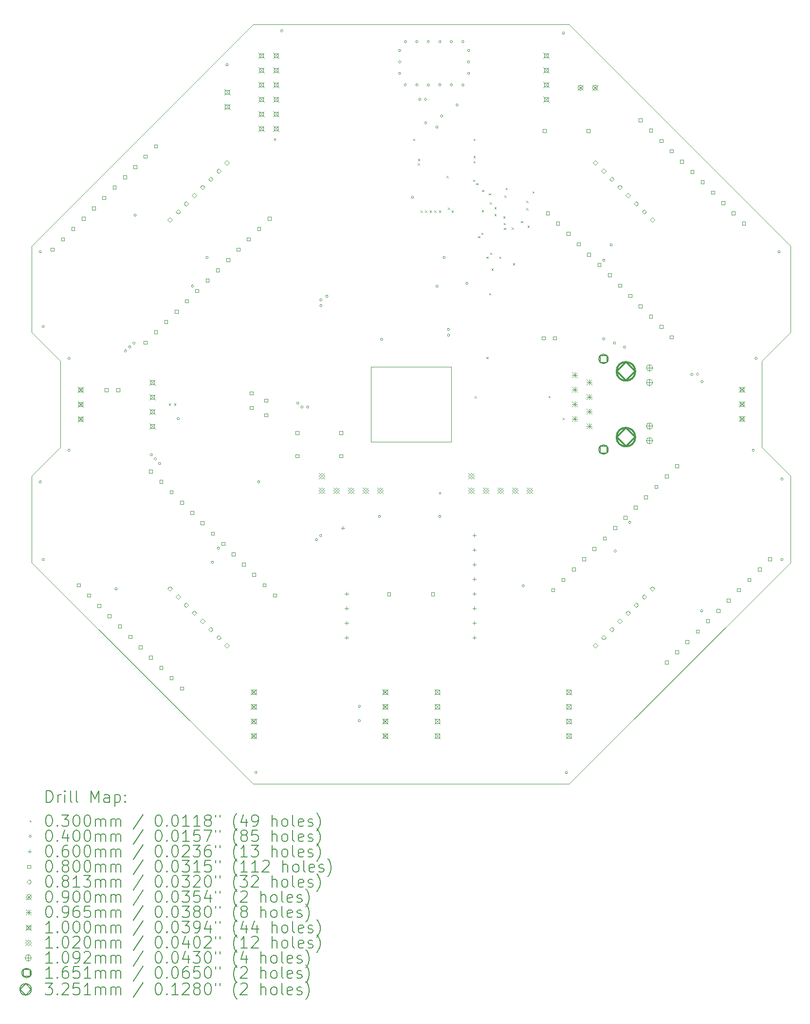
<source format=gbr>
%TF.GenerationSoftware,KiCad,Pcbnew,7.0.9*%
%TF.CreationDate,2023-12-29T02:13:31+01:00*%
%TF.ProjectId,bohlebots-rpi-cm4-carrier,626f686c-6562-46f7-9473-2d7270692d63,v01*%
%TF.SameCoordinates,Original*%
%TF.FileFunction,Drillmap*%
%TF.FilePolarity,Positive*%
%FSLAX45Y45*%
G04 Gerber Fmt 4.5, Leading zero omitted, Abs format (unit mm)*
G04 Created by KiCad (PCBNEW 7.0.9) date 2023-12-29 02:13:31*
%MOMM*%
%LPD*%
G01*
G04 APERTURE LIST*
%ADD10C,0.100000*%
%ADD11C,0.200000*%
%ADD12C,0.102000*%
%ADD13C,0.109220*%
%ADD14C,0.165100*%
%ADD15C,0.325120*%
G04 APERTURE END LIST*
D10*
X13300000Y-3950000D02*
X7800000Y-3950000D01*
X13300000Y-17150000D02*
X17150000Y-13300000D01*
X16650000Y-9800000D02*
X16650000Y-10550000D01*
X17150000Y-11800000D02*
X16650000Y-11300000D01*
X17150000Y-7800000D02*
X17150000Y-9300000D01*
X3950000Y-9300000D02*
X4450000Y-9800000D01*
X17150000Y-9300000D02*
X16650000Y-9800000D01*
X4450000Y-11300000D02*
X4450000Y-10550000D01*
X9850000Y-11200000D02*
X11250000Y-11200000D01*
X7800000Y-17150000D02*
X3950000Y-13300000D01*
X17150000Y-7800000D02*
X13300000Y-3950000D01*
X4450000Y-9800000D02*
X4450000Y-10550000D01*
X16650000Y-11300000D02*
X16650000Y-10550000D01*
X17150000Y-13300000D02*
X17150000Y-11800000D01*
X9850000Y-9900000D02*
X9850000Y-11200000D01*
X7800000Y-3950000D02*
X3950000Y-7800000D01*
X3950000Y-11800000D02*
X4450000Y-11300000D01*
X7800000Y-17150000D02*
X13300000Y-17150000D01*
X3950000Y-7800000D02*
X3950000Y-9300000D01*
X11250000Y-9900000D02*
X9850000Y-9900000D01*
X3950000Y-13300000D02*
X3950000Y-11800000D01*
X11250000Y-11200000D02*
X11250000Y-9900000D01*
D11*
D10*
X6337000Y-10535000D02*
X6367000Y-10565000D01*
X6367000Y-10535000D02*
X6337000Y-10565000D01*
X6427000Y-10535000D02*
X6457000Y-10565000D01*
X6457000Y-10535000D02*
X6427000Y-10565000D01*
X8165000Y-5930000D02*
X8195000Y-5960000D01*
X8195000Y-5930000D02*
X8165000Y-5960000D01*
X10585000Y-5935000D02*
X10615000Y-5965000D01*
X10615000Y-5935000D02*
X10585000Y-5965000D01*
X10665000Y-6365000D02*
X10695000Y-6395000D01*
X10695000Y-6365000D02*
X10665000Y-6395000D01*
X10670000Y-6285000D02*
X10700000Y-6315000D01*
X10700000Y-6285000D02*
X10670000Y-6315000D01*
X10715000Y-7185000D02*
X10745000Y-7215000D01*
X10745000Y-7185000D02*
X10715000Y-7215000D01*
X10795000Y-7185000D02*
X10825000Y-7215000D01*
X10825000Y-7185000D02*
X10795000Y-7215000D01*
X10875000Y-7185000D02*
X10905000Y-7215000D01*
X10905000Y-7185000D02*
X10875000Y-7215000D01*
X10955000Y-7185000D02*
X10985000Y-7215000D01*
X10985000Y-7185000D02*
X10955000Y-7215000D01*
X11035000Y-7185000D02*
X11065000Y-7215000D01*
X11065000Y-7185000D02*
X11035000Y-7215000D01*
X11035000Y-12080000D02*
X11065000Y-12110000D01*
X11065000Y-12080000D02*
X11035000Y-12110000D01*
X11165000Y-6585000D02*
X11195000Y-6615000D01*
X11195000Y-6585000D02*
X11165000Y-6615000D01*
X11190000Y-7135000D02*
X11220000Y-7165000D01*
X11220000Y-7135000D02*
X11190000Y-7165000D01*
X11255000Y-7185000D02*
X11285000Y-7215000D01*
X11285000Y-7185000D02*
X11255000Y-7215000D01*
X11625000Y-6645000D02*
X11655000Y-6675000D01*
X11655000Y-6645000D02*
X11625000Y-6675000D01*
X11635000Y-5935000D02*
X11665000Y-5965000D01*
X11665000Y-5935000D02*
X11635000Y-5965000D01*
X11635000Y-6235000D02*
X11665000Y-6265000D01*
X11665000Y-6235000D02*
X11635000Y-6265000D01*
X11635000Y-6325000D02*
X11665000Y-6355000D01*
X11665000Y-6325000D02*
X11635000Y-6355000D01*
X11655000Y-10410000D02*
X11685000Y-10440000D01*
X11685000Y-10410000D02*
X11655000Y-10440000D01*
X11680000Y-6705000D02*
X11710000Y-6735000D01*
X11710000Y-6705000D02*
X11680000Y-6735000D01*
X11715000Y-7630000D02*
X11745000Y-7660000D01*
X11745000Y-7630000D02*
X11715000Y-7660000D01*
X11770000Y-7570000D02*
X11800000Y-7600000D01*
X11800000Y-7570000D02*
X11770000Y-7600000D01*
X11780000Y-7175000D02*
X11810000Y-7205000D01*
X11810000Y-7175000D02*
X11780000Y-7205000D01*
X11785000Y-6825000D02*
X11815000Y-6855000D01*
X11815000Y-6825000D02*
X11785000Y-6855000D01*
X11860000Y-7985000D02*
X11890000Y-8015000D01*
X11890000Y-7985000D02*
X11860000Y-8015000D01*
X11860000Y-9730000D02*
X11890000Y-9760000D01*
X11890000Y-9730000D02*
X11860000Y-9760000D01*
X11900000Y-6885000D02*
X11930000Y-6915000D01*
X11930000Y-6885000D02*
X11900000Y-6915000D01*
X11905000Y-8620000D02*
X11935000Y-8650000D01*
X11935000Y-8620000D02*
X11905000Y-8650000D01*
X11920000Y-7040000D02*
X11950000Y-7070000D01*
X11950000Y-7040000D02*
X11920000Y-7070000D01*
X11925000Y-7915000D02*
X11955000Y-7945000D01*
X11955000Y-7915000D02*
X11925000Y-7945000D01*
X11950000Y-8190000D02*
X11980000Y-8220000D01*
X11980000Y-8190000D02*
X11950000Y-8220000D01*
X12000000Y-7125000D02*
X12030000Y-7155000D01*
X12030000Y-7125000D02*
X12000000Y-7155000D01*
X12000000Y-7245000D02*
X12030000Y-7275000D01*
X12030000Y-7245000D02*
X12000000Y-7275000D01*
X12085000Y-7985000D02*
X12115000Y-8015000D01*
X12115000Y-7985000D02*
X12085000Y-8015000D01*
X12150000Y-7285000D02*
X12180000Y-7315000D01*
X12180000Y-7285000D02*
X12150000Y-7315000D01*
X12160000Y-7400000D02*
X12190000Y-7430000D01*
X12190000Y-7400000D02*
X12160000Y-7430000D01*
X12165000Y-7485000D02*
X12195000Y-7515000D01*
X12195000Y-7485000D02*
X12165000Y-7515000D01*
X12175000Y-6920000D02*
X12205000Y-6950000D01*
X12205000Y-6920000D02*
X12175000Y-6950000D01*
X12195000Y-6790000D02*
X12225000Y-6820000D01*
X12225000Y-6790000D02*
X12195000Y-6820000D01*
X12300000Y-7480000D02*
X12330000Y-7510000D01*
X12330000Y-7480000D02*
X12300000Y-7510000D01*
X12320000Y-8100000D02*
X12350000Y-8130000D01*
X12350000Y-8100000D02*
X12320000Y-8130000D01*
X12460000Y-7365000D02*
X12490000Y-7395000D01*
X12490000Y-7365000D02*
X12460000Y-7395000D01*
X12555000Y-7015000D02*
X12585000Y-7045000D01*
X12585000Y-7015000D02*
X12555000Y-7045000D01*
X12555000Y-7140000D02*
X12585000Y-7170000D01*
X12585000Y-7140000D02*
X12555000Y-7170000D01*
X12575000Y-7445000D02*
X12605000Y-7475000D01*
X12605000Y-7445000D02*
X12575000Y-7475000D01*
X12660000Y-6850000D02*
X12690000Y-6880000D01*
X12690000Y-6850000D02*
X12660000Y-6880000D01*
X12940000Y-10405000D02*
X12970000Y-10435000D01*
X12970000Y-10405000D02*
X12940000Y-10435000D01*
X13185000Y-10785000D02*
X13215000Y-10815000D01*
X13215000Y-10785000D02*
X13185000Y-10815000D01*
X4120000Y-7900000D02*
G75*
G03*
X4120000Y-7900000I-20000J0D01*
G01*
X4120000Y-11900000D02*
G75*
G03*
X4120000Y-11900000I-20000J0D01*
G01*
X4170000Y-9200000D02*
G75*
G03*
X4170000Y-9200000I-20000J0D01*
G01*
X4170000Y-13250000D02*
G75*
G03*
X4170000Y-13250000I-20000J0D01*
G01*
X4620000Y-9750000D02*
G75*
G03*
X4620000Y-9750000I-20000J0D01*
G01*
X4620000Y-11350000D02*
G75*
G03*
X4620000Y-11350000I-20000J0D01*
G01*
X5440000Y-13760000D02*
G75*
G03*
X5440000Y-13760000I-20000J0D01*
G01*
X5601556Y-9622794D02*
G75*
G03*
X5601556Y-9622794I-20000J0D01*
G01*
X5675000Y-9555000D02*
G75*
G03*
X5675000Y-9555000I-20000J0D01*
G01*
X5748243Y-9486989D02*
G75*
G03*
X5748243Y-9486989I-20000J0D01*
G01*
X5768730Y-7263730D02*
G75*
G03*
X5768730Y-7263730I-20000J0D01*
G01*
X6050266Y-11428383D02*
G75*
G03*
X6050266Y-11428383I-20000J0D01*
G01*
X6120941Y-11499059D02*
G75*
G03*
X6120941Y-11499059I-20000J0D01*
G01*
X6195000Y-11580000D02*
G75*
G03*
X6195000Y-11580000I-20000J0D01*
G01*
X6520000Y-10800000D02*
G75*
G03*
X6520000Y-10800000I-20000J0D01*
G01*
X6767454Y-8497369D02*
G75*
G03*
X6767454Y-8497369I-20000J0D01*
G01*
X7020000Y-8000000D02*
G75*
G03*
X7020000Y-8000000I-20000J0D01*
G01*
X7115633Y-13295633D02*
G75*
G03*
X7115633Y-13295633I-20000J0D01*
G01*
X7217369Y-13052546D02*
G75*
G03*
X7217369Y-13052546I-20000J0D01*
G01*
X7370000Y-4650000D02*
G75*
G03*
X7370000Y-4650000I-20000J0D01*
G01*
X7870000Y-16950000D02*
G75*
G03*
X7870000Y-16950000I-20000J0D01*
G01*
X7920000Y-11900000D02*
G75*
G03*
X7920000Y-11900000I-20000J0D01*
G01*
X8320000Y-4060000D02*
G75*
G03*
X8320000Y-4060000I-20000J0D01*
G01*
X8599325Y-10529325D02*
G75*
G03*
X8599325Y-10529325I-20000J0D01*
G01*
X8670000Y-10600000D02*
G75*
G03*
X8670000Y-10600000I-20000J0D01*
G01*
X8770000Y-10600000D02*
G75*
G03*
X8770000Y-10600000I-20000J0D01*
G01*
X8924508Y-12904508D02*
G75*
G03*
X8924508Y-12904508I-20000J0D01*
G01*
X8995184Y-12833833D02*
G75*
G03*
X8995184Y-12833833I-20000J0D01*
G01*
X9000000Y-8735000D02*
G75*
G03*
X9000000Y-8735000I-20000J0D01*
G01*
X9000000Y-8834950D02*
G75*
G03*
X9000000Y-8834950I-20000J0D01*
G01*
X9105000Y-8675000D02*
G75*
G03*
X9105000Y-8675000I-20000J0D01*
G01*
X9670000Y-15800000D02*
G75*
G03*
X9670000Y-15800000I-20000J0D01*
G01*
X9670000Y-16050000D02*
G75*
G03*
X9670000Y-16050000I-20000J0D01*
G01*
X10020000Y-12500000D02*
G75*
G03*
X10020000Y-12500000I-20000J0D01*
G01*
X10055000Y-9422450D02*
G75*
G03*
X10055000Y-9422450I-20000J0D01*
G01*
X10370000Y-4400000D02*
G75*
G03*
X10370000Y-4400000I-20000J0D01*
G01*
X10370000Y-4600000D02*
G75*
G03*
X10370000Y-4600000I-20000J0D01*
G01*
X10370000Y-4800000D02*
G75*
G03*
X10370000Y-4800000I-20000J0D01*
G01*
X10470000Y-4250000D02*
G75*
G03*
X10470000Y-4250000I-20000J0D01*
G01*
X10470000Y-5000000D02*
G75*
G03*
X10470000Y-5000000I-20000J0D01*
G01*
X10595000Y-6950000D02*
G75*
G03*
X10595000Y-6950000I-20000J0D01*
G01*
X10670000Y-4250000D02*
G75*
G03*
X10670000Y-4250000I-20000J0D01*
G01*
X10670000Y-5000000D02*
G75*
G03*
X10670000Y-5000000I-20000J0D01*
G01*
X10720000Y-5250000D02*
G75*
G03*
X10720000Y-5250000I-20000J0D01*
G01*
X10820000Y-5659950D02*
G75*
G03*
X10820000Y-5659950I-20000J0D01*
G01*
X10821230Y-5251230D02*
G75*
G03*
X10821230Y-5251230I-20000J0D01*
G01*
X10870000Y-4250000D02*
G75*
G03*
X10870000Y-4250000I-20000J0D01*
G01*
X10870000Y-5000000D02*
G75*
G03*
X10870000Y-5000000I-20000J0D01*
G01*
X11020000Y-5732400D02*
G75*
G03*
X11020000Y-5732400I-20000J0D01*
G01*
X11020000Y-8500000D02*
G75*
G03*
X11020000Y-8500000I-20000J0D01*
G01*
X11070000Y-4250000D02*
G75*
G03*
X11070000Y-4250000I-20000J0D01*
G01*
X11070000Y-5000000D02*
G75*
G03*
X11070000Y-5000000I-20000J0D01*
G01*
X11070000Y-12500000D02*
G75*
G03*
X11070000Y-12500000I-20000J0D01*
G01*
X11101490Y-5540000D02*
G75*
G03*
X11101490Y-5540000I-20000J0D01*
G01*
X11144790Y-8000000D02*
G75*
G03*
X11144790Y-8000000I-20000J0D01*
G01*
X11220000Y-9250000D02*
G75*
G03*
X11220000Y-9250000I-20000J0D01*
G01*
X11220000Y-9350000D02*
G75*
G03*
X11220000Y-9350000I-20000J0D01*
G01*
X11270000Y-4250000D02*
G75*
G03*
X11270000Y-4250000I-20000J0D01*
G01*
X11270000Y-5000000D02*
G75*
G03*
X11270000Y-5000000I-20000J0D01*
G01*
X11370000Y-5350000D02*
G75*
G03*
X11370000Y-5350000I-20000J0D01*
G01*
X11470000Y-4250000D02*
G75*
G03*
X11470000Y-4250000I-20000J0D01*
G01*
X11470000Y-5000000D02*
G75*
G03*
X11470000Y-5000000I-20000J0D01*
G01*
X11539740Y-8450000D02*
G75*
G03*
X11539740Y-8450000I-20000J0D01*
G01*
X11570000Y-4400000D02*
G75*
G03*
X11570000Y-4400000I-20000J0D01*
G01*
X11570000Y-4600000D02*
G75*
G03*
X11570000Y-4600000I-20000J0D01*
G01*
X11570000Y-4800000D02*
G75*
G03*
X11570000Y-4800000I-20000J0D01*
G01*
X12520000Y-13705000D02*
G75*
G03*
X12520000Y-13705000I-20000J0D01*
G01*
X13220000Y-4100000D02*
G75*
G03*
X13220000Y-4100000I-20000J0D01*
G01*
X13270000Y-16950000D02*
G75*
G03*
X13270000Y-16950000I-20000J0D01*
G01*
X13920000Y-9414166D02*
G75*
G03*
X13920000Y-9414166I-20000J0D01*
G01*
X13922631Y-8047454D02*
G75*
G03*
X13922631Y-8047454I-20000J0D01*
G01*
X14049367Y-7779367D02*
G75*
G03*
X14049367Y-7779367I-20000J0D01*
G01*
X14110000Y-9485000D02*
G75*
G03*
X14110000Y-9485000I-20000J0D01*
G01*
X14120000Y-13100000D02*
G75*
G03*
X14120000Y-13100000I-20000J0D01*
G01*
X14280000Y-9557450D02*
G75*
G03*
X14280000Y-9557450I-20000J0D01*
G01*
X14372546Y-12602631D02*
G75*
G03*
X14372546Y-12602631I-20000J0D01*
G01*
X15451398Y-10030861D02*
G75*
G03*
X15451398Y-10030861I-20000J0D01*
G01*
X15551242Y-10026242D02*
G75*
G03*
X15551242Y-10026242I-20000J0D01*
G01*
X15623692Y-14140000D02*
G75*
G03*
X15623692Y-14140000I-20000J0D01*
G01*
X15630000Y-10160000D02*
G75*
G03*
X15630000Y-10160000I-20000J0D01*
G01*
X16520000Y-11350000D02*
G75*
G03*
X16520000Y-11350000I-20000J0D01*
G01*
X16570000Y-9750000D02*
G75*
G03*
X16570000Y-9750000I-20000J0D01*
G01*
X16970000Y-7900000D02*
G75*
G03*
X16970000Y-7900000I-20000J0D01*
G01*
X17020000Y-11850000D02*
G75*
G03*
X17020000Y-11850000I-20000J0D01*
G01*
X17020000Y-13250000D02*
G75*
G03*
X17020000Y-13250000I-20000J0D01*
G01*
X9364000Y-12670000D02*
X9364000Y-12730000D01*
X9334000Y-12700000D02*
X9394000Y-12700000D01*
X9427500Y-13813000D02*
X9427500Y-13873000D01*
X9397500Y-13843000D02*
X9457500Y-13843000D01*
X9427500Y-14067000D02*
X9427500Y-14127000D01*
X9397500Y-14097000D02*
X9457500Y-14097000D01*
X9427500Y-14321000D02*
X9427500Y-14381000D01*
X9397500Y-14351000D02*
X9457500Y-14351000D01*
X9427500Y-14575000D02*
X9427500Y-14635000D01*
X9397500Y-14605000D02*
X9457500Y-14605000D01*
X11650000Y-12797000D02*
X11650000Y-12857000D01*
X11620000Y-12827000D02*
X11680000Y-12827000D01*
X11650000Y-13051000D02*
X11650000Y-13111000D01*
X11620000Y-13081000D02*
X11680000Y-13081000D01*
X11650000Y-13305000D02*
X11650000Y-13365000D01*
X11620000Y-13335000D02*
X11680000Y-13335000D01*
X11650000Y-13559000D02*
X11650000Y-13619000D01*
X11620000Y-13589000D02*
X11680000Y-13589000D01*
X11650000Y-13813000D02*
X11650000Y-13873000D01*
X11620000Y-13843000D02*
X11680000Y-13843000D01*
X11650000Y-14067000D02*
X11650000Y-14127000D01*
X11620000Y-14097000D02*
X11680000Y-14097000D01*
X11650000Y-14321000D02*
X11650000Y-14381000D01*
X11620000Y-14351000D02*
X11680000Y-14351000D01*
X11650000Y-14575000D02*
X11650000Y-14635000D01*
X11620000Y-14605000D02*
X11680000Y-14605000D01*
X4339807Y-7888406D02*
X4339807Y-7831837D01*
X4283238Y-7831837D01*
X4283238Y-7888406D01*
X4339807Y-7888406D01*
X4519412Y-7708801D02*
X4519412Y-7652232D01*
X4462843Y-7652232D01*
X4462843Y-7708801D01*
X4519412Y-7708801D01*
X4699017Y-7529196D02*
X4699017Y-7472627D01*
X4642448Y-7472627D01*
X4642448Y-7529196D01*
X4699017Y-7529196D01*
X4792355Y-13720711D02*
X4792355Y-13664142D01*
X4735786Y-13664142D01*
X4735786Y-13720711D01*
X4792355Y-13720711D01*
X4878622Y-7349591D02*
X4878622Y-7293022D01*
X4822053Y-7293022D01*
X4822053Y-7349591D01*
X4878622Y-7349591D01*
X4971960Y-13900316D02*
X4971960Y-13843747D01*
X4915391Y-13843747D01*
X4915391Y-13900316D01*
X4971960Y-13900316D01*
X5058227Y-7169986D02*
X5058227Y-7113417D01*
X5001658Y-7113417D01*
X5001658Y-7169986D01*
X5058227Y-7169986D01*
X5151566Y-14079921D02*
X5151566Y-14023352D01*
X5094997Y-14023352D01*
X5094997Y-14079921D01*
X5151566Y-14079921D01*
X5237833Y-6990381D02*
X5237833Y-6933812D01*
X5181264Y-6933812D01*
X5181264Y-6990381D01*
X5237833Y-6990381D01*
X5278285Y-10328285D02*
X5278285Y-10271716D01*
X5221716Y-10271716D01*
X5221716Y-10328285D01*
X5278285Y-10328285D01*
X5331171Y-14259526D02*
X5331171Y-14202957D01*
X5274602Y-14202957D01*
X5274602Y-14259526D01*
X5331171Y-14259526D01*
X5417438Y-6810776D02*
X5417438Y-6754207D01*
X5360869Y-6754207D01*
X5360869Y-6810776D01*
X5417438Y-6810776D01*
X5478285Y-10328285D02*
X5478285Y-10271716D01*
X5421716Y-10271716D01*
X5421716Y-10328285D01*
X5478285Y-10328285D01*
X5510776Y-14439131D02*
X5510776Y-14382562D01*
X5454207Y-14382562D01*
X5454207Y-14439131D01*
X5510776Y-14439131D01*
X5597043Y-6631171D02*
X5597043Y-6574602D01*
X5540474Y-6574602D01*
X5540474Y-6631171D01*
X5597043Y-6631171D01*
X5690381Y-14618736D02*
X5690381Y-14562167D01*
X5633812Y-14562167D01*
X5633812Y-14618736D01*
X5690381Y-14618736D01*
X5776648Y-6451565D02*
X5776648Y-6394996D01*
X5720079Y-6394996D01*
X5720079Y-6451565D01*
X5776648Y-6451565D01*
X5869986Y-14798342D02*
X5869986Y-14741773D01*
X5813417Y-14741773D01*
X5813417Y-14798342D01*
X5869986Y-14798342D01*
X5956253Y-6271960D02*
X5956253Y-6215391D01*
X5899684Y-6215391D01*
X5899684Y-6271960D01*
X5956253Y-6271960D01*
X5956253Y-9504853D02*
X5956253Y-9448284D01*
X5899684Y-9448284D01*
X5899684Y-9504853D01*
X5956253Y-9504853D01*
X6049591Y-11745055D02*
X6049591Y-11688486D01*
X5993022Y-11688486D01*
X5993022Y-11745055D01*
X6049591Y-11745055D01*
X6049591Y-14977947D02*
X6049591Y-14921378D01*
X5993022Y-14921378D01*
X5993022Y-14977947D01*
X6049591Y-14977947D01*
X6135858Y-6092355D02*
X6135858Y-6035786D01*
X6079289Y-6035786D01*
X6079289Y-6092355D01*
X6135858Y-6092355D01*
X6135858Y-9325247D02*
X6135858Y-9268678D01*
X6079289Y-9268678D01*
X6079289Y-9325247D01*
X6135858Y-9325247D01*
X6229196Y-11924660D02*
X6229196Y-11868091D01*
X6172627Y-11868091D01*
X6172627Y-11924660D01*
X6229196Y-11924660D01*
X6229196Y-15157552D02*
X6229196Y-15100983D01*
X6172627Y-15100983D01*
X6172627Y-15157552D01*
X6229196Y-15157552D01*
X6315463Y-9145642D02*
X6315463Y-9089073D01*
X6258894Y-9089073D01*
X6258894Y-9145642D01*
X6315463Y-9145642D01*
X6408801Y-12104265D02*
X6408801Y-12047696D01*
X6352232Y-12047696D01*
X6352232Y-12104265D01*
X6408801Y-12104265D01*
X6408801Y-15337157D02*
X6408801Y-15280588D01*
X6352232Y-15280588D01*
X6352232Y-15337157D01*
X6408801Y-15337157D01*
X6495068Y-8966037D02*
X6495068Y-8909468D01*
X6438499Y-8909468D01*
X6438499Y-8966037D01*
X6495068Y-8966037D01*
X6588406Y-12283870D02*
X6588406Y-12227301D01*
X6531837Y-12227301D01*
X6531837Y-12283870D01*
X6588406Y-12283870D01*
X6588406Y-15516762D02*
X6588406Y-15460193D01*
X6531837Y-15460193D01*
X6531837Y-15516762D01*
X6588406Y-15516762D01*
X6674673Y-8786432D02*
X6674673Y-8729863D01*
X6618104Y-8729863D01*
X6618104Y-8786432D01*
X6674673Y-8786432D01*
X6768012Y-12463475D02*
X6768012Y-12406906D01*
X6711443Y-12406906D01*
X6711443Y-12463475D01*
X6768012Y-12463475D01*
X6854279Y-8606827D02*
X6854279Y-8550258D01*
X6797710Y-8550258D01*
X6797710Y-8606827D01*
X6854279Y-8606827D01*
X6947617Y-12643080D02*
X6947617Y-12586511D01*
X6891048Y-12586511D01*
X6891048Y-12643080D01*
X6947617Y-12643080D01*
X7033884Y-8427222D02*
X7033884Y-8370653D01*
X6977315Y-8370653D01*
X6977315Y-8427222D01*
X7033884Y-8427222D01*
X7127222Y-12822685D02*
X7127222Y-12766116D01*
X7070653Y-12766116D01*
X7070653Y-12822685D01*
X7127222Y-12822685D01*
X7213489Y-8247617D02*
X7213489Y-8191048D01*
X7156920Y-8191048D01*
X7156920Y-8247617D01*
X7213489Y-8247617D01*
X7306827Y-13002290D02*
X7306827Y-12945721D01*
X7250258Y-12945721D01*
X7250258Y-13002290D01*
X7306827Y-13002290D01*
X7393094Y-8068012D02*
X7393094Y-8011443D01*
X7336525Y-8011443D01*
X7336525Y-8068012D01*
X7393094Y-8068012D01*
X7486432Y-13181895D02*
X7486432Y-13125326D01*
X7429863Y-13125326D01*
X7429863Y-13181895D01*
X7486432Y-13181895D01*
X7572699Y-7888406D02*
X7572699Y-7831837D01*
X7516130Y-7831837D01*
X7516130Y-7888406D01*
X7572699Y-7888406D01*
X7666037Y-13361501D02*
X7666037Y-13304932D01*
X7609468Y-13304932D01*
X7609468Y-13361501D01*
X7666037Y-13361501D01*
X7752304Y-7708801D02*
X7752304Y-7652232D01*
X7695735Y-7652232D01*
X7695735Y-7708801D01*
X7752304Y-7708801D01*
X7800784Y-10386365D02*
X7800784Y-10329796D01*
X7744215Y-10329796D01*
X7744215Y-10386365D01*
X7800784Y-10386365D01*
X7800784Y-10640365D02*
X7800784Y-10583796D01*
X7744215Y-10583796D01*
X7744215Y-10640365D01*
X7800784Y-10640365D01*
X7845642Y-13541106D02*
X7845642Y-13484537D01*
X7789073Y-13484537D01*
X7789073Y-13541106D01*
X7845642Y-13541106D01*
X7931909Y-7529196D02*
X7931909Y-7472627D01*
X7875340Y-7472627D01*
X7875340Y-7529196D01*
X7931909Y-7529196D01*
X8025247Y-13720711D02*
X8025247Y-13664142D01*
X7968678Y-13664142D01*
X7968678Y-13720711D01*
X8025247Y-13720711D01*
X8054784Y-10513365D02*
X8054784Y-10456796D01*
X7998215Y-10456796D01*
X7998215Y-10513365D01*
X8054784Y-10513365D01*
X8054784Y-10767365D02*
X8054784Y-10710796D01*
X7998215Y-10710796D01*
X7998215Y-10767365D01*
X8054784Y-10767365D01*
X8111514Y-7349591D02*
X8111514Y-7293022D01*
X8054945Y-7293022D01*
X8054945Y-7349591D01*
X8111514Y-7349591D01*
X8204852Y-13900316D02*
X8204852Y-13843747D01*
X8148283Y-13843747D01*
X8148283Y-13900316D01*
X8204852Y-13900316D01*
X8597285Y-11078285D02*
X8597285Y-11021716D01*
X8540716Y-11021716D01*
X8540716Y-11078285D01*
X8597285Y-11078285D01*
X8597285Y-11478284D02*
X8597285Y-11421715D01*
X8540716Y-11421715D01*
X8540716Y-11478284D01*
X8597285Y-11478284D01*
X9359285Y-11078285D02*
X9359285Y-11021716D01*
X9302716Y-11021716D01*
X9302716Y-11078285D01*
X9359285Y-11078285D01*
X9359285Y-11478284D02*
X9359285Y-11421715D01*
X9302716Y-11421715D01*
X9302716Y-11478284D01*
X9359285Y-11478284D01*
X10193785Y-13878284D02*
X10193785Y-13821715D01*
X10137216Y-13821715D01*
X10137216Y-13878284D01*
X10193785Y-13878284D01*
X10955785Y-13878284D02*
X10955785Y-13821715D01*
X10899216Y-13821715D01*
X10899216Y-13878284D01*
X10955785Y-13878284D01*
X12878284Y-9428285D02*
X12878284Y-9371716D01*
X12821715Y-9371716D01*
X12821715Y-9428285D01*
X12878284Y-9428285D01*
X12897284Y-5828284D02*
X12897284Y-5771715D01*
X12840715Y-5771715D01*
X12840715Y-5828284D01*
X12897284Y-5828284D01*
X12951716Y-7256253D02*
X12951716Y-7199684D01*
X12895147Y-7199684D01*
X12895147Y-7256253D01*
X12951716Y-7256253D01*
X13045055Y-13806978D02*
X13045055Y-13750409D01*
X12988486Y-13750409D01*
X12988486Y-13806978D01*
X13045055Y-13806978D01*
X13078284Y-9428285D02*
X13078284Y-9371716D01*
X13021715Y-9371716D01*
X13021715Y-9428285D01*
X13078284Y-9428285D01*
X13131322Y-7435858D02*
X13131322Y-7379289D01*
X13074753Y-7379289D01*
X13074753Y-7435858D01*
X13131322Y-7435858D01*
X13224660Y-13627373D02*
X13224660Y-13570804D01*
X13168091Y-13570804D01*
X13168091Y-13627373D01*
X13224660Y-13627373D01*
X13310927Y-7615463D02*
X13310927Y-7558894D01*
X13254358Y-7558894D01*
X13254358Y-7615463D01*
X13310927Y-7615463D01*
X13404265Y-13447768D02*
X13404265Y-13391199D01*
X13347696Y-13391199D01*
X13347696Y-13447768D01*
X13404265Y-13447768D01*
X13490532Y-7795068D02*
X13490532Y-7738499D01*
X13433963Y-7738499D01*
X13433963Y-7795068D01*
X13490532Y-7795068D01*
X13583870Y-13268163D02*
X13583870Y-13211594D01*
X13527301Y-13211594D01*
X13527301Y-13268163D01*
X13583870Y-13268163D01*
X13659284Y-5828284D02*
X13659284Y-5771715D01*
X13602715Y-5771715D01*
X13602715Y-5828284D01*
X13659284Y-5828284D01*
X13670137Y-7974673D02*
X13670137Y-7918104D01*
X13613568Y-7918104D01*
X13613568Y-7974673D01*
X13670137Y-7974673D01*
X13763475Y-13088557D02*
X13763475Y-13031988D01*
X13706906Y-13031988D01*
X13706906Y-13088557D01*
X13763475Y-13088557D01*
X13849742Y-8154279D02*
X13849742Y-8097710D01*
X13793173Y-8097710D01*
X13793173Y-8154279D01*
X13849742Y-8154279D01*
X13943080Y-12908952D02*
X13943080Y-12852383D01*
X13886511Y-12852383D01*
X13886511Y-12908952D01*
X13943080Y-12908952D01*
X14029347Y-8333884D02*
X14029347Y-8277315D01*
X13972778Y-8277315D01*
X13972778Y-8333884D01*
X14029347Y-8333884D01*
X14122685Y-12729347D02*
X14122685Y-12672778D01*
X14066116Y-12672778D01*
X14066116Y-12729347D01*
X14122685Y-12729347D01*
X14208952Y-8513489D02*
X14208952Y-8456920D01*
X14152383Y-8456920D01*
X14152383Y-8513489D01*
X14208952Y-8513489D01*
X14302290Y-12549742D02*
X14302290Y-12493173D01*
X14245721Y-12493173D01*
X14245721Y-12549742D01*
X14302290Y-12549742D01*
X14388557Y-8693094D02*
X14388557Y-8636525D01*
X14331988Y-8636525D01*
X14331988Y-8693094D01*
X14388557Y-8693094D01*
X14481895Y-12370137D02*
X14481895Y-12313568D01*
X14425326Y-12313568D01*
X14425326Y-12370137D01*
X14481895Y-12370137D01*
X14568163Y-5639807D02*
X14568163Y-5583238D01*
X14511594Y-5583238D01*
X14511594Y-5639807D01*
X14568163Y-5639807D01*
X14568163Y-8872699D02*
X14568163Y-8816130D01*
X14511594Y-8816130D01*
X14511594Y-8872699D01*
X14568163Y-8872699D01*
X14661501Y-12190532D02*
X14661501Y-12133963D01*
X14604932Y-12133963D01*
X14604932Y-12190532D01*
X14661501Y-12190532D01*
X14747768Y-5819412D02*
X14747768Y-5762843D01*
X14691199Y-5762843D01*
X14691199Y-5819412D01*
X14747768Y-5819412D01*
X14747768Y-9052304D02*
X14747768Y-8995735D01*
X14691199Y-8995735D01*
X14691199Y-9052304D01*
X14747768Y-9052304D01*
X14841106Y-12010927D02*
X14841106Y-11954358D01*
X14784537Y-11954358D01*
X14784537Y-12010927D01*
X14841106Y-12010927D01*
X14927373Y-5999017D02*
X14927373Y-5942448D01*
X14870804Y-5942448D01*
X14870804Y-5999017D01*
X14927373Y-5999017D01*
X14927373Y-9231909D02*
X14927373Y-9175340D01*
X14870804Y-9175340D01*
X14870804Y-9231909D01*
X14927373Y-9231909D01*
X15020711Y-11831322D02*
X15020711Y-11774753D01*
X14964142Y-11774753D01*
X14964142Y-11831322D01*
X15020711Y-11831322D01*
X15020711Y-15064214D02*
X15020711Y-15007645D01*
X14964142Y-15007645D01*
X14964142Y-15064214D01*
X15020711Y-15064214D01*
X15106978Y-6178622D02*
X15106978Y-6122053D01*
X15050409Y-6122053D01*
X15050409Y-6178622D01*
X15106978Y-6178622D01*
X15106978Y-9411514D02*
X15106978Y-9354945D01*
X15050409Y-9354945D01*
X15050409Y-9411514D01*
X15106978Y-9411514D01*
X15200316Y-11651716D02*
X15200316Y-11595147D01*
X15143747Y-11595147D01*
X15143747Y-11651716D01*
X15200316Y-11651716D01*
X15200316Y-14884609D02*
X15200316Y-14828040D01*
X15143747Y-14828040D01*
X15143747Y-14884609D01*
X15200316Y-14884609D01*
X15286583Y-6358227D02*
X15286583Y-6301658D01*
X15230014Y-6301658D01*
X15230014Y-6358227D01*
X15286583Y-6358227D01*
X15379921Y-14705003D02*
X15379921Y-14648434D01*
X15323352Y-14648434D01*
X15323352Y-14705003D01*
X15379921Y-14705003D01*
X15466188Y-6537832D02*
X15466188Y-6481263D01*
X15409619Y-6481263D01*
X15409619Y-6537832D01*
X15466188Y-6537832D01*
X15559526Y-14525398D02*
X15559526Y-14468829D01*
X15502957Y-14468829D01*
X15502957Y-14525398D01*
X15559526Y-14525398D01*
X15645793Y-6717438D02*
X15645793Y-6660869D01*
X15589224Y-6660869D01*
X15589224Y-6717438D01*
X15645793Y-6717438D01*
X15739131Y-14345793D02*
X15739131Y-14289224D01*
X15682562Y-14289224D01*
X15682562Y-14345793D01*
X15739131Y-14345793D01*
X15825398Y-6897043D02*
X15825398Y-6840474D01*
X15768829Y-6840474D01*
X15768829Y-6897043D01*
X15825398Y-6897043D01*
X15918736Y-14166188D02*
X15918736Y-14109619D01*
X15862167Y-14109619D01*
X15862167Y-14166188D01*
X15918736Y-14166188D01*
X16005003Y-7076648D02*
X16005003Y-7020079D01*
X15948434Y-7020079D01*
X15948434Y-7076648D01*
X16005003Y-7076648D01*
X16098342Y-13986583D02*
X16098342Y-13930014D01*
X16041773Y-13930014D01*
X16041773Y-13986583D01*
X16098342Y-13986583D01*
X16184609Y-7256253D02*
X16184609Y-7199684D01*
X16128040Y-7199684D01*
X16128040Y-7256253D01*
X16184609Y-7256253D01*
X16277947Y-13806978D02*
X16277947Y-13750409D01*
X16221378Y-13750409D01*
X16221378Y-13806978D01*
X16277947Y-13806978D01*
X16364214Y-7435858D02*
X16364214Y-7379289D01*
X16307645Y-7379289D01*
X16307645Y-7435858D01*
X16364214Y-7435858D01*
X16457552Y-13627373D02*
X16457552Y-13570804D01*
X16400983Y-13570804D01*
X16400983Y-13627373D01*
X16457552Y-13627373D01*
X16637157Y-13447768D02*
X16637157Y-13391199D01*
X16580588Y-13391199D01*
X16580588Y-13447768D01*
X16637157Y-13447768D01*
X16816762Y-13268163D02*
X16816762Y-13211594D01*
X16760193Y-13211594D01*
X16760193Y-13268163D01*
X16816762Y-13268163D01*
X6355025Y-7385615D02*
X6395665Y-7344975D01*
X6355025Y-7304335D01*
X6314385Y-7344975D01*
X6355025Y-7385615D01*
X6355025Y-13795665D02*
X6395665Y-13755025D01*
X6355025Y-13714385D01*
X6314385Y-13755025D01*
X6355025Y-13795665D01*
X6496447Y-7244193D02*
X6537087Y-7203553D01*
X6496447Y-7162913D01*
X6455807Y-7203553D01*
X6496447Y-7244193D01*
X6496447Y-13937087D02*
X6537087Y-13896447D01*
X6496447Y-13855807D01*
X6455807Y-13896447D01*
X6496447Y-13937087D01*
X6637868Y-7102772D02*
X6678508Y-7062132D01*
X6637868Y-7021492D01*
X6597228Y-7062132D01*
X6637868Y-7102772D01*
X6637868Y-14078508D02*
X6678508Y-14037868D01*
X6637868Y-13997228D01*
X6597228Y-14037868D01*
X6637868Y-14078508D01*
X6779289Y-6961351D02*
X6819929Y-6920711D01*
X6779289Y-6880071D01*
X6738649Y-6920711D01*
X6779289Y-6961351D01*
X6779289Y-14219929D02*
X6819929Y-14179289D01*
X6779289Y-14138649D01*
X6738649Y-14179289D01*
X6779289Y-14219929D01*
X6920711Y-6819929D02*
X6961351Y-6779289D01*
X6920711Y-6738649D01*
X6880071Y-6779289D01*
X6920711Y-6819929D01*
X6920711Y-14361351D02*
X6961351Y-14320711D01*
X6920711Y-14280071D01*
X6880071Y-14320711D01*
X6920711Y-14361351D01*
X7062132Y-6678508D02*
X7102772Y-6637868D01*
X7062132Y-6597228D01*
X7021492Y-6637868D01*
X7062132Y-6678508D01*
X7062132Y-14502772D02*
X7102772Y-14462132D01*
X7062132Y-14421492D01*
X7021492Y-14462132D01*
X7062132Y-14502772D01*
X7203553Y-6537087D02*
X7244193Y-6496447D01*
X7203553Y-6455807D01*
X7162913Y-6496447D01*
X7203553Y-6537087D01*
X7203553Y-14644193D02*
X7244193Y-14603553D01*
X7203553Y-14562913D01*
X7162913Y-14603553D01*
X7203553Y-14644193D01*
X7344975Y-6395665D02*
X7385615Y-6355025D01*
X7344975Y-6314385D01*
X7304335Y-6355025D01*
X7344975Y-6395665D01*
X7344975Y-14785615D02*
X7385615Y-14744975D01*
X7344975Y-14704335D01*
X7304335Y-14744975D01*
X7344975Y-14785615D01*
X13755025Y-6395665D02*
X13795665Y-6355025D01*
X13755025Y-6314385D01*
X13714385Y-6355025D01*
X13755025Y-6395665D01*
X13755025Y-14785615D02*
X13795665Y-14744975D01*
X13755025Y-14704335D01*
X13714385Y-14744975D01*
X13755025Y-14785615D01*
X13896447Y-6537087D02*
X13937087Y-6496447D01*
X13896447Y-6455807D01*
X13855807Y-6496447D01*
X13896447Y-6537087D01*
X13896447Y-14644193D02*
X13937087Y-14603553D01*
X13896447Y-14562913D01*
X13855807Y-14603553D01*
X13896447Y-14644193D01*
X14037868Y-6678508D02*
X14078508Y-6637868D01*
X14037868Y-6597228D01*
X13997228Y-6637868D01*
X14037868Y-6678508D01*
X14037868Y-14502772D02*
X14078508Y-14462132D01*
X14037868Y-14421492D01*
X13997228Y-14462132D01*
X14037868Y-14502772D01*
X14179289Y-6819929D02*
X14219929Y-6779289D01*
X14179289Y-6738649D01*
X14138649Y-6779289D01*
X14179289Y-6819929D01*
X14179289Y-14361351D02*
X14219929Y-14320711D01*
X14179289Y-14280071D01*
X14138649Y-14320711D01*
X14179289Y-14361351D01*
X14320711Y-6961351D02*
X14361351Y-6920711D01*
X14320711Y-6880071D01*
X14280071Y-6920711D01*
X14320711Y-6961351D01*
X14320711Y-14219929D02*
X14361351Y-14179289D01*
X14320711Y-14138649D01*
X14280071Y-14179289D01*
X14320711Y-14219929D01*
X14462132Y-7102772D02*
X14502772Y-7062132D01*
X14462132Y-7021492D01*
X14421492Y-7062132D01*
X14462132Y-7102772D01*
X14462132Y-14078508D02*
X14502772Y-14037868D01*
X14462132Y-13997228D01*
X14421492Y-14037868D01*
X14462132Y-14078508D01*
X14603553Y-7244193D02*
X14644193Y-7203553D01*
X14603553Y-7162913D01*
X14562913Y-7203553D01*
X14603553Y-7244193D01*
X14603553Y-13937087D02*
X14644193Y-13896447D01*
X14603553Y-13855807D01*
X14562913Y-13896447D01*
X14603553Y-13937087D01*
X14744975Y-7385615D02*
X14785615Y-7344975D01*
X14744975Y-7304335D01*
X14704335Y-7344975D01*
X14744975Y-7385615D01*
X14744975Y-13795665D02*
X14785615Y-13755025D01*
X14744975Y-13714385D01*
X14704335Y-13755025D01*
X14744975Y-13795665D01*
X13451000Y-5005000D02*
X13541000Y-5095000D01*
X13541000Y-5005000D02*
X13451000Y-5095000D01*
X13541000Y-5050000D02*
G75*
G03*
X13541000Y-5050000I-45000J0D01*
G01*
X13705000Y-5005000D02*
X13795000Y-5095000D01*
X13795000Y-5005000D02*
X13705000Y-5095000D01*
X13795000Y-5050000D02*
G75*
G03*
X13795000Y-5050000I-45000J0D01*
G01*
X13348340Y-9993740D02*
X13444860Y-10090260D01*
X13444860Y-9993740D02*
X13348340Y-10090260D01*
X13396600Y-9993740D02*
X13396600Y-10090260D01*
X13348340Y-10042000D02*
X13444860Y-10042000D01*
X13348340Y-10247740D02*
X13444860Y-10344260D01*
X13444860Y-10247740D02*
X13348340Y-10344260D01*
X13396600Y-10247740D02*
X13396600Y-10344260D01*
X13348340Y-10296000D02*
X13444860Y-10296000D01*
X13348340Y-10501740D02*
X13444860Y-10598260D01*
X13444860Y-10501740D02*
X13348340Y-10598260D01*
X13396600Y-10501740D02*
X13396600Y-10598260D01*
X13348340Y-10550000D02*
X13444860Y-10550000D01*
X13348340Y-10755740D02*
X13444860Y-10852260D01*
X13444860Y-10755740D02*
X13348340Y-10852260D01*
X13396600Y-10755740D02*
X13396600Y-10852260D01*
X13348340Y-10804000D02*
X13444860Y-10804000D01*
X13602340Y-10120740D02*
X13698860Y-10217260D01*
X13698860Y-10120740D02*
X13602340Y-10217260D01*
X13650600Y-10120740D02*
X13650600Y-10217260D01*
X13602340Y-10169000D02*
X13698860Y-10169000D01*
X13602340Y-10374740D02*
X13698860Y-10471260D01*
X13698860Y-10374740D02*
X13602340Y-10471260D01*
X13650600Y-10374740D02*
X13650600Y-10471260D01*
X13602340Y-10423000D02*
X13698860Y-10423000D01*
X13602340Y-10628740D02*
X13698860Y-10725260D01*
X13698860Y-10628740D02*
X13602340Y-10725260D01*
X13650600Y-10628740D02*
X13650600Y-10725260D01*
X13602340Y-10677000D02*
X13698860Y-10677000D01*
X13602340Y-10882740D02*
X13698860Y-10979260D01*
X13698860Y-10882740D02*
X13602340Y-10979260D01*
X13650600Y-10882740D02*
X13650600Y-10979260D01*
X13602340Y-10931000D02*
X13698860Y-10931000D01*
X4750000Y-10246000D02*
X4850000Y-10346000D01*
X4850000Y-10246000D02*
X4750000Y-10346000D01*
X4835356Y-10331356D02*
X4835356Y-10260644D01*
X4764644Y-10260644D01*
X4764644Y-10331356D01*
X4835356Y-10331356D01*
X4750000Y-10500000D02*
X4850000Y-10600000D01*
X4850000Y-10500000D02*
X4750000Y-10600000D01*
X4835356Y-10585356D02*
X4835356Y-10514644D01*
X4764644Y-10514644D01*
X4764644Y-10585356D01*
X4835356Y-10585356D01*
X4750000Y-10754000D02*
X4850000Y-10854000D01*
X4850000Y-10754000D02*
X4750000Y-10854000D01*
X4835356Y-10839356D02*
X4835356Y-10768644D01*
X4764644Y-10768644D01*
X4764644Y-10839356D01*
X4835356Y-10839356D01*
X6000000Y-10120000D02*
X6100000Y-10220000D01*
X6100000Y-10120000D02*
X6000000Y-10220000D01*
X6085356Y-10205356D02*
X6085356Y-10134644D01*
X6014644Y-10134644D01*
X6014644Y-10205356D01*
X6085356Y-10205356D01*
X6000000Y-10374000D02*
X6100000Y-10474000D01*
X6100000Y-10374000D02*
X6000000Y-10474000D01*
X6085356Y-10459356D02*
X6085356Y-10388644D01*
X6014644Y-10388644D01*
X6014644Y-10459356D01*
X6085356Y-10459356D01*
X6000000Y-10628000D02*
X6100000Y-10728000D01*
X6100000Y-10628000D02*
X6000000Y-10728000D01*
X6085356Y-10713356D02*
X6085356Y-10642644D01*
X6014644Y-10642644D01*
X6014644Y-10713356D01*
X6085356Y-10713356D01*
X6000000Y-10882000D02*
X6100000Y-10982000D01*
X6100000Y-10882000D02*
X6000000Y-10982000D01*
X6085356Y-10967356D02*
X6085356Y-10896644D01*
X6014644Y-10896644D01*
X6014644Y-10967356D01*
X6085356Y-10967356D01*
X7300000Y-5073500D02*
X7400000Y-5173500D01*
X7400000Y-5073500D02*
X7300000Y-5173500D01*
X7385356Y-5158856D02*
X7385356Y-5088144D01*
X7314644Y-5088144D01*
X7314644Y-5158856D01*
X7385356Y-5158856D01*
X7300000Y-5327500D02*
X7400000Y-5427500D01*
X7400000Y-5327500D02*
X7300000Y-5427500D01*
X7385356Y-5412856D02*
X7385356Y-5342144D01*
X7314644Y-5342144D01*
X7314644Y-5412856D01*
X7385356Y-5412856D01*
X7764000Y-15501500D02*
X7864000Y-15601500D01*
X7864000Y-15501500D02*
X7764000Y-15601500D01*
X7849356Y-15586856D02*
X7849356Y-15516144D01*
X7778644Y-15516144D01*
X7778644Y-15586856D01*
X7849356Y-15586856D01*
X7764000Y-15755500D02*
X7864000Y-15855500D01*
X7864000Y-15755500D02*
X7764000Y-15855500D01*
X7849356Y-15840856D02*
X7849356Y-15770144D01*
X7778644Y-15770144D01*
X7778644Y-15840856D01*
X7849356Y-15840856D01*
X7764000Y-16009500D02*
X7864000Y-16109500D01*
X7864000Y-16009500D02*
X7764000Y-16109500D01*
X7849356Y-16094856D02*
X7849356Y-16024144D01*
X7778644Y-16024144D01*
X7778644Y-16094856D01*
X7849356Y-16094856D01*
X7764000Y-16263500D02*
X7864000Y-16363500D01*
X7864000Y-16263500D02*
X7764000Y-16363500D01*
X7849356Y-16348856D02*
X7849356Y-16278144D01*
X7778644Y-16278144D01*
X7778644Y-16348856D01*
X7849356Y-16348856D01*
X7896000Y-4438000D02*
X7996000Y-4538000D01*
X7996000Y-4438000D02*
X7896000Y-4538000D01*
X7981356Y-4523356D02*
X7981356Y-4452644D01*
X7910644Y-4452644D01*
X7910644Y-4523356D01*
X7981356Y-4523356D01*
X7896000Y-4692000D02*
X7996000Y-4792000D01*
X7996000Y-4692000D02*
X7896000Y-4792000D01*
X7981356Y-4777356D02*
X7981356Y-4706644D01*
X7910644Y-4706644D01*
X7910644Y-4777356D01*
X7981356Y-4777356D01*
X7896000Y-4946000D02*
X7996000Y-5046000D01*
X7996000Y-4946000D02*
X7896000Y-5046000D01*
X7981356Y-5031356D02*
X7981356Y-4960644D01*
X7910644Y-4960644D01*
X7910644Y-5031356D01*
X7981356Y-5031356D01*
X7896000Y-5200000D02*
X7996000Y-5300000D01*
X7996000Y-5200000D02*
X7896000Y-5300000D01*
X7981356Y-5285356D02*
X7981356Y-5214644D01*
X7910644Y-5214644D01*
X7910644Y-5285356D01*
X7981356Y-5285356D01*
X7896000Y-5454000D02*
X7996000Y-5554000D01*
X7996000Y-5454000D02*
X7896000Y-5554000D01*
X7981356Y-5539356D02*
X7981356Y-5468644D01*
X7910644Y-5468644D01*
X7910644Y-5539356D01*
X7981356Y-5539356D01*
X7896000Y-5708000D02*
X7996000Y-5808000D01*
X7996000Y-5708000D02*
X7896000Y-5808000D01*
X7981356Y-5793356D02*
X7981356Y-5722644D01*
X7910644Y-5722644D01*
X7910644Y-5793356D01*
X7981356Y-5793356D01*
X8150000Y-4438000D02*
X8250000Y-4538000D01*
X8250000Y-4438000D02*
X8150000Y-4538000D01*
X8235356Y-4523356D02*
X8235356Y-4452644D01*
X8164644Y-4452644D01*
X8164644Y-4523356D01*
X8235356Y-4523356D01*
X8150000Y-4692000D02*
X8250000Y-4792000D01*
X8250000Y-4692000D02*
X8150000Y-4792000D01*
X8235356Y-4777356D02*
X8235356Y-4706644D01*
X8164644Y-4706644D01*
X8164644Y-4777356D01*
X8235356Y-4777356D01*
X8150000Y-4946000D02*
X8250000Y-5046000D01*
X8250000Y-4946000D02*
X8150000Y-5046000D01*
X8235356Y-5031356D02*
X8235356Y-4960644D01*
X8164644Y-4960644D01*
X8164644Y-5031356D01*
X8235356Y-5031356D01*
X8150000Y-5200000D02*
X8250000Y-5300000D01*
X8250000Y-5200000D02*
X8150000Y-5300000D01*
X8235356Y-5285356D02*
X8235356Y-5214644D01*
X8164644Y-5214644D01*
X8164644Y-5285356D01*
X8235356Y-5285356D01*
X8150000Y-5454000D02*
X8250000Y-5554000D01*
X8250000Y-5454000D02*
X8150000Y-5554000D01*
X8235356Y-5539356D02*
X8235356Y-5468644D01*
X8164644Y-5468644D01*
X8164644Y-5539356D01*
X8235356Y-5539356D01*
X8150000Y-5708000D02*
X8250000Y-5808000D01*
X8250000Y-5708000D02*
X8150000Y-5808000D01*
X8235356Y-5793356D02*
X8235356Y-5722644D01*
X8164644Y-5722644D01*
X8164644Y-5793356D01*
X8235356Y-5793356D01*
X10050000Y-15501500D02*
X10150000Y-15601500D01*
X10150000Y-15501500D02*
X10050000Y-15601500D01*
X10135356Y-15586856D02*
X10135356Y-15516144D01*
X10064644Y-15516144D01*
X10064644Y-15586856D01*
X10135356Y-15586856D01*
X10050000Y-15755500D02*
X10150000Y-15855500D01*
X10150000Y-15755500D02*
X10050000Y-15855500D01*
X10135356Y-15840856D02*
X10135356Y-15770144D01*
X10064644Y-15770144D01*
X10064644Y-15840856D01*
X10135356Y-15840856D01*
X10050000Y-16009500D02*
X10150000Y-16109500D01*
X10150000Y-16009500D02*
X10050000Y-16109500D01*
X10135356Y-16094856D02*
X10135356Y-16024144D01*
X10064644Y-16024144D01*
X10064644Y-16094856D01*
X10135356Y-16094856D01*
X10050000Y-16263500D02*
X10150000Y-16363500D01*
X10150000Y-16263500D02*
X10050000Y-16363500D01*
X10135356Y-16348856D02*
X10135356Y-16278144D01*
X10064644Y-16278144D01*
X10064644Y-16348856D01*
X10135356Y-16348856D01*
X10957000Y-15501500D02*
X11057000Y-15601500D01*
X11057000Y-15501500D02*
X10957000Y-15601500D01*
X11042356Y-15586856D02*
X11042356Y-15516144D01*
X10971644Y-15516144D01*
X10971644Y-15586856D01*
X11042356Y-15586856D01*
X10957000Y-15755500D02*
X11057000Y-15855500D01*
X11057000Y-15755500D02*
X10957000Y-15855500D01*
X11042356Y-15840856D02*
X11042356Y-15770144D01*
X10971644Y-15770144D01*
X10971644Y-15840856D01*
X11042356Y-15840856D01*
X10957000Y-16009500D02*
X11057000Y-16109500D01*
X11057000Y-16009500D02*
X10957000Y-16109500D01*
X11042356Y-16094856D02*
X11042356Y-16024144D01*
X10971644Y-16024144D01*
X10971644Y-16094856D01*
X11042356Y-16094856D01*
X10957000Y-16263500D02*
X11057000Y-16363500D01*
X11057000Y-16263500D02*
X10957000Y-16363500D01*
X11042356Y-16348856D02*
X11042356Y-16278144D01*
X10971644Y-16278144D01*
X10971644Y-16348856D01*
X11042356Y-16348856D01*
X12850000Y-4438000D02*
X12950000Y-4538000D01*
X12950000Y-4438000D02*
X12850000Y-4538000D01*
X12935356Y-4523356D02*
X12935356Y-4452644D01*
X12864644Y-4452644D01*
X12864644Y-4523356D01*
X12935356Y-4523356D01*
X12850000Y-4692000D02*
X12950000Y-4792000D01*
X12950000Y-4692000D02*
X12850000Y-4792000D01*
X12935356Y-4777356D02*
X12935356Y-4706644D01*
X12864644Y-4706644D01*
X12864644Y-4777356D01*
X12935356Y-4777356D01*
X12850000Y-4946000D02*
X12950000Y-5046000D01*
X12950000Y-4946000D02*
X12850000Y-5046000D01*
X12935356Y-5031356D02*
X12935356Y-4960644D01*
X12864644Y-4960644D01*
X12864644Y-5031356D01*
X12935356Y-5031356D01*
X12850000Y-5200000D02*
X12950000Y-5300000D01*
X12950000Y-5200000D02*
X12850000Y-5300000D01*
X12935356Y-5285356D02*
X12935356Y-5214644D01*
X12864644Y-5214644D01*
X12864644Y-5285356D01*
X12935356Y-5285356D01*
X13243000Y-15501500D02*
X13343000Y-15601500D01*
X13343000Y-15501500D02*
X13243000Y-15601500D01*
X13328356Y-15586856D02*
X13328356Y-15516144D01*
X13257644Y-15516144D01*
X13257644Y-15586856D01*
X13328356Y-15586856D01*
X13243000Y-15755500D02*
X13343000Y-15855500D01*
X13343000Y-15755500D02*
X13243000Y-15855500D01*
X13328356Y-15840856D02*
X13328356Y-15770144D01*
X13257644Y-15770144D01*
X13257644Y-15840856D01*
X13328356Y-15840856D01*
X13243000Y-16009500D02*
X13343000Y-16109500D01*
X13343000Y-16009500D02*
X13243000Y-16109500D01*
X13328356Y-16094856D02*
X13328356Y-16024144D01*
X13257644Y-16024144D01*
X13257644Y-16094856D01*
X13328356Y-16094856D01*
X13243000Y-16263500D02*
X13343000Y-16363500D01*
X13343000Y-16263500D02*
X13243000Y-16363500D01*
X13328356Y-16348856D02*
X13328356Y-16278144D01*
X13257644Y-16278144D01*
X13257644Y-16348856D01*
X13328356Y-16348856D01*
X16250000Y-10244500D02*
X16350000Y-10344500D01*
X16350000Y-10244500D02*
X16250000Y-10344500D01*
X16335356Y-10329856D02*
X16335356Y-10259144D01*
X16264644Y-10259144D01*
X16264644Y-10329856D01*
X16335356Y-10329856D01*
X16250000Y-10498500D02*
X16350000Y-10598500D01*
X16350000Y-10498500D02*
X16250000Y-10598500D01*
X16335356Y-10583856D02*
X16335356Y-10513144D01*
X16264644Y-10513144D01*
X16264644Y-10583856D01*
X16335356Y-10583856D01*
X16250000Y-10752500D02*
X16350000Y-10852500D01*
X16350000Y-10752500D02*
X16250000Y-10852500D01*
X16335356Y-10837856D02*
X16335356Y-10767144D01*
X16264644Y-10767144D01*
X16264644Y-10837856D01*
X16335356Y-10837856D01*
D12*
X8946000Y-11742000D02*
X9048000Y-11844000D01*
X9048000Y-11742000D02*
X8946000Y-11844000D01*
X8997000Y-11844000D02*
X9048000Y-11793000D01*
X8997000Y-11742000D01*
X8946000Y-11793000D01*
X8997000Y-11844000D01*
X8946000Y-11996000D02*
X9048000Y-12098000D01*
X9048000Y-11996000D02*
X8946000Y-12098000D01*
X8997000Y-12098000D02*
X9048000Y-12047000D01*
X8997000Y-11996000D01*
X8946000Y-12047000D01*
X8997000Y-12098000D01*
X9200000Y-11996000D02*
X9302000Y-12098000D01*
X9302000Y-11996000D02*
X9200000Y-12098000D01*
X9251000Y-12098000D02*
X9302000Y-12047000D01*
X9251000Y-11996000D01*
X9200000Y-12047000D01*
X9251000Y-12098000D01*
X9454000Y-11996000D02*
X9556000Y-12098000D01*
X9556000Y-11996000D02*
X9454000Y-12098000D01*
X9505000Y-12098000D02*
X9556000Y-12047000D01*
X9505000Y-11996000D01*
X9454000Y-12047000D01*
X9505000Y-12098000D01*
X9708000Y-11996000D02*
X9810000Y-12098000D01*
X9810000Y-11996000D02*
X9708000Y-12098000D01*
X9759000Y-12098000D02*
X9810000Y-12047000D01*
X9759000Y-11996000D01*
X9708000Y-12047000D01*
X9759000Y-12098000D01*
X9962000Y-11996000D02*
X10064000Y-12098000D01*
X10064000Y-11996000D02*
X9962000Y-12098000D01*
X10013000Y-12098000D02*
X10064000Y-12047000D01*
X10013000Y-11996000D01*
X9962000Y-12047000D01*
X10013000Y-12098000D01*
X11546000Y-11742000D02*
X11648000Y-11844000D01*
X11648000Y-11742000D02*
X11546000Y-11844000D01*
X11597000Y-11844000D02*
X11648000Y-11793000D01*
X11597000Y-11742000D01*
X11546000Y-11793000D01*
X11597000Y-11844000D01*
X11546000Y-11996000D02*
X11648000Y-12098000D01*
X11648000Y-11996000D02*
X11546000Y-12098000D01*
X11597000Y-12098000D02*
X11648000Y-12047000D01*
X11597000Y-11996000D01*
X11546000Y-12047000D01*
X11597000Y-12098000D01*
X11800000Y-11996000D02*
X11902000Y-12098000D01*
X11902000Y-11996000D02*
X11800000Y-12098000D01*
X11851000Y-12098000D02*
X11902000Y-12047000D01*
X11851000Y-11996000D01*
X11800000Y-12047000D01*
X11851000Y-12098000D01*
X12054000Y-11996000D02*
X12156000Y-12098000D01*
X12156000Y-11996000D02*
X12054000Y-12098000D01*
X12105000Y-12098000D02*
X12156000Y-12047000D01*
X12105000Y-11996000D01*
X12054000Y-12047000D01*
X12105000Y-12098000D01*
X12308000Y-11996000D02*
X12410000Y-12098000D01*
X12410000Y-11996000D02*
X12308000Y-12098000D01*
X12359000Y-12098000D02*
X12410000Y-12047000D01*
X12359000Y-11996000D01*
X12308000Y-12047000D01*
X12359000Y-12098000D01*
X12562000Y-11996000D02*
X12664000Y-12098000D01*
X12664000Y-11996000D02*
X12562000Y-12098000D01*
X12613000Y-12098000D02*
X12664000Y-12047000D01*
X12613000Y-11996000D01*
X12562000Y-12047000D01*
X12613000Y-12098000D01*
D13*
X14696597Y-9862890D02*
X14696597Y-9972110D01*
X14641987Y-9917500D02*
X14751207Y-9917500D01*
X14751207Y-9917500D02*
G75*
G03*
X14751207Y-9917500I-54610J0D01*
G01*
X14696597Y-10116890D02*
X14696597Y-10226110D01*
X14641987Y-10171500D02*
X14751207Y-10171500D01*
X14751207Y-10171500D02*
G75*
G03*
X14751207Y-10171500I-54610J0D01*
G01*
X14696597Y-10873890D02*
X14696597Y-10983110D01*
X14641987Y-10928500D02*
X14751207Y-10928500D01*
X14751207Y-10928500D02*
G75*
G03*
X14751207Y-10928500I-54610J0D01*
G01*
X14696597Y-11127890D02*
X14696597Y-11237110D01*
X14641987Y-11182500D02*
X14751207Y-11182500D01*
X14751207Y-11182500D02*
G75*
G03*
X14751207Y-11182500I-54610J0D01*
G01*
D14*
X13954972Y-9820872D02*
X13954972Y-9704128D01*
X13838228Y-9704128D01*
X13838228Y-9820872D01*
X13954972Y-9820872D01*
X13979150Y-9762500D02*
G75*
G03*
X13979150Y-9762500I-82550J0D01*
G01*
X13954972Y-11395872D02*
X13954972Y-11279128D01*
X13838228Y-11279128D01*
X13838228Y-11395872D01*
X13954972Y-11395872D01*
X13979150Y-11337500D02*
G75*
G03*
X13979150Y-11337500I-82550J0D01*
G01*
D15*
X14285600Y-10141060D02*
X14448160Y-9978500D01*
X14285600Y-9815940D01*
X14123040Y-9978500D01*
X14285600Y-10141060D01*
X14448160Y-9978500D02*
G75*
G03*
X14448160Y-9978500I-162560J0D01*
G01*
X14285600Y-11284060D02*
X14448160Y-11121500D01*
X14285600Y-10958940D01*
X14123040Y-11121500D01*
X14285600Y-11284060D01*
X14448160Y-11121500D02*
G75*
G03*
X14448160Y-11121500I-162560J0D01*
G01*
D11*
X4205777Y-17466484D02*
X4205777Y-17266484D01*
X4205777Y-17266484D02*
X4253396Y-17266484D01*
X4253396Y-17266484D02*
X4281967Y-17276008D01*
X4281967Y-17276008D02*
X4301015Y-17295055D01*
X4301015Y-17295055D02*
X4310539Y-17314103D01*
X4310539Y-17314103D02*
X4320063Y-17352198D01*
X4320063Y-17352198D02*
X4320063Y-17380770D01*
X4320063Y-17380770D02*
X4310539Y-17418865D01*
X4310539Y-17418865D02*
X4301015Y-17437912D01*
X4301015Y-17437912D02*
X4281967Y-17456960D01*
X4281967Y-17456960D02*
X4253396Y-17466484D01*
X4253396Y-17466484D02*
X4205777Y-17466484D01*
X4405777Y-17466484D02*
X4405777Y-17333150D01*
X4405777Y-17371246D02*
X4415301Y-17352198D01*
X4415301Y-17352198D02*
X4424824Y-17342674D01*
X4424824Y-17342674D02*
X4443872Y-17333150D01*
X4443872Y-17333150D02*
X4462920Y-17333150D01*
X4529586Y-17466484D02*
X4529586Y-17333150D01*
X4529586Y-17266484D02*
X4520063Y-17276008D01*
X4520063Y-17276008D02*
X4529586Y-17285531D01*
X4529586Y-17285531D02*
X4539110Y-17276008D01*
X4539110Y-17276008D02*
X4529586Y-17266484D01*
X4529586Y-17266484D02*
X4529586Y-17285531D01*
X4653396Y-17466484D02*
X4634348Y-17456960D01*
X4634348Y-17456960D02*
X4624824Y-17437912D01*
X4624824Y-17437912D02*
X4624824Y-17266484D01*
X4758158Y-17466484D02*
X4739110Y-17456960D01*
X4739110Y-17456960D02*
X4729586Y-17437912D01*
X4729586Y-17437912D02*
X4729586Y-17266484D01*
X4986729Y-17466484D02*
X4986729Y-17266484D01*
X4986729Y-17266484D02*
X5053396Y-17409341D01*
X5053396Y-17409341D02*
X5120063Y-17266484D01*
X5120063Y-17266484D02*
X5120063Y-17466484D01*
X5301015Y-17466484D02*
X5301015Y-17361722D01*
X5301015Y-17361722D02*
X5291491Y-17342674D01*
X5291491Y-17342674D02*
X5272444Y-17333150D01*
X5272444Y-17333150D02*
X5234348Y-17333150D01*
X5234348Y-17333150D02*
X5215301Y-17342674D01*
X5301015Y-17456960D02*
X5281967Y-17466484D01*
X5281967Y-17466484D02*
X5234348Y-17466484D01*
X5234348Y-17466484D02*
X5215301Y-17456960D01*
X5215301Y-17456960D02*
X5205777Y-17437912D01*
X5205777Y-17437912D02*
X5205777Y-17418865D01*
X5205777Y-17418865D02*
X5215301Y-17399817D01*
X5215301Y-17399817D02*
X5234348Y-17390293D01*
X5234348Y-17390293D02*
X5281967Y-17390293D01*
X5281967Y-17390293D02*
X5301015Y-17380770D01*
X5396253Y-17333150D02*
X5396253Y-17533150D01*
X5396253Y-17342674D02*
X5415301Y-17333150D01*
X5415301Y-17333150D02*
X5453396Y-17333150D01*
X5453396Y-17333150D02*
X5472444Y-17342674D01*
X5472444Y-17342674D02*
X5481967Y-17352198D01*
X5481967Y-17352198D02*
X5491491Y-17371246D01*
X5491491Y-17371246D02*
X5491491Y-17428389D01*
X5491491Y-17428389D02*
X5481967Y-17447436D01*
X5481967Y-17447436D02*
X5472444Y-17456960D01*
X5472444Y-17456960D02*
X5453396Y-17466484D01*
X5453396Y-17466484D02*
X5415301Y-17466484D01*
X5415301Y-17466484D02*
X5396253Y-17456960D01*
X5577205Y-17447436D02*
X5586729Y-17456960D01*
X5586729Y-17456960D02*
X5577205Y-17466484D01*
X5577205Y-17466484D02*
X5567682Y-17456960D01*
X5567682Y-17456960D02*
X5577205Y-17447436D01*
X5577205Y-17447436D02*
X5577205Y-17466484D01*
X5577205Y-17342674D02*
X5586729Y-17352198D01*
X5586729Y-17352198D02*
X5577205Y-17361722D01*
X5577205Y-17361722D02*
X5567682Y-17352198D01*
X5567682Y-17352198D02*
X5577205Y-17342674D01*
X5577205Y-17342674D02*
X5577205Y-17361722D01*
D10*
X3915000Y-17780000D02*
X3945000Y-17810000D01*
X3945000Y-17780000D02*
X3915000Y-17810000D01*
D11*
X4243872Y-17686484D02*
X4262920Y-17686484D01*
X4262920Y-17686484D02*
X4281967Y-17696008D01*
X4281967Y-17696008D02*
X4291491Y-17705531D01*
X4291491Y-17705531D02*
X4301015Y-17724579D01*
X4301015Y-17724579D02*
X4310539Y-17762674D01*
X4310539Y-17762674D02*
X4310539Y-17810293D01*
X4310539Y-17810293D02*
X4301015Y-17848389D01*
X4301015Y-17848389D02*
X4291491Y-17867436D01*
X4291491Y-17867436D02*
X4281967Y-17876960D01*
X4281967Y-17876960D02*
X4262920Y-17886484D01*
X4262920Y-17886484D02*
X4243872Y-17886484D01*
X4243872Y-17886484D02*
X4224824Y-17876960D01*
X4224824Y-17876960D02*
X4215301Y-17867436D01*
X4215301Y-17867436D02*
X4205777Y-17848389D01*
X4205777Y-17848389D02*
X4196253Y-17810293D01*
X4196253Y-17810293D02*
X4196253Y-17762674D01*
X4196253Y-17762674D02*
X4205777Y-17724579D01*
X4205777Y-17724579D02*
X4215301Y-17705531D01*
X4215301Y-17705531D02*
X4224824Y-17696008D01*
X4224824Y-17696008D02*
X4243872Y-17686484D01*
X4396253Y-17867436D02*
X4405777Y-17876960D01*
X4405777Y-17876960D02*
X4396253Y-17886484D01*
X4396253Y-17886484D02*
X4386729Y-17876960D01*
X4386729Y-17876960D02*
X4396253Y-17867436D01*
X4396253Y-17867436D02*
X4396253Y-17886484D01*
X4472444Y-17686484D02*
X4596253Y-17686484D01*
X4596253Y-17686484D02*
X4529586Y-17762674D01*
X4529586Y-17762674D02*
X4558158Y-17762674D01*
X4558158Y-17762674D02*
X4577205Y-17772198D01*
X4577205Y-17772198D02*
X4586729Y-17781722D01*
X4586729Y-17781722D02*
X4596253Y-17800770D01*
X4596253Y-17800770D02*
X4596253Y-17848389D01*
X4596253Y-17848389D02*
X4586729Y-17867436D01*
X4586729Y-17867436D02*
X4577205Y-17876960D01*
X4577205Y-17876960D02*
X4558158Y-17886484D01*
X4558158Y-17886484D02*
X4501015Y-17886484D01*
X4501015Y-17886484D02*
X4481967Y-17876960D01*
X4481967Y-17876960D02*
X4472444Y-17867436D01*
X4720063Y-17686484D02*
X4739110Y-17686484D01*
X4739110Y-17686484D02*
X4758158Y-17696008D01*
X4758158Y-17696008D02*
X4767682Y-17705531D01*
X4767682Y-17705531D02*
X4777205Y-17724579D01*
X4777205Y-17724579D02*
X4786729Y-17762674D01*
X4786729Y-17762674D02*
X4786729Y-17810293D01*
X4786729Y-17810293D02*
X4777205Y-17848389D01*
X4777205Y-17848389D02*
X4767682Y-17867436D01*
X4767682Y-17867436D02*
X4758158Y-17876960D01*
X4758158Y-17876960D02*
X4739110Y-17886484D01*
X4739110Y-17886484D02*
X4720063Y-17886484D01*
X4720063Y-17886484D02*
X4701015Y-17876960D01*
X4701015Y-17876960D02*
X4691491Y-17867436D01*
X4691491Y-17867436D02*
X4681967Y-17848389D01*
X4681967Y-17848389D02*
X4672444Y-17810293D01*
X4672444Y-17810293D02*
X4672444Y-17762674D01*
X4672444Y-17762674D02*
X4681967Y-17724579D01*
X4681967Y-17724579D02*
X4691491Y-17705531D01*
X4691491Y-17705531D02*
X4701015Y-17696008D01*
X4701015Y-17696008D02*
X4720063Y-17686484D01*
X4910539Y-17686484D02*
X4929586Y-17686484D01*
X4929586Y-17686484D02*
X4948634Y-17696008D01*
X4948634Y-17696008D02*
X4958158Y-17705531D01*
X4958158Y-17705531D02*
X4967682Y-17724579D01*
X4967682Y-17724579D02*
X4977205Y-17762674D01*
X4977205Y-17762674D02*
X4977205Y-17810293D01*
X4977205Y-17810293D02*
X4967682Y-17848389D01*
X4967682Y-17848389D02*
X4958158Y-17867436D01*
X4958158Y-17867436D02*
X4948634Y-17876960D01*
X4948634Y-17876960D02*
X4929586Y-17886484D01*
X4929586Y-17886484D02*
X4910539Y-17886484D01*
X4910539Y-17886484D02*
X4891491Y-17876960D01*
X4891491Y-17876960D02*
X4881967Y-17867436D01*
X4881967Y-17867436D02*
X4872444Y-17848389D01*
X4872444Y-17848389D02*
X4862920Y-17810293D01*
X4862920Y-17810293D02*
X4862920Y-17762674D01*
X4862920Y-17762674D02*
X4872444Y-17724579D01*
X4872444Y-17724579D02*
X4881967Y-17705531D01*
X4881967Y-17705531D02*
X4891491Y-17696008D01*
X4891491Y-17696008D02*
X4910539Y-17686484D01*
X5062920Y-17886484D02*
X5062920Y-17753150D01*
X5062920Y-17772198D02*
X5072444Y-17762674D01*
X5072444Y-17762674D02*
X5091491Y-17753150D01*
X5091491Y-17753150D02*
X5120063Y-17753150D01*
X5120063Y-17753150D02*
X5139110Y-17762674D01*
X5139110Y-17762674D02*
X5148634Y-17781722D01*
X5148634Y-17781722D02*
X5148634Y-17886484D01*
X5148634Y-17781722D02*
X5158158Y-17762674D01*
X5158158Y-17762674D02*
X5177205Y-17753150D01*
X5177205Y-17753150D02*
X5205777Y-17753150D01*
X5205777Y-17753150D02*
X5224825Y-17762674D01*
X5224825Y-17762674D02*
X5234348Y-17781722D01*
X5234348Y-17781722D02*
X5234348Y-17886484D01*
X5329586Y-17886484D02*
X5329586Y-17753150D01*
X5329586Y-17772198D02*
X5339110Y-17762674D01*
X5339110Y-17762674D02*
X5358158Y-17753150D01*
X5358158Y-17753150D02*
X5386729Y-17753150D01*
X5386729Y-17753150D02*
X5405777Y-17762674D01*
X5405777Y-17762674D02*
X5415301Y-17781722D01*
X5415301Y-17781722D02*
X5415301Y-17886484D01*
X5415301Y-17781722D02*
X5424825Y-17762674D01*
X5424825Y-17762674D02*
X5443872Y-17753150D01*
X5443872Y-17753150D02*
X5472444Y-17753150D01*
X5472444Y-17753150D02*
X5491491Y-17762674D01*
X5491491Y-17762674D02*
X5501015Y-17781722D01*
X5501015Y-17781722D02*
X5501015Y-17886484D01*
X5891491Y-17676960D02*
X5720063Y-17934103D01*
X6148634Y-17686484D02*
X6167682Y-17686484D01*
X6167682Y-17686484D02*
X6186729Y-17696008D01*
X6186729Y-17696008D02*
X6196253Y-17705531D01*
X6196253Y-17705531D02*
X6205777Y-17724579D01*
X6205777Y-17724579D02*
X6215301Y-17762674D01*
X6215301Y-17762674D02*
X6215301Y-17810293D01*
X6215301Y-17810293D02*
X6205777Y-17848389D01*
X6205777Y-17848389D02*
X6196253Y-17867436D01*
X6196253Y-17867436D02*
X6186729Y-17876960D01*
X6186729Y-17876960D02*
X6167682Y-17886484D01*
X6167682Y-17886484D02*
X6148634Y-17886484D01*
X6148634Y-17886484D02*
X6129586Y-17876960D01*
X6129586Y-17876960D02*
X6120063Y-17867436D01*
X6120063Y-17867436D02*
X6110539Y-17848389D01*
X6110539Y-17848389D02*
X6101015Y-17810293D01*
X6101015Y-17810293D02*
X6101015Y-17762674D01*
X6101015Y-17762674D02*
X6110539Y-17724579D01*
X6110539Y-17724579D02*
X6120063Y-17705531D01*
X6120063Y-17705531D02*
X6129586Y-17696008D01*
X6129586Y-17696008D02*
X6148634Y-17686484D01*
X6301015Y-17867436D02*
X6310539Y-17876960D01*
X6310539Y-17876960D02*
X6301015Y-17886484D01*
X6301015Y-17886484D02*
X6291491Y-17876960D01*
X6291491Y-17876960D02*
X6301015Y-17867436D01*
X6301015Y-17867436D02*
X6301015Y-17886484D01*
X6434348Y-17686484D02*
X6453396Y-17686484D01*
X6453396Y-17686484D02*
X6472444Y-17696008D01*
X6472444Y-17696008D02*
X6481967Y-17705531D01*
X6481967Y-17705531D02*
X6491491Y-17724579D01*
X6491491Y-17724579D02*
X6501015Y-17762674D01*
X6501015Y-17762674D02*
X6501015Y-17810293D01*
X6501015Y-17810293D02*
X6491491Y-17848389D01*
X6491491Y-17848389D02*
X6481967Y-17867436D01*
X6481967Y-17867436D02*
X6472444Y-17876960D01*
X6472444Y-17876960D02*
X6453396Y-17886484D01*
X6453396Y-17886484D02*
X6434348Y-17886484D01*
X6434348Y-17886484D02*
X6415301Y-17876960D01*
X6415301Y-17876960D02*
X6405777Y-17867436D01*
X6405777Y-17867436D02*
X6396253Y-17848389D01*
X6396253Y-17848389D02*
X6386729Y-17810293D01*
X6386729Y-17810293D02*
X6386729Y-17762674D01*
X6386729Y-17762674D02*
X6396253Y-17724579D01*
X6396253Y-17724579D02*
X6405777Y-17705531D01*
X6405777Y-17705531D02*
X6415301Y-17696008D01*
X6415301Y-17696008D02*
X6434348Y-17686484D01*
X6691491Y-17886484D02*
X6577206Y-17886484D01*
X6634348Y-17886484D02*
X6634348Y-17686484D01*
X6634348Y-17686484D02*
X6615301Y-17715055D01*
X6615301Y-17715055D02*
X6596253Y-17734103D01*
X6596253Y-17734103D02*
X6577206Y-17743627D01*
X6881967Y-17886484D02*
X6767682Y-17886484D01*
X6824825Y-17886484D02*
X6824825Y-17686484D01*
X6824825Y-17686484D02*
X6805777Y-17715055D01*
X6805777Y-17715055D02*
X6786729Y-17734103D01*
X6786729Y-17734103D02*
X6767682Y-17743627D01*
X6996253Y-17772198D02*
X6977206Y-17762674D01*
X6977206Y-17762674D02*
X6967682Y-17753150D01*
X6967682Y-17753150D02*
X6958158Y-17734103D01*
X6958158Y-17734103D02*
X6958158Y-17724579D01*
X6958158Y-17724579D02*
X6967682Y-17705531D01*
X6967682Y-17705531D02*
X6977206Y-17696008D01*
X6977206Y-17696008D02*
X6996253Y-17686484D01*
X6996253Y-17686484D02*
X7034348Y-17686484D01*
X7034348Y-17686484D02*
X7053396Y-17696008D01*
X7053396Y-17696008D02*
X7062920Y-17705531D01*
X7062920Y-17705531D02*
X7072444Y-17724579D01*
X7072444Y-17724579D02*
X7072444Y-17734103D01*
X7072444Y-17734103D02*
X7062920Y-17753150D01*
X7062920Y-17753150D02*
X7053396Y-17762674D01*
X7053396Y-17762674D02*
X7034348Y-17772198D01*
X7034348Y-17772198D02*
X6996253Y-17772198D01*
X6996253Y-17772198D02*
X6977206Y-17781722D01*
X6977206Y-17781722D02*
X6967682Y-17791246D01*
X6967682Y-17791246D02*
X6958158Y-17810293D01*
X6958158Y-17810293D02*
X6958158Y-17848389D01*
X6958158Y-17848389D02*
X6967682Y-17867436D01*
X6967682Y-17867436D02*
X6977206Y-17876960D01*
X6977206Y-17876960D02*
X6996253Y-17886484D01*
X6996253Y-17886484D02*
X7034348Y-17886484D01*
X7034348Y-17886484D02*
X7053396Y-17876960D01*
X7053396Y-17876960D02*
X7062920Y-17867436D01*
X7062920Y-17867436D02*
X7072444Y-17848389D01*
X7072444Y-17848389D02*
X7072444Y-17810293D01*
X7072444Y-17810293D02*
X7062920Y-17791246D01*
X7062920Y-17791246D02*
X7053396Y-17781722D01*
X7053396Y-17781722D02*
X7034348Y-17772198D01*
X7148634Y-17686484D02*
X7148634Y-17724579D01*
X7224825Y-17686484D02*
X7224825Y-17724579D01*
X7520063Y-17962674D02*
X7510539Y-17953150D01*
X7510539Y-17953150D02*
X7491491Y-17924579D01*
X7491491Y-17924579D02*
X7481968Y-17905531D01*
X7481968Y-17905531D02*
X7472444Y-17876960D01*
X7472444Y-17876960D02*
X7462920Y-17829341D01*
X7462920Y-17829341D02*
X7462920Y-17791246D01*
X7462920Y-17791246D02*
X7472444Y-17743627D01*
X7472444Y-17743627D02*
X7481968Y-17715055D01*
X7481968Y-17715055D02*
X7491491Y-17696008D01*
X7491491Y-17696008D02*
X7510539Y-17667436D01*
X7510539Y-17667436D02*
X7520063Y-17657912D01*
X7681968Y-17753150D02*
X7681968Y-17886484D01*
X7634348Y-17676960D02*
X7586729Y-17819817D01*
X7586729Y-17819817D02*
X7710539Y-17819817D01*
X7796253Y-17886484D02*
X7834348Y-17886484D01*
X7834348Y-17886484D02*
X7853396Y-17876960D01*
X7853396Y-17876960D02*
X7862920Y-17867436D01*
X7862920Y-17867436D02*
X7881968Y-17838865D01*
X7881968Y-17838865D02*
X7891491Y-17800770D01*
X7891491Y-17800770D02*
X7891491Y-17724579D01*
X7891491Y-17724579D02*
X7881968Y-17705531D01*
X7881968Y-17705531D02*
X7872444Y-17696008D01*
X7872444Y-17696008D02*
X7853396Y-17686484D01*
X7853396Y-17686484D02*
X7815301Y-17686484D01*
X7815301Y-17686484D02*
X7796253Y-17696008D01*
X7796253Y-17696008D02*
X7786729Y-17705531D01*
X7786729Y-17705531D02*
X7777206Y-17724579D01*
X7777206Y-17724579D02*
X7777206Y-17772198D01*
X7777206Y-17772198D02*
X7786729Y-17791246D01*
X7786729Y-17791246D02*
X7796253Y-17800770D01*
X7796253Y-17800770D02*
X7815301Y-17810293D01*
X7815301Y-17810293D02*
X7853396Y-17810293D01*
X7853396Y-17810293D02*
X7872444Y-17800770D01*
X7872444Y-17800770D02*
X7881968Y-17791246D01*
X7881968Y-17791246D02*
X7891491Y-17772198D01*
X8129587Y-17886484D02*
X8129587Y-17686484D01*
X8215301Y-17886484D02*
X8215301Y-17781722D01*
X8215301Y-17781722D02*
X8205777Y-17762674D01*
X8205777Y-17762674D02*
X8186730Y-17753150D01*
X8186730Y-17753150D02*
X8158158Y-17753150D01*
X8158158Y-17753150D02*
X8139110Y-17762674D01*
X8139110Y-17762674D02*
X8129587Y-17772198D01*
X8339110Y-17886484D02*
X8320063Y-17876960D01*
X8320063Y-17876960D02*
X8310539Y-17867436D01*
X8310539Y-17867436D02*
X8301015Y-17848389D01*
X8301015Y-17848389D02*
X8301015Y-17791246D01*
X8301015Y-17791246D02*
X8310539Y-17772198D01*
X8310539Y-17772198D02*
X8320063Y-17762674D01*
X8320063Y-17762674D02*
X8339110Y-17753150D01*
X8339110Y-17753150D02*
X8367682Y-17753150D01*
X8367682Y-17753150D02*
X8386730Y-17762674D01*
X8386730Y-17762674D02*
X8396253Y-17772198D01*
X8396253Y-17772198D02*
X8405777Y-17791246D01*
X8405777Y-17791246D02*
X8405777Y-17848389D01*
X8405777Y-17848389D02*
X8396253Y-17867436D01*
X8396253Y-17867436D02*
X8386730Y-17876960D01*
X8386730Y-17876960D02*
X8367682Y-17886484D01*
X8367682Y-17886484D02*
X8339110Y-17886484D01*
X8520063Y-17886484D02*
X8501015Y-17876960D01*
X8501015Y-17876960D02*
X8491492Y-17857912D01*
X8491492Y-17857912D02*
X8491492Y-17686484D01*
X8672444Y-17876960D02*
X8653396Y-17886484D01*
X8653396Y-17886484D02*
X8615301Y-17886484D01*
X8615301Y-17886484D02*
X8596253Y-17876960D01*
X8596253Y-17876960D02*
X8586730Y-17857912D01*
X8586730Y-17857912D02*
X8586730Y-17781722D01*
X8586730Y-17781722D02*
X8596253Y-17762674D01*
X8596253Y-17762674D02*
X8615301Y-17753150D01*
X8615301Y-17753150D02*
X8653396Y-17753150D01*
X8653396Y-17753150D02*
X8672444Y-17762674D01*
X8672444Y-17762674D02*
X8681968Y-17781722D01*
X8681968Y-17781722D02*
X8681968Y-17800770D01*
X8681968Y-17800770D02*
X8586730Y-17819817D01*
X8758158Y-17876960D02*
X8777206Y-17886484D01*
X8777206Y-17886484D02*
X8815301Y-17886484D01*
X8815301Y-17886484D02*
X8834349Y-17876960D01*
X8834349Y-17876960D02*
X8843873Y-17857912D01*
X8843873Y-17857912D02*
X8843873Y-17848389D01*
X8843873Y-17848389D02*
X8834349Y-17829341D01*
X8834349Y-17829341D02*
X8815301Y-17819817D01*
X8815301Y-17819817D02*
X8786730Y-17819817D01*
X8786730Y-17819817D02*
X8767682Y-17810293D01*
X8767682Y-17810293D02*
X8758158Y-17791246D01*
X8758158Y-17791246D02*
X8758158Y-17781722D01*
X8758158Y-17781722D02*
X8767682Y-17762674D01*
X8767682Y-17762674D02*
X8786730Y-17753150D01*
X8786730Y-17753150D02*
X8815301Y-17753150D01*
X8815301Y-17753150D02*
X8834349Y-17762674D01*
X8910539Y-17962674D02*
X8920063Y-17953150D01*
X8920063Y-17953150D02*
X8939111Y-17924579D01*
X8939111Y-17924579D02*
X8948634Y-17905531D01*
X8948634Y-17905531D02*
X8958158Y-17876960D01*
X8958158Y-17876960D02*
X8967682Y-17829341D01*
X8967682Y-17829341D02*
X8967682Y-17791246D01*
X8967682Y-17791246D02*
X8958158Y-17743627D01*
X8958158Y-17743627D02*
X8948634Y-17715055D01*
X8948634Y-17715055D02*
X8939111Y-17696008D01*
X8939111Y-17696008D02*
X8920063Y-17667436D01*
X8920063Y-17667436D02*
X8910539Y-17657912D01*
D10*
X3945000Y-18059000D02*
G75*
G03*
X3945000Y-18059000I-20000J0D01*
G01*
D11*
X4243872Y-17950484D02*
X4262920Y-17950484D01*
X4262920Y-17950484D02*
X4281967Y-17960008D01*
X4281967Y-17960008D02*
X4291491Y-17969531D01*
X4291491Y-17969531D02*
X4301015Y-17988579D01*
X4301015Y-17988579D02*
X4310539Y-18026674D01*
X4310539Y-18026674D02*
X4310539Y-18074293D01*
X4310539Y-18074293D02*
X4301015Y-18112389D01*
X4301015Y-18112389D02*
X4291491Y-18131436D01*
X4291491Y-18131436D02*
X4281967Y-18140960D01*
X4281967Y-18140960D02*
X4262920Y-18150484D01*
X4262920Y-18150484D02*
X4243872Y-18150484D01*
X4243872Y-18150484D02*
X4224824Y-18140960D01*
X4224824Y-18140960D02*
X4215301Y-18131436D01*
X4215301Y-18131436D02*
X4205777Y-18112389D01*
X4205777Y-18112389D02*
X4196253Y-18074293D01*
X4196253Y-18074293D02*
X4196253Y-18026674D01*
X4196253Y-18026674D02*
X4205777Y-17988579D01*
X4205777Y-17988579D02*
X4215301Y-17969531D01*
X4215301Y-17969531D02*
X4224824Y-17960008D01*
X4224824Y-17960008D02*
X4243872Y-17950484D01*
X4396253Y-18131436D02*
X4405777Y-18140960D01*
X4405777Y-18140960D02*
X4396253Y-18150484D01*
X4396253Y-18150484D02*
X4386729Y-18140960D01*
X4386729Y-18140960D02*
X4396253Y-18131436D01*
X4396253Y-18131436D02*
X4396253Y-18150484D01*
X4577205Y-18017150D02*
X4577205Y-18150484D01*
X4529586Y-17940960D02*
X4481967Y-18083817D01*
X4481967Y-18083817D02*
X4605777Y-18083817D01*
X4720063Y-17950484D02*
X4739110Y-17950484D01*
X4739110Y-17950484D02*
X4758158Y-17960008D01*
X4758158Y-17960008D02*
X4767682Y-17969531D01*
X4767682Y-17969531D02*
X4777205Y-17988579D01*
X4777205Y-17988579D02*
X4786729Y-18026674D01*
X4786729Y-18026674D02*
X4786729Y-18074293D01*
X4786729Y-18074293D02*
X4777205Y-18112389D01*
X4777205Y-18112389D02*
X4767682Y-18131436D01*
X4767682Y-18131436D02*
X4758158Y-18140960D01*
X4758158Y-18140960D02*
X4739110Y-18150484D01*
X4739110Y-18150484D02*
X4720063Y-18150484D01*
X4720063Y-18150484D02*
X4701015Y-18140960D01*
X4701015Y-18140960D02*
X4691491Y-18131436D01*
X4691491Y-18131436D02*
X4681967Y-18112389D01*
X4681967Y-18112389D02*
X4672444Y-18074293D01*
X4672444Y-18074293D02*
X4672444Y-18026674D01*
X4672444Y-18026674D02*
X4681967Y-17988579D01*
X4681967Y-17988579D02*
X4691491Y-17969531D01*
X4691491Y-17969531D02*
X4701015Y-17960008D01*
X4701015Y-17960008D02*
X4720063Y-17950484D01*
X4910539Y-17950484D02*
X4929586Y-17950484D01*
X4929586Y-17950484D02*
X4948634Y-17960008D01*
X4948634Y-17960008D02*
X4958158Y-17969531D01*
X4958158Y-17969531D02*
X4967682Y-17988579D01*
X4967682Y-17988579D02*
X4977205Y-18026674D01*
X4977205Y-18026674D02*
X4977205Y-18074293D01*
X4977205Y-18074293D02*
X4967682Y-18112389D01*
X4967682Y-18112389D02*
X4958158Y-18131436D01*
X4958158Y-18131436D02*
X4948634Y-18140960D01*
X4948634Y-18140960D02*
X4929586Y-18150484D01*
X4929586Y-18150484D02*
X4910539Y-18150484D01*
X4910539Y-18150484D02*
X4891491Y-18140960D01*
X4891491Y-18140960D02*
X4881967Y-18131436D01*
X4881967Y-18131436D02*
X4872444Y-18112389D01*
X4872444Y-18112389D02*
X4862920Y-18074293D01*
X4862920Y-18074293D02*
X4862920Y-18026674D01*
X4862920Y-18026674D02*
X4872444Y-17988579D01*
X4872444Y-17988579D02*
X4881967Y-17969531D01*
X4881967Y-17969531D02*
X4891491Y-17960008D01*
X4891491Y-17960008D02*
X4910539Y-17950484D01*
X5062920Y-18150484D02*
X5062920Y-18017150D01*
X5062920Y-18036198D02*
X5072444Y-18026674D01*
X5072444Y-18026674D02*
X5091491Y-18017150D01*
X5091491Y-18017150D02*
X5120063Y-18017150D01*
X5120063Y-18017150D02*
X5139110Y-18026674D01*
X5139110Y-18026674D02*
X5148634Y-18045722D01*
X5148634Y-18045722D02*
X5148634Y-18150484D01*
X5148634Y-18045722D02*
X5158158Y-18026674D01*
X5158158Y-18026674D02*
X5177205Y-18017150D01*
X5177205Y-18017150D02*
X5205777Y-18017150D01*
X5205777Y-18017150D02*
X5224825Y-18026674D01*
X5224825Y-18026674D02*
X5234348Y-18045722D01*
X5234348Y-18045722D02*
X5234348Y-18150484D01*
X5329586Y-18150484D02*
X5329586Y-18017150D01*
X5329586Y-18036198D02*
X5339110Y-18026674D01*
X5339110Y-18026674D02*
X5358158Y-18017150D01*
X5358158Y-18017150D02*
X5386729Y-18017150D01*
X5386729Y-18017150D02*
X5405777Y-18026674D01*
X5405777Y-18026674D02*
X5415301Y-18045722D01*
X5415301Y-18045722D02*
X5415301Y-18150484D01*
X5415301Y-18045722D02*
X5424825Y-18026674D01*
X5424825Y-18026674D02*
X5443872Y-18017150D01*
X5443872Y-18017150D02*
X5472444Y-18017150D01*
X5472444Y-18017150D02*
X5491491Y-18026674D01*
X5491491Y-18026674D02*
X5501015Y-18045722D01*
X5501015Y-18045722D02*
X5501015Y-18150484D01*
X5891491Y-17940960D02*
X5720063Y-18198103D01*
X6148634Y-17950484D02*
X6167682Y-17950484D01*
X6167682Y-17950484D02*
X6186729Y-17960008D01*
X6186729Y-17960008D02*
X6196253Y-17969531D01*
X6196253Y-17969531D02*
X6205777Y-17988579D01*
X6205777Y-17988579D02*
X6215301Y-18026674D01*
X6215301Y-18026674D02*
X6215301Y-18074293D01*
X6215301Y-18074293D02*
X6205777Y-18112389D01*
X6205777Y-18112389D02*
X6196253Y-18131436D01*
X6196253Y-18131436D02*
X6186729Y-18140960D01*
X6186729Y-18140960D02*
X6167682Y-18150484D01*
X6167682Y-18150484D02*
X6148634Y-18150484D01*
X6148634Y-18150484D02*
X6129586Y-18140960D01*
X6129586Y-18140960D02*
X6120063Y-18131436D01*
X6120063Y-18131436D02*
X6110539Y-18112389D01*
X6110539Y-18112389D02*
X6101015Y-18074293D01*
X6101015Y-18074293D02*
X6101015Y-18026674D01*
X6101015Y-18026674D02*
X6110539Y-17988579D01*
X6110539Y-17988579D02*
X6120063Y-17969531D01*
X6120063Y-17969531D02*
X6129586Y-17960008D01*
X6129586Y-17960008D02*
X6148634Y-17950484D01*
X6301015Y-18131436D02*
X6310539Y-18140960D01*
X6310539Y-18140960D02*
X6301015Y-18150484D01*
X6301015Y-18150484D02*
X6291491Y-18140960D01*
X6291491Y-18140960D02*
X6301015Y-18131436D01*
X6301015Y-18131436D02*
X6301015Y-18150484D01*
X6434348Y-17950484D02*
X6453396Y-17950484D01*
X6453396Y-17950484D02*
X6472444Y-17960008D01*
X6472444Y-17960008D02*
X6481967Y-17969531D01*
X6481967Y-17969531D02*
X6491491Y-17988579D01*
X6491491Y-17988579D02*
X6501015Y-18026674D01*
X6501015Y-18026674D02*
X6501015Y-18074293D01*
X6501015Y-18074293D02*
X6491491Y-18112389D01*
X6491491Y-18112389D02*
X6481967Y-18131436D01*
X6481967Y-18131436D02*
X6472444Y-18140960D01*
X6472444Y-18140960D02*
X6453396Y-18150484D01*
X6453396Y-18150484D02*
X6434348Y-18150484D01*
X6434348Y-18150484D02*
X6415301Y-18140960D01*
X6415301Y-18140960D02*
X6405777Y-18131436D01*
X6405777Y-18131436D02*
X6396253Y-18112389D01*
X6396253Y-18112389D02*
X6386729Y-18074293D01*
X6386729Y-18074293D02*
X6386729Y-18026674D01*
X6386729Y-18026674D02*
X6396253Y-17988579D01*
X6396253Y-17988579D02*
X6405777Y-17969531D01*
X6405777Y-17969531D02*
X6415301Y-17960008D01*
X6415301Y-17960008D02*
X6434348Y-17950484D01*
X6691491Y-18150484D02*
X6577206Y-18150484D01*
X6634348Y-18150484D02*
X6634348Y-17950484D01*
X6634348Y-17950484D02*
X6615301Y-17979055D01*
X6615301Y-17979055D02*
X6596253Y-17998103D01*
X6596253Y-17998103D02*
X6577206Y-18007627D01*
X6872444Y-17950484D02*
X6777206Y-17950484D01*
X6777206Y-17950484D02*
X6767682Y-18045722D01*
X6767682Y-18045722D02*
X6777206Y-18036198D01*
X6777206Y-18036198D02*
X6796253Y-18026674D01*
X6796253Y-18026674D02*
X6843872Y-18026674D01*
X6843872Y-18026674D02*
X6862920Y-18036198D01*
X6862920Y-18036198D02*
X6872444Y-18045722D01*
X6872444Y-18045722D02*
X6881967Y-18064770D01*
X6881967Y-18064770D02*
X6881967Y-18112389D01*
X6881967Y-18112389D02*
X6872444Y-18131436D01*
X6872444Y-18131436D02*
X6862920Y-18140960D01*
X6862920Y-18140960D02*
X6843872Y-18150484D01*
X6843872Y-18150484D02*
X6796253Y-18150484D01*
X6796253Y-18150484D02*
X6777206Y-18140960D01*
X6777206Y-18140960D02*
X6767682Y-18131436D01*
X6948634Y-17950484D02*
X7081967Y-17950484D01*
X7081967Y-17950484D02*
X6996253Y-18150484D01*
X7148634Y-17950484D02*
X7148634Y-17988579D01*
X7224825Y-17950484D02*
X7224825Y-17988579D01*
X7520063Y-18226674D02*
X7510539Y-18217150D01*
X7510539Y-18217150D02*
X7491491Y-18188579D01*
X7491491Y-18188579D02*
X7481968Y-18169531D01*
X7481968Y-18169531D02*
X7472444Y-18140960D01*
X7472444Y-18140960D02*
X7462920Y-18093341D01*
X7462920Y-18093341D02*
X7462920Y-18055246D01*
X7462920Y-18055246D02*
X7472444Y-18007627D01*
X7472444Y-18007627D02*
X7481968Y-17979055D01*
X7481968Y-17979055D02*
X7491491Y-17960008D01*
X7491491Y-17960008D02*
X7510539Y-17931436D01*
X7510539Y-17931436D02*
X7520063Y-17921912D01*
X7624825Y-18036198D02*
X7605777Y-18026674D01*
X7605777Y-18026674D02*
X7596253Y-18017150D01*
X7596253Y-18017150D02*
X7586729Y-17998103D01*
X7586729Y-17998103D02*
X7586729Y-17988579D01*
X7586729Y-17988579D02*
X7596253Y-17969531D01*
X7596253Y-17969531D02*
X7605777Y-17960008D01*
X7605777Y-17960008D02*
X7624825Y-17950484D01*
X7624825Y-17950484D02*
X7662920Y-17950484D01*
X7662920Y-17950484D02*
X7681968Y-17960008D01*
X7681968Y-17960008D02*
X7691491Y-17969531D01*
X7691491Y-17969531D02*
X7701015Y-17988579D01*
X7701015Y-17988579D02*
X7701015Y-17998103D01*
X7701015Y-17998103D02*
X7691491Y-18017150D01*
X7691491Y-18017150D02*
X7681968Y-18026674D01*
X7681968Y-18026674D02*
X7662920Y-18036198D01*
X7662920Y-18036198D02*
X7624825Y-18036198D01*
X7624825Y-18036198D02*
X7605777Y-18045722D01*
X7605777Y-18045722D02*
X7596253Y-18055246D01*
X7596253Y-18055246D02*
X7586729Y-18074293D01*
X7586729Y-18074293D02*
X7586729Y-18112389D01*
X7586729Y-18112389D02*
X7596253Y-18131436D01*
X7596253Y-18131436D02*
X7605777Y-18140960D01*
X7605777Y-18140960D02*
X7624825Y-18150484D01*
X7624825Y-18150484D02*
X7662920Y-18150484D01*
X7662920Y-18150484D02*
X7681968Y-18140960D01*
X7681968Y-18140960D02*
X7691491Y-18131436D01*
X7691491Y-18131436D02*
X7701015Y-18112389D01*
X7701015Y-18112389D02*
X7701015Y-18074293D01*
X7701015Y-18074293D02*
X7691491Y-18055246D01*
X7691491Y-18055246D02*
X7681968Y-18045722D01*
X7681968Y-18045722D02*
X7662920Y-18036198D01*
X7881968Y-17950484D02*
X7786729Y-17950484D01*
X7786729Y-17950484D02*
X7777206Y-18045722D01*
X7777206Y-18045722D02*
X7786729Y-18036198D01*
X7786729Y-18036198D02*
X7805777Y-18026674D01*
X7805777Y-18026674D02*
X7853396Y-18026674D01*
X7853396Y-18026674D02*
X7872444Y-18036198D01*
X7872444Y-18036198D02*
X7881968Y-18045722D01*
X7881968Y-18045722D02*
X7891491Y-18064770D01*
X7891491Y-18064770D02*
X7891491Y-18112389D01*
X7891491Y-18112389D02*
X7881968Y-18131436D01*
X7881968Y-18131436D02*
X7872444Y-18140960D01*
X7872444Y-18140960D02*
X7853396Y-18150484D01*
X7853396Y-18150484D02*
X7805777Y-18150484D01*
X7805777Y-18150484D02*
X7786729Y-18140960D01*
X7786729Y-18140960D02*
X7777206Y-18131436D01*
X8129587Y-18150484D02*
X8129587Y-17950484D01*
X8215301Y-18150484D02*
X8215301Y-18045722D01*
X8215301Y-18045722D02*
X8205777Y-18026674D01*
X8205777Y-18026674D02*
X8186730Y-18017150D01*
X8186730Y-18017150D02*
X8158158Y-18017150D01*
X8158158Y-18017150D02*
X8139110Y-18026674D01*
X8139110Y-18026674D02*
X8129587Y-18036198D01*
X8339110Y-18150484D02*
X8320063Y-18140960D01*
X8320063Y-18140960D02*
X8310539Y-18131436D01*
X8310539Y-18131436D02*
X8301015Y-18112389D01*
X8301015Y-18112389D02*
X8301015Y-18055246D01*
X8301015Y-18055246D02*
X8310539Y-18036198D01*
X8310539Y-18036198D02*
X8320063Y-18026674D01*
X8320063Y-18026674D02*
X8339110Y-18017150D01*
X8339110Y-18017150D02*
X8367682Y-18017150D01*
X8367682Y-18017150D02*
X8386730Y-18026674D01*
X8386730Y-18026674D02*
X8396253Y-18036198D01*
X8396253Y-18036198D02*
X8405777Y-18055246D01*
X8405777Y-18055246D02*
X8405777Y-18112389D01*
X8405777Y-18112389D02*
X8396253Y-18131436D01*
X8396253Y-18131436D02*
X8386730Y-18140960D01*
X8386730Y-18140960D02*
X8367682Y-18150484D01*
X8367682Y-18150484D02*
X8339110Y-18150484D01*
X8520063Y-18150484D02*
X8501015Y-18140960D01*
X8501015Y-18140960D02*
X8491492Y-18121912D01*
X8491492Y-18121912D02*
X8491492Y-17950484D01*
X8672444Y-18140960D02*
X8653396Y-18150484D01*
X8653396Y-18150484D02*
X8615301Y-18150484D01*
X8615301Y-18150484D02*
X8596253Y-18140960D01*
X8596253Y-18140960D02*
X8586730Y-18121912D01*
X8586730Y-18121912D02*
X8586730Y-18045722D01*
X8586730Y-18045722D02*
X8596253Y-18026674D01*
X8596253Y-18026674D02*
X8615301Y-18017150D01*
X8615301Y-18017150D02*
X8653396Y-18017150D01*
X8653396Y-18017150D02*
X8672444Y-18026674D01*
X8672444Y-18026674D02*
X8681968Y-18045722D01*
X8681968Y-18045722D02*
X8681968Y-18064770D01*
X8681968Y-18064770D02*
X8586730Y-18083817D01*
X8758158Y-18140960D02*
X8777206Y-18150484D01*
X8777206Y-18150484D02*
X8815301Y-18150484D01*
X8815301Y-18150484D02*
X8834349Y-18140960D01*
X8834349Y-18140960D02*
X8843873Y-18121912D01*
X8843873Y-18121912D02*
X8843873Y-18112389D01*
X8843873Y-18112389D02*
X8834349Y-18093341D01*
X8834349Y-18093341D02*
X8815301Y-18083817D01*
X8815301Y-18083817D02*
X8786730Y-18083817D01*
X8786730Y-18083817D02*
X8767682Y-18074293D01*
X8767682Y-18074293D02*
X8758158Y-18055246D01*
X8758158Y-18055246D02*
X8758158Y-18045722D01*
X8758158Y-18045722D02*
X8767682Y-18026674D01*
X8767682Y-18026674D02*
X8786730Y-18017150D01*
X8786730Y-18017150D02*
X8815301Y-18017150D01*
X8815301Y-18017150D02*
X8834349Y-18026674D01*
X8910539Y-18226674D02*
X8920063Y-18217150D01*
X8920063Y-18217150D02*
X8939111Y-18188579D01*
X8939111Y-18188579D02*
X8948634Y-18169531D01*
X8948634Y-18169531D02*
X8958158Y-18140960D01*
X8958158Y-18140960D02*
X8967682Y-18093341D01*
X8967682Y-18093341D02*
X8967682Y-18055246D01*
X8967682Y-18055246D02*
X8958158Y-18007627D01*
X8958158Y-18007627D02*
X8948634Y-17979055D01*
X8948634Y-17979055D02*
X8939111Y-17960008D01*
X8939111Y-17960008D02*
X8920063Y-17931436D01*
X8920063Y-17931436D02*
X8910539Y-17921912D01*
D10*
X3915000Y-18293000D02*
X3915000Y-18353000D01*
X3885000Y-18323000D02*
X3945000Y-18323000D01*
D11*
X4243872Y-18214484D02*
X4262920Y-18214484D01*
X4262920Y-18214484D02*
X4281967Y-18224008D01*
X4281967Y-18224008D02*
X4291491Y-18233531D01*
X4291491Y-18233531D02*
X4301015Y-18252579D01*
X4301015Y-18252579D02*
X4310539Y-18290674D01*
X4310539Y-18290674D02*
X4310539Y-18338293D01*
X4310539Y-18338293D02*
X4301015Y-18376389D01*
X4301015Y-18376389D02*
X4291491Y-18395436D01*
X4291491Y-18395436D02*
X4281967Y-18404960D01*
X4281967Y-18404960D02*
X4262920Y-18414484D01*
X4262920Y-18414484D02*
X4243872Y-18414484D01*
X4243872Y-18414484D02*
X4224824Y-18404960D01*
X4224824Y-18404960D02*
X4215301Y-18395436D01*
X4215301Y-18395436D02*
X4205777Y-18376389D01*
X4205777Y-18376389D02*
X4196253Y-18338293D01*
X4196253Y-18338293D02*
X4196253Y-18290674D01*
X4196253Y-18290674D02*
X4205777Y-18252579D01*
X4205777Y-18252579D02*
X4215301Y-18233531D01*
X4215301Y-18233531D02*
X4224824Y-18224008D01*
X4224824Y-18224008D02*
X4243872Y-18214484D01*
X4396253Y-18395436D02*
X4405777Y-18404960D01*
X4405777Y-18404960D02*
X4396253Y-18414484D01*
X4396253Y-18414484D02*
X4386729Y-18404960D01*
X4386729Y-18404960D02*
X4396253Y-18395436D01*
X4396253Y-18395436D02*
X4396253Y-18414484D01*
X4577205Y-18214484D02*
X4539110Y-18214484D01*
X4539110Y-18214484D02*
X4520063Y-18224008D01*
X4520063Y-18224008D02*
X4510539Y-18233531D01*
X4510539Y-18233531D02*
X4491491Y-18262103D01*
X4491491Y-18262103D02*
X4481967Y-18300198D01*
X4481967Y-18300198D02*
X4481967Y-18376389D01*
X4481967Y-18376389D02*
X4491491Y-18395436D01*
X4491491Y-18395436D02*
X4501015Y-18404960D01*
X4501015Y-18404960D02*
X4520063Y-18414484D01*
X4520063Y-18414484D02*
X4558158Y-18414484D01*
X4558158Y-18414484D02*
X4577205Y-18404960D01*
X4577205Y-18404960D02*
X4586729Y-18395436D01*
X4586729Y-18395436D02*
X4596253Y-18376389D01*
X4596253Y-18376389D02*
X4596253Y-18328770D01*
X4596253Y-18328770D02*
X4586729Y-18309722D01*
X4586729Y-18309722D02*
X4577205Y-18300198D01*
X4577205Y-18300198D02*
X4558158Y-18290674D01*
X4558158Y-18290674D02*
X4520063Y-18290674D01*
X4520063Y-18290674D02*
X4501015Y-18300198D01*
X4501015Y-18300198D02*
X4491491Y-18309722D01*
X4491491Y-18309722D02*
X4481967Y-18328770D01*
X4720063Y-18214484D02*
X4739110Y-18214484D01*
X4739110Y-18214484D02*
X4758158Y-18224008D01*
X4758158Y-18224008D02*
X4767682Y-18233531D01*
X4767682Y-18233531D02*
X4777205Y-18252579D01*
X4777205Y-18252579D02*
X4786729Y-18290674D01*
X4786729Y-18290674D02*
X4786729Y-18338293D01*
X4786729Y-18338293D02*
X4777205Y-18376389D01*
X4777205Y-18376389D02*
X4767682Y-18395436D01*
X4767682Y-18395436D02*
X4758158Y-18404960D01*
X4758158Y-18404960D02*
X4739110Y-18414484D01*
X4739110Y-18414484D02*
X4720063Y-18414484D01*
X4720063Y-18414484D02*
X4701015Y-18404960D01*
X4701015Y-18404960D02*
X4691491Y-18395436D01*
X4691491Y-18395436D02*
X4681967Y-18376389D01*
X4681967Y-18376389D02*
X4672444Y-18338293D01*
X4672444Y-18338293D02*
X4672444Y-18290674D01*
X4672444Y-18290674D02*
X4681967Y-18252579D01*
X4681967Y-18252579D02*
X4691491Y-18233531D01*
X4691491Y-18233531D02*
X4701015Y-18224008D01*
X4701015Y-18224008D02*
X4720063Y-18214484D01*
X4910539Y-18214484D02*
X4929586Y-18214484D01*
X4929586Y-18214484D02*
X4948634Y-18224008D01*
X4948634Y-18224008D02*
X4958158Y-18233531D01*
X4958158Y-18233531D02*
X4967682Y-18252579D01*
X4967682Y-18252579D02*
X4977205Y-18290674D01*
X4977205Y-18290674D02*
X4977205Y-18338293D01*
X4977205Y-18338293D02*
X4967682Y-18376389D01*
X4967682Y-18376389D02*
X4958158Y-18395436D01*
X4958158Y-18395436D02*
X4948634Y-18404960D01*
X4948634Y-18404960D02*
X4929586Y-18414484D01*
X4929586Y-18414484D02*
X4910539Y-18414484D01*
X4910539Y-18414484D02*
X4891491Y-18404960D01*
X4891491Y-18404960D02*
X4881967Y-18395436D01*
X4881967Y-18395436D02*
X4872444Y-18376389D01*
X4872444Y-18376389D02*
X4862920Y-18338293D01*
X4862920Y-18338293D02*
X4862920Y-18290674D01*
X4862920Y-18290674D02*
X4872444Y-18252579D01*
X4872444Y-18252579D02*
X4881967Y-18233531D01*
X4881967Y-18233531D02*
X4891491Y-18224008D01*
X4891491Y-18224008D02*
X4910539Y-18214484D01*
X5062920Y-18414484D02*
X5062920Y-18281150D01*
X5062920Y-18300198D02*
X5072444Y-18290674D01*
X5072444Y-18290674D02*
X5091491Y-18281150D01*
X5091491Y-18281150D02*
X5120063Y-18281150D01*
X5120063Y-18281150D02*
X5139110Y-18290674D01*
X5139110Y-18290674D02*
X5148634Y-18309722D01*
X5148634Y-18309722D02*
X5148634Y-18414484D01*
X5148634Y-18309722D02*
X5158158Y-18290674D01*
X5158158Y-18290674D02*
X5177205Y-18281150D01*
X5177205Y-18281150D02*
X5205777Y-18281150D01*
X5205777Y-18281150D02*
X5224825Y-18290674D01*
X5224825Y-18290674D02*
X5234348Y-18309722D01*
X5234348Y-18309722D02*
X5234348Y-18414484D01*
X5329586Y-18414484D02*
X5329586Y-18281150D01*
X5329586Y-18300198D02*
X5339110Y-18290674D01*
X5339110Y-18290674D02*
X5358158Y-18281150D01*
X5358158Y-18281150D02*
X5386729Y-18281150D01*
X5386729Y-18281150D02*
X5405777Y-18290674D01*
X5405777Y-18290674D02*
X5415301Y-18309722D01*
X5415301Y-18309722D02*
X5415301Y-18414484D01*
X5415301Y-18309722D02*
X5424825Y-18290674D01*
X5424825Y-18290674D02*
X5443872Y-18281150D01*
X5443872Y-18281150D02*
X5472444Y-18281150D01*
X5472444Y-18281150D02*
X5491491Y-18290674D01*
X5491491Y-18290674D02*
X5501015Y-18309722D01*
X5501015Y-18309722D02*
X5501015Y-18414484D01*
X5891491Y-18204960D02*
X5720063Y-18462103D01*
X6148634Y-18214484D02*
X6167682Y-18214484D01*
X6167682Y-18214484D02*
X6186729Y-18224008D01*
X6186729Y-18224008D02*
X6196253Y-18233531D01*
X6196253Y-18233531D02*
X6205777Y-18252579D01*
X6205777Y-18252579D02*
X6215301Y-18290674D01*
X6215301Y-18290674D02*
X6215301Y-18338293D01*
X6215301Y-18338293D02*
X6205777Y-18376389D01*
X6205777Y-18376389D02*
X6196253Y-18395436D01*
X6196253Y-18395436D02*
X6186729Y-18404960D01*
X6186729Y-18404960D02*
X6167682Y-18414484D01*
X6167682Y-18414484D02*
X6148634Y-18414484D01*
X6148634Y-18414484D02*
X6129586Y-18404960D01*
X6129586Y-18404960D02*
X6120063Y-18395436D01*
X6120063Y-18395436D02*
X6110539Y-18376389D01*
X6110539Y-18376389D02*
X6101015Y-18338293D01*
X6101015Y-18338293D02*
X6101015Y-18290674D01*
X6101015Y-18290674D02*
X6110539Y-18252579D01*
X6110539Y-18252579D02*
X6120063Y-18233531D01*
X6120063Y-18233531D02*
X6129586Y-18224008D01*
X6129586Y-18224008D02*
X6148634Y-18214484D01*
X6301015Y-18395436D02*
X6310539Y-18404960D01*
X6310539Y-18404960D02*
X6301015Y-18414484D01*
X6301015Y-18414484D02*
X6291491Y-18404960D01*
X6291491Y-18404960D02*
X6301015Y-18395436D01*
X6301015Y-18395436D02*
X6301015Y-18414484D01*
X6434348Y-18214484D02*
X6453396Y-18214484D01*
X6453396Y-18214484D02*
X6472444Y-18224008D01*
X6472444Y-18224008D02*
X6481967Y-18233531D01*
X6481967Y-18233531D02*
X6491491Y-18252579D01*
X6491491Y-18252579D02*
X6501015Y-18290674D01*
X6501015Y-18290674D02*
X6501015Y-18338293D01*
X6501015Y-18338293D02*
X6491491Y-18376389D01*
X6491491Y-18376389D02*
X6481967Y-18395436D01*
X6481967Y-18395436D02*
X6472444Y-18404960D01*
X6472444Y-18404960D02*
X6453396Y-18414484D01*
X6453396Y-18414484D02*
X6434348Y-18414484D01*
X6434348Y-18414484D02*
X6415301Y-18404960D01*
X6415301Y-18404960D02*
X6405777Y-18395436D01*
X6405777Y-18395436D02*
X6396253Y-18376389D01*
X6396253Y-18376389D02*
X6386729Y-18338293D01*
X6386729Y-18338293D02*
X6386729Y-18290674D01*
X6386729Y-18290674D02*
X6396253Y-18252579D01*
X6396253Y-18252579D02*
X6405777Y-18233531D01*
X6405777Y-18233531D02*
X6415301Y-18224008D01*
X6415301Y-18224008D02*
X6434348Y-18214484D01*
X6577206Y-18233531D02*
X6586729Y-18224008D01*
X6586729Y-18224008D02*
X6605777Y-18214484D01*
X6605777Y-18214484D02*
X6653396Y-18214484D01*
X6653396Y-18214484D02*
X6672444Y-18224008D01*
X6672444Y-18224008D02*
X6681967Y-18233531D01*
X6681967Y-18233531D02*
X6691491Y-18252579D01*
X6691491Y-18252579D02*
X6691491Y-18271627D01*
X6691491Y-18271627D02*
X6681967Y-18300198D01*
X6681967Y-18300198D02*
X6567682Y-18414484D01*
X6567682Y-18414484D02*
X6691491Y-18414484D01*
X6758158Y-18214484D02*
X6881967Y-18214484D01*
X6881967Y-18214484D02*
X6815301Y-18290674D01*
X6815301Y-18290674D02*
X6843872Y-18290674D01*
X6843872Y-18290674D02*
X6862920Y-18300198D01*
X6862920Y-18300198D02*
X6872444Y-18309722D01*
X6872444Y-18309722D02*
X6881967Y-18328770D01*
X6881967Y-18328770D02*
X6881967Y-18376389D01*
X6881967Y-18376389D02*
X6872444Y-18395436D01*
X6872444Y-18395436D02*
X6862920Y-18404960D01*
X6862920Y-18404960D02*
X6843872Y-18414484D01*
X6843872Y-18414484D02*
X6786729Y-18414484D01*
X6786729Y-18414484D02*
X6767682Y-18404960D01*
X6767682Y-18404960D02*
X6758158Y-18395436D01*
X7053396Y-18214484D02*
X7015301Y-18214484D01*
X7015301Y-18214484D02*
X6996253Y-18224008D01*
X6996253Y-18224008D02*
X6986729Y-18233531D01*
X6986729Y-18233531D02*
X6967682Y-18262103D01*
X6967682Y-18262103D02*
X6958158Y-18300198D01*
X6958158Y-18300198D02*
X6958158Y-18376389D01*
X6958158Y-18376389D02*
X6967682Y-18395436D01*
X6967682Y-18395436D02*
X6977206Y-18404960D01*
X6977206Y-18404960D02*
X6996253Y-18414484D01*
X6996253Y-18414484D02*
X7034348Y-18414484D01*
X7034348Y-18414484D02*
X7053396Y-18404960D01*
X7053396Y-18404960D02*
X7062920Y-18395436D01*
X7062920Y-18395436D02*
X7072444Y-18376389D01*
X7072444Y-18376389D02*
X7072444Y-18328770D01*
X7072444Y-18328770D02*
X7062920Y-18309722D01*
X7062920Y-18309722D02*
X7053396Y-18300198D01*
X7053396Y-18300198D02*
X7034348Y-18290674D01*
X7034348Y-18290674D02*
X6996253Y-18290674D01*
X6996253Y-18290674D02*
X6977206Y-18300198D01*
X6977206Y-18300198D02*
X6967682Y-18309722D01*
X6967682Y-18309722D02*
X6958158Y-18328770D01*
X7148634Y-18214484D02*
X7148634Y-18252579D01*
X7224825Y-18214484D02*
X7224825Y-18252579D01*
X7520063Y-18490674D02*
X7510539Y-18481150D01*
X7510539Y-18481150D02*
X7491491Y-18452579D01*
X7491491Y-18452579D02*
X7481968Y-18433531D01*
X7481968Y-18433531D02*
X7472444Y-18404960D01*
X7472444Y-18404960D02*
X7462920Y-18357341D01*
X7462920Y-18357341D02*
X7462920Y-18319246D01*
X7462920Y-18319246D02*
X7472444Y-18271627D01*
X7472444Y-18271627D02*
X7481968Y-18243055D01*
X7481968Y-18243055D02*
X7491491Y-18224008D01*
X7491491Y-18224008D02*
X7510539Y-18195436D01*
X7510539Y-18195436D02*
X7520063Y-18185912D01*
X7701015Y-18414484D02*
X7586729Y-18414484D01*
X7643872Y-18414484D02*
X7643872Y-18214484D01*
X7643872Y-18214484D02*
X7624825Y-18243055D01*
X7624825Y-18243055D02*
X7605777Y-18262103D01*
X7605777Y-18262103D02*
X7586729Y-18271627D01*
X7767682Y-18214484D02*
X7891491Y-18214484D01*
X7891491Y-18214484D02*
X7824825Y-18290674D01*
X7824825Y-18290674D02*
X7853396Y-18290674D01*
X7853396Y-18290674D02*
X7872444Y-18300198D01*
X7872444Y-18300198D02*
X7881968Y-18309722D01*
X7881968Y-18309722D02*
X7891491Y-18328770D01*
X7891491Y-18328770D02*
X7891491Y-18376389D01*
X7891491Y-18376389D02*
X7881968Y-18395436D01*
X7881968Y-18395436D02*
X7872444Y-18404960D01*
X7872444Y-18404960D02*
X7853396Y-18414484D01*
X7853396Y-18414484D02*
X7796253Y-18414484D01*
X7796253Y-18414484D02*
X7777206Y-18404960D01*
X7777206Y-18404960D02*
X7767682Y-18395436D01*
X8129587Y-18414484D02*
X8129587Y-18214484D01*
X8215301Y-18414484D02*
X8215301Y-18309722D01*
X8215301Y-18309722D02*
X8205777Y-18290674D01*
X8205777Y-18290674D02*
X8186730Y-18281150D01*
X8186730Y-18281150D02*
X8158158Y-18281150D01*
X8158158Y-18281150D02*
X8139110Y-18290674D01*
X8139110Y-18290674D02*
X8129587Y-18300198D01*
X8339110Y-18414484D02*
X8320063Y-18404960D01*
X8320063Y-18404960D02*
X8310539Y-18395436D01*
X8310539Y-18395436D02*
X8301015Y-18376389D01*
X8301015Y-18376389D02*
X8301015Y-18319246D01*
X8301015Y-18319246D02*
X8310539Y-18300198D01*
X8310539Y-18300198D02*
X8320063Y-18290674D01*
X8320063Y-18290674D02*
X8339110Y-18281150D01*
X8339110Y-18281150D02*
X8367682Y-18281150D01*
X8367682Y-18281150D02*
X8386730Y-18290674D01*
X8386730Y-18290674D02*
X8396253Y-18300198D01*
X8396253Y-18300198D02*
X8405777Y-18319246D01*
X8405777Y-18319246D02*
X8405777Y-18376389D01*
X8405777Y-18376389D02*
X8396253Y-18395436D01*
X8396253Y-18395436D02*
X8386730Y-18404960D01*
X8386730Y-18404960D02*
X8367682Y-18414484D01*
X8367682Y-18414484D02*
X8339110Y-18414484D01*
X8520063Y-18414484D02*
X8501015Y-18404960D01*
X8501015Y-18404960D02*
X8491492Y-18385912D01*
X8491492Y-18385912D02*
X8491492Y-18214484D01*
X8672444Y-18404960D02*
X8653396Y-18414484D01*
X8653396Y-18414484D02*
X8615301Y-18414484D01*
X8615301Y-18414484D02*
X8596253Y-18404960D01*
X8596253Y-18404960D02*
X8586730Y-18385912D01*
X8586730Y-18385912D02*
X8586730Y-18309722D01*
X8586730Y-18309722D02*
X8596253Y-18290674D01*
X8596253Y-18290674D02*
X8615301Y-18281150D01*
X8615301Y-18281150D02*
X8653396Y-18281150D01*
X8653396Y-18281150D02*
X8672444Y-18290674D01*
X8672444Y-18290674D02*
X8681968Y-18309722D01*
X8681968Y-18309722D02*
X8681968Y-18328770D01*
X8681968Y-18328770D02*
X8586730Y-18347817D01*
X8758158Y-18404960D02*
X8777206Y-18414484D01*
X8777206Y-18414484D02*
X8815301Y-18414484D01*
X8815301Y-18414484D02*
X8834349Y-18404960D01*
X8834349Y-18404960D02*
X8843873Y-18385912D01*
X8843873Y-18385912D02*
X8843873Y-18376389D01*
X8843873Y-18376389D02*
X8834349Y-18357341D01*
X8834349Y-18357341D02*
X8815301Y-18347817D01*
X8815301Y-18347817D02*
X8786730Y-18347817D01*
X8786730Y-18347817D02*
X8767682Y-18338293D01*
X8767682Y-18338293D02*
X8758158Y-18319246D01*
X8758158Y-18319246D02*
X8758158Y-18309722D01*
X8758158Y-18309722D02*
X8767682Y-18290674D01*
X8767682Y-18290674D02*
X8786730Y-18281150D01*
X8786730Y-18281150D02*
X8815301Y-18281150D01*
X8815301Y-18281150D02*
X8834349Y-18290674D01*
X8910539Y-18490674D02*
X8920063Y-18481150D01*
X8920063Y-18481150D02*
X8939111Y-18452579D01*
X8939111Y-18452579D02*
X8948634Y-18433531D01*
X8948634Y-18433531D02*
X8958158Y-18404960D01*
X8958158Y-18404960D02*
X8967682Y-18357341D01*
X8967682Y-18357341D02*
X8967682Y-18319246D01*
X8967682Y-18319246D02*
X8958158Y-18271627D01*
X8958158Y-18271627D02*
X8948634Y-18243055D01*
X8948634Y-18243055D02*
X8939111Y-18224008D01*
X8939111Y-18224008D02*
X8920063Y-18195436D01*
X8920063Y-18195436D02*
X8910539Y-18185912D01*
D10*
X3933284Y-18615285D02*
X3933284Y-18558716D01*
X3876715Y-18558716D01*
X3876715Y-18615285D01*
X3933284Y-18615285D01*
D11*
X4243872Y-18478484D02*
X4262920Y-18478484D01*
X4262920Y-18478484D02*
X4281967Y-18488008D01*
X4281967Y-18488008D02*
X4291491Y-18497531D01*
X4291491Y-18497531D02*
X4301015Y-18516579D01*
X4301015Y-18516579D02*
X4310539Y-18554674D01*
X4310539Y-18554674D02*
X4310539Y-18602293D01*
X4310539Y-18602293D02*
X4301015Y-18640389D01*
X4301015Y-18640389D02*
X4291491Y-18659436D01*
X4291491Y-18659436D02*
X4281967Y-18668960D01*
X4281967Y-18668960D02*
X4262920Y-18678484D01*
X4262920Y-18678484D02*
X4243872Y-18678484D01*
X4243872Y-18678484D02*
X4224824Y-18668960D01*
X4224824Y-18668960D02*
X4215301Y-18659436D01*
X4215301Y-18659436D02*
X4205777Y-18640389D01*
X4205777Y-18640389D02*
X4196253Y-18602293D01*
X4196253Y-18602293D02*
X4196253Y-18554674D01*
X4196253Y-18554674D02*
X4205777Y-18516579D01*
X4205777Y-18516579D02*
X4215301Y-18497531D01*
X4215301Y-18497531D02*
X4224824Y-18488008D01*
X4224824Y-18488008D02*
X4243872Y-18478484D01*
X4396253Y-18659436D02*
X4405777Y-18668960D01*
X4405777Y-18668960D02*
X4396253Y-18678484D01*
X4396253Y-18678484D02*
X4386729Y-18668960D01*
X4386729Y-18668960D02*
X4396253Y-18659436D01*
X4396253Y-18659436D02*
X4396253Y-18678484D01*
X4520063Y-18564198D02*
X4501015Y-18554674D01*
X4501015Y-18554674D02*
X4491491Y-18545150D01*
X4491491Y-18545150D02*
X4481967Y-18526103D01*
X4481967Y-18526103D02*
X4481967Y-18516579D01*
X4481967Y-18516579D02*
X4491491Y-18497531D01*
X4491491Y-18497531D02*
X4501015Y-18488008D01*
X4501015Y-18488008D02*
X4520063Y-18478484D01*
X4520063Y-18478484D02*
X4558158Y-18478484D01*
X4558158Y-18478484D02*
X4577205Y-18488008D01*
X4577205Y-18488008D02*
X4586729Y-18497531D01*
X4586729Y-18497531D02*
X4596253Y-18516579D01*
X4596253Y-18516579D02*
X4596253Y-18526103D01*
X4596253Y-18526103D02*
X4586729Y-18545150D01*
X4586729Y-18545150D02*
X4577205Y-18554674D01*
X4577205Y-18554674D02*
X4558158Y-18564198D01*
X4558158Y-18564198D02*
X4520063Y-18564198D01*
X4520063Y-18564198D02*
X4501015Y-18573722D01*
X4501015Y-18573722D02*
X4491491Y-18583246D01*
X4491491Y-18583246D02*
X4481967Y-18602293D01*
X4481967Y-18602293D02*
X4481967Y-18640389D01*
X4481967Y-18640389D02*
X4491491Y-18659436D01*
X4491491Y-18659436D02*
X4501015Y-18668960D01*
X4501015Y-18668960D02*
X4520063Y-18678484D01*
X4520063Y-18678484D02*
X4558158Y-18678484D01*
X4558158Y-18678484D02*
X4577205Y-18668960D01*
X4577205Y-18668960D02*
X4586729Y-18659436D01*
X4586729Y-18659436D02*
X4596253Y-18640389D01*
X4596253Y-18640389D02*
X4596253Y-18602293D01*
X4596253Y-18602293D02*
X4586729Y-18583246D01*
X4586729Y-18583246D02*
X4577205Y-18573722D01*
X4577205Y-18573722D02*
X4558158Y-18564198D01*
X4720063Y-18478484D02*
X4739110Y-18478484D01*
X4739110Y-18478484D02*
X4758158Y-18488008D01*
X4758158Y-18488008D02*
X4767682Y-18497531D01*
X4767682Y-18497531D02*
X4777205Y-18516579D01*
X4777205Y-18516579D02*
X4786729Y-18554674D01*
X4786729Y-18554674D02*
X4786729Y-18602293D01*
X4786729Y-18602293D02*
X4777205Y-18640389D01*
X4777205Y-18640389D02*
X4767682Y-18659436D01*
X4767682Y-18659436D02*
X4758158Y-18668960D01*
X4758158Y-18668960D02*
X4739110Y-18678484D01*
X4739110Y-18678484D02*
X4720063Y-18678484D01*
X4720063Y-18678484D02*
X4701015Y-18668960D01*
X4701015Y-18668960D02*
X4691491Y-18659436D01*
X4691491Y-18659436D02*
X4681967Y-18640389D01*
X4681967Y-18640389D02*
X4672444Y-18602293D01*
X4672444Y-18602293D02*
X4672444Y-18554674D01*
X4672444Y-18554674D02*
X4681967Y-18516579D01*
X4681967Y-18516579D02*
X4691491Y-18497531D01*
X4691491Y-18497531D02*
X4701015Y-18488008D01*
X4701015Y-18488008D02*
X4720063Y-18478484D01*
X4910539Y-18478484D02*
X4929586Y-18478484D01*
X4929586Y-18478484D02*
X4948634Y-18488008D01*
X4948634Y-18488008D02*
X4958158Y-18497531D01*
X4958158Y-18497531D02*
X4967682Y-18516579D01*
X4967682Y-18516579D02*
X4977205Y-18554674D01*
X4977205Y-18554674D02*
X4977205Y-18602293D01*
X4977205Y-18602293D02*
X4967682Y-18640389D01*
X4967682Y-18640389D02*
X4958158Y-18659436D01*
X4958158Y-18659436D02*
X4948634Y-18668960D01*
X4948634Y-18668960D02*
X4929586Y-18678484D01*
X4929586Y-18678484D02*
X4910539Y-18678484D01*
X4910539Y-18678484D02*
X4891491Y-18668960D01*
X4891491Y-18668960D02*
X4881967Y-18659436D01*
X4881967Y-18659436D02*
X4872444Y-18640389D01*
X4872444Y-18640389D02*
X4862920Y-18602293D01*
X4862920Y-18602293D02*
X4862920Y-18554674D01*
X4862920Y-18554674D02*
X4872444Y-18516579D01*
X4872444Y-18516579D02*
X4881967Y-18497531D01*
X4881967Y-18497531D02*
X4891491Y-18488008D01*
X4891491Y-18488008D02*
X4910539Y-18478484D01*
X5062920Y-18678484D02*
X5062920Y-18545150D01*
X5062920Y-18564198D02*
X5072444Y-18554674D01*
X5072444Y-18554674D02*
X5091491Y-18545150D01*
X5091491Y-18545150D02*
X5120063Y-18545150D01*
X5120063Y-18545150D02*
X5139110Y-18554674D01*
X5139110Y-18554674D02*
X5148634Y-18573722D01*
X5148634Y-18573722D02*
X5148634Y-18678484D01*
X5148634Y-18573722D02*
X5158158Y-18554674D01*
X5158158Y-18554674D02*
X5177205Y-18545150D01*
X5177205Y-18545150D02*
X5205777Y-18545150D01*
X5205777Y-18545150D02*
X5224825Y-18554674D01*
X5224825Y-18554674D02*
X5234348Y-18573722D01*
X5234348Y-18573722D02*
X5234348Y-18678484D01*
X5329586Y-18678484D02*
X5329586Y-18545150D01*
X5329586Y-18564198D02*
X5339110Y-18554674D01*
X5339110Y-18554674D02*
X5358158Y-18545150D01*
X5358158Y-18545150D02*
X5386729Y-18545150D01*
X5386729Y-18545150D02*
X5405777Y-18554674D01*
X5405777Y-18554674D02*
X5415301Y-18573722D01*
X5415301Y-18573722D02*
X5415301Y-18678484D01*
X5415301Y-18573722D02*
X5424825Y-18554674D01*
X5424825Y-18554674D02*
X5443872Y-18545150D01*
X5443872Y-18545150D02*
X5472444Y-18545150D01*
X5472444Y-18545150D02*
X5491491Y-18554674D01*
X5491491Y-18554674D02*
X5501015Y-18573722D01*
X5501015Y-18573722D02*
X5501015Y-18678484D01*
X5891491Y-18468960D02*
X5720063Y-18726103D01*
X6148634Y-18478484D02*
X6167682Y-18478484D01*
X6167682Y-18478484D02*
X6186729Y-18488008D01*
X6186729Y-18488008D02*
X6196253Y-18497531D01*
X6196253Y-18497531D02*
X6205777Y-18516579D01*
X6205777Y-18516579D02*
X6215301Y-18554674D01*
X6215301Y-18554674D02*
X6215301Y-18602293D01*
X6215301Y-18602293D02*
X6205777Y-18640389D01*
X6205777Y-18640389D02*
X6196253Y-18659436D01*
X6196253Y-18659436D02*
X6186729Y-18668960D01*
X6186729Y-18668960D02*
X6167682Y-18678484D01*
X6167682Y-18678484D02*
X6148634Y-18678484D01*
X6148634Y-18678484D02*
X6129586Y-18668960D01*
X6129586Y-18668960D02*
X6120063Y-18659436D01*
X6120063Y-18659436D02*
X6110539Y-18640389D01*
X6110539Y-18640389D02*
X6101015Y-18602293D01*
X6101015Y-18602293D02*
X6101015Y-18554674D01*
X6101015Y-18554674D02*
X6110539Y-18516579D01*
X6110539Y-18516579D02*
X6120063Y-18497531D01*
X6120063Y-18497531D02*
X6129586Y-18488008D01*
X6129586Y-18488008D02*
X6148634Y-18478484D01*
X6301015Y-18659436D02*
X6310539Y-18668960D01*
X6310539Y-18668960D02*
X6301015Y-18678484D01*
X6301015Y-18678484D02*
X6291491Y-18668960D01*
X6291491Y-18668960D02*
X6301015Y-18659436D01*
X6301015Y-18659436D02*
X6301015Y-18678484D01*
X6434348Y-18478484D02*
X6453396Y-18478484D01*
X6453396Y-18478484D02*
X6472444Y-18488008D01*
X6472444Y-18488008D02*
X6481967Y-18497531D01*
X6481967Y-18497531D02*
X6491491Y-18516579D01*
X6491491Y-18516579D02*
X6501015Y-18554674D01*
X6501015Y-18554674D02*
X6501015Y-18602293D01*
X6501015Y-18602293D02*
X6491491Y-18640389D01*
X6491491Y-18640389D02*
X6481967Y-18659436D01*
X6481967Y-18659436D02*
X6472444Y-18668960D01*
X6472444Y-18668960D02*
X6453396Y-18678484D01*
X6453396Y-18678484D02*
X6434348Y-18678484D01*
X6434348Y-18678484D02*
X6415301Y-18668960D01*
X6415301Y-18668960D02*
X6405777Y-18659436D01*
X6405777Y-18659436D02*
X6396253Y-18640389D01*
X6396253Y-18640389D02*
X6386729Y-18602293D01*
X6386729Y-18602293D02*
X6386729Y-18554674D01*
X6386729Y-18554674D02*
X6396253Y-18516579D01*
X6396253Y-18516579D02*
X6405777Y-18497531D01*
X6405777Y-18497531D02*
X6415301Y-18488008D01*
X6415301Y-18488008D02*
X6434348Y-18478484D01*
X6567682Y-18478484D02*
X6691491Y-18478484D01*
X6691491Y-18478484D02*
X6624825Y-18554674D01*
X6624825Y-18554674D02*
X6653396Y-18554674D01*
X6653396Y-18554674D02*
X6672444Y-18564198D01*
X6672444Y-18564198D02*
X6681967Y-18573722D01*
X6681967Y-18573722D02*
X6691491Y-18592770D01*
X6691491Y-18592770D02*
X6691491Y-18640389D01*
X6691491Y-18640389D02*
X6681967Y-18659436D01*
X6681967Y-18659436D02*
X6672444Y-18668960D01*
X6672444Y-18668960D02*
X6653396Y-18678484D01*
X6653396Y-18678484D02*
X6596253Y-18678484D01*
X6596253Y-18678484D02*
X6577206Y-18668960D01*
X6577206Y-18668960D02*
X6567682Y-18659436D01*
X6881967Y-18678484D02*
X6767682Y-18678484D01*
X6824825Y-18678484D02*
X6824825Y-18478484D01*
X6824825Y-18478484D02*
X6805777Y-18507055D01*
X6805777Y-18507055D02*
X6786729Y-18526103D01*
X6786729Y-18526103D02*
X6767682Y-18535627D01*
X7062920Y-18478484D02*
X6967682Y-18478484D01*
X6967682Y-18478484D02*
X6958158Y-18573722D01*
X6958158Y-18573722D02*
X6967682Y-18564198D01*
X6967682Y-18564198D02*
X6986729Y-18554674D01*
X6986729Y-18554674D02*
X7034348Y-18554674D01*
X7034348Y-18554674D02*
X7053396Y-18564198D01*
X7053396Y-18564198D02*
X7062920Y-18573722D01*
X7062920Y-18573722D02*
X7072444Y-18592770D01*
X7072444Y-18592770D02*
X7072444Y-18640389D01*
X7072444Y-18640389D02*
X7062920Y-18659436D01*
X7062920Y-18659436D02*
X7053396Y-18668960D01*
X7053396Y-18668960D02*
X7034348Y-18678484D01*
X7034348Y-18678484D02*
X6986729Y-18678484D01*
X6986729Y-18678484D02*
X6967682Y-18668960D01*
X6967682Y-18668960D02*
X6958158Y-18659436D01*
X7148634Y-18478484D02*
X7148634Y-18516579D01*
X7224825Y-18478484D02*
X7224825Y-18516579D01*
X7520063Y-18754674D02*
X7510539Y-18745150D01*
X7510539Y-18745150D02*
X7491491Y-18716579D01*
X7491491Y-18716579D02*
X7481968Y-18697531D01*
X7481968Y-18697531D02*
X7472444Y-18668960D01*
X7472444Y-18668960D02*
X7462920Y-18621341D01*
X7462920Y-18621341D02*
X7462920Y-18583246D01*
X7462920Y-18583246D02*
X7472444Y-18535627D01*
X7472444Y-18535627D02*
X7481968Y-18507055D01*
X7481968Y-18507055D02*
X7491491Y-18488008D01*
X7491491Y-18488008D02*
X7510539Y-18459436D01*
X7510539Y-18459436D02*
X7520063Y-18449912D01*
X7701015Y-18678484D02*
X7586729Y-18678484D01*
X7643872Y-18678484D02*
X7643872Y-18478484D01*
X7643872Y-18478484D02*
X7624825Y-18507055D01*
X7624825Y-18507055D02*
X7605777Y-18526103D01*
X7605777Y-18526103D02*
X7586729Y-18535627D01*
X7891491Y-18678484D02*
X7777206Y-18678484D01*
X7834348Y-18678484D02*
X7834348Y-18478484D01*
X7834348Y-18478484D02*
X7815301Y-18507055D01*
X7815301Y-18507055D02*
X7796253Y-18526103D01*
X7796253Y-18526103D02*
X7777206Y-18535627D01*
X7967682Y-18497531D02*
X7977206Y-18488008D01*
X7977206Y-18488008D02*
X7996253Y-18478484D01*
X7996253Y-18478484D02*
X8043872Y-18478484D01*
X8043872Y-18478484D02*
X8062920Y-18488008D01*
X8062920Y-18488008D02*
X8072444Y-18497531D01*
X8072444Y-18497531D02*
X8081968Y-18516579D01*
X8081968Y-18516579D02*
X8081968Y-18535627D01*
X8081968Y-18535627D02*
X8072444Y-18564198D01*
X8072444Y-18564198D02*
X7958158Y-18678484D01*
X7958158Y-18678484D02*
X8081968Y-18678484D01*
X8320063Y-18678484D02*
X8320063Y-18478484D01*
X8405777Y-18678484D02*
X8405777Y-18573722D01*
X8405777Y-18573722D02*
X8396253Y-18554674D01*
X8396253Y-18554674D02*
X8377206Y-18545150D01*
X8377206Y-18545150D02*
X8348634Y-18545150D01*
X8348634Y-18545150D02*
X8329587Y-18554674D01*
X8329587Y-18554674D02*
X8320063Y-18564198D01*
X8529587Y-18678484D02*
X8510539Y-18668960D01*
X8510539Y-18668960D02*
X8501015Y-18659436D01*
X8501015Y-18659436D02*
X8491492Y-18640389D01*
X8491492Y-18640389D02*
X8491492Y-18583246D01*
X8491492Y-18583246D02*
X8501015Y-18564198D01*
X8501015Y-18564198D02*
X8510539Y-18554674D01*
X8510539Y-18554674D02*
X8529587Y-18545150D01*
X8529587Y-18545150D02*
X8558158Y-18545150D01*
X8558158Y-18545150D02*
X8577206Y-18554674D01*
X8577206Y-18554674D02*
X8586730Y-18564198D01*
X8586730Y-18564198D02*
X8596253Y-18583246D01*
X8596253Y-18583246D02*
X8596253Y-18640389D01*
X8596253Y-18640389D02*
X8586730Y-18659436D01*
X8586730Y-18659436D02*
X8577206Y-18668960D01*
X8577206Y-18668960D02*
X8558158Y-18678484D01*
X8558158Y-18678484D02*
X8529587Y-18678484D01*
X8710539Y-18678484D02*
X8691492Y-18668960D01*
X8691492Y-18668960D02*
X8681968Y-18649912D01*
X8681968Y-18649912D02*
X8681968Y-18478484D01*
X8862920Y-18668960D02*
X8843873Y-18678484D01*
X8843873Y-18678484D02*
X8805777Y-18678484D01*
X8805777Y-18678484D02*
X8786730Y-18668960D01*
X8786730Y-18668960D02*
X8777206Y-18649912D01*
X8777206Y-18649912D02*
X8777206Y-18573722D01*
X8777206Y-18573722D02*
X8786730Y-18554674D01*
X8786730Y-18554674D02*
X8805777Y-18545150D01*
X8805777Y-18545150D02*
X8843873Y-18545150D01*
X8843873Y-18545150D02*
X8862920Y-18554674D01*
X8862920Y-18554674D02*
X8872444Y-18573722D01*
X8872444Y-18573722D02*
X8872444Y-18592770D01*
X8872444Y-18592770D02*
X8777206Y-18611817D01*
X8948634Y-18668960D02*
X8967682Y-18678484D01*
X8967682Y-18678484D02*
X9005777Y-18678484D01*
X9005777Y-18678484D02*
X9024825Y-18668960D01*
X9024825Y-18668960D02*
X9034349Y-18649912D01*
X9034349Y-18649912D02*
X9034349Y-18640389D01*
X9034349Y-18640389D02*
X9024825Y-18621341D01*
X9024825Y-18621341D02*
X9005777Y-18611817D01*
X9005777Y-18611817D02*
X8977206Y-18611817D01*
X8977206Y-18611817D02*
X8958158Y-18602293D01*
X8958158Y-18602293D02*
X8948634Y-18583246D01*
X8948634Y-18583246D02*
X8948634Y-18573722D01*
X8948634Y-18573722D02*
X8958158Y-18554674D01*
X8958158Y-18554674D02*
X8977206Y-18545150D01*
X8977206Y-18545150D02*
X9005777Y-18545150D01*
X9005777Y-18545150D02*
X9024825Y-18554674D01*
X9101015Y-18754674D02*
X9110539Y-18745150D01*
X9110539Y-18745150D02*
X9129587Y-18716579D01*
X9129587Y-18716579D02*
X9139111Y-18697531D01*
X9139111Y-18697531D02*
X9148634Y-18668960D01*
X9148634Y-18668960D02*
X9158158Y-18621341D01*
X9158158Y-18621341D02*
X9158158Y-18583246D01*
X9158158Y-18583246D02*
X9148634Y-18535627D01*
X9148634Y-18535627D02*
X9139111Y-18507055D01*
X9139111Y-18507055D02*
X9129587Y-18488008D01*
X9129587Y-18488008D02*
X9110539Y-18459436D01*
X9110539Y-18459436D02*
X9101015Y-18449912D01*
D10*
X3904360Y-18891640D02*
X3945000Y-18851000D01*
X3904360Y-18810360D01*
X3863720Y-18851000D01*
X3904360Y-18891640D01*
D11*
X4243872Y-18742484D02*
X4262920Y-18742484D01*
X4262920Y-18742484D02*
X4281967Y-18752008D01*
X4281967Y-18752008D02*
X4291491Y-18761531D01*
X4291491Y-18761531D02*
X4301015Y-18780579D01*
X4301015Y-18780579D02*
X4310539Y-18818674D01*
X4310539Y-18818674D02*
X4310539Y-18866293D01*
X4310539Y-18866293D02*
X4301015Y-18904389D01*
X4301015Y-18904389D02*
X4291491Y-18923436D01*
X4291491Y-18923436D02*
X4281967Y-18932960D01*
X4281967Y-18932960D02*
X4262920Y-18942484D01*
X4262920Y-18942484D02*
X4243872Y-18942484D01*
X4243872Y-18942484D02*
X4224824Y-18932960D01*
X4224824Y-18932960D02*
X4215301Y-18923436D01*
X4215301Y-18923436D02*
X4205777Y-18904389D01*
X4205777Y-18904389D02*
X4196253Y-18866293D01*
X4196253Y-18866293D02*
X4196253Y-18818674D01*
X4196253Y-18818674D02*
X4205777Y-18780579D01*
X4205777Y-18780579D02*
X4215301Y-18761531D01*
X4215301Y-18761531D02*
X4224824Y-18752008D01*
X4224824Y-18752008D02*
X4243872Y-18742484D01*
X4396253Y-18923436D02*
X4405777Y-18932960D01*
X4405777Y-18932960D02*
X4396253Y-18942484D01*
X4396253Y-18942484D02*
X4386729Y-18932960D01*
X4386729Y-18932960D02*
X4396253Y-18923436D01*
X4396253Y-18923436D02*
X4396253Y-18942484D01*
X4520063Y-18828198D02*
X4501015Y-18818674D01*
X4501015Y-18818674D02*
X4491491Y-18809150D01*
X4491491Y-18809150D02*
X4481967Y-18790103D01*
X4481967Y-18790103D02*
X4481967Y-18780579D01*
X4481967Y-18780579D02*
X4491491Y-18761531D01*
X4491491Y-18761531D02*
X4501015Y-18752008D01*
X4501015Y-18752008D02*
X4520063Y-18742484D01*
X4520063Y-18742484D02*
X4558158Y-18742484D01*
X4558158Y-18742484D02*
X4577205Y-18752008D01*
X4577205Y-18752008D02*
X4586729Y-18761531D01*
X4586729Y-18761531D02*
X4596253Y-18780579D01*
X4596253Y-18780579D02*
X4596253Y-18790103D01*
X4596253Y-18790103D02*
X4586729Y-18809150D01*
X4586729Y-18809150D02*
X4577205Y-18818674D01*
X4577205Y-18818674D02*
X4558158Y-18828198D01*
X4558158Y-18828198D02*
X4520063Y-18828198D01*
X4520063Y-18828198D02*
X4501015Y-18837722D01*
X4501015Y-18837722D02*
X4491491Y-18847246D01*
X4491491Y-18847246D02*
X4481967Y-18866293D01*
X4481967Y-18866293D02*
X4481967Y-18904389D01*
X4481967Y-18904389D02*
X4491491Y-18923436D01*
X4491491Y-18923436D02*
X4501015Y-18932960D01*
X4501015Y-18932960D02*
X4520063Y-18942484D01*
X4520063Y-18942484D02*
X4558158Y-18942484D01*
X4558158Y-18942484D02*
X4577205Y-18932960D01*
X4577205Y-18932960D02*
X4586729Y-18923436D01*
X4586729Y-18923436D02*
X4596253Y-18904389D01*
X4596253Y-18904389D02*
X4596253Y-18866293D01*
X4596253Y-18866293D02*
X4586729Y-18847246D01*
X4586729Y-18847246D02*
X4577205Y-18837722D01*
X4577205Y-18837722D02*
X4558158Y-18828198D01*
X4786729Y-18942484D02*
X4672444Y-18942484D01*
X4729586Y-18942484D02*
X4729586Y-18742484D01*
X4729586Y-18742484D02*
X4710539Y-18771055D01*
X4710539Y-18771055D02*
X4691491Y-18790103D01*
X4691491Y-18790103D02*
X4672444Y-18799627D01*
X4853396Y-18742484D02*
X4977205Y-18742484D01*
X4977205Y-18742484D02*
X4910539Y-18818674D01*
X4910539Y-18818674D02*
X4939110Y-18818674D01*
X4939110Y-18818674D02*
X4958158Y-18828198D01*
X4958158Y-18828198D02*
X4967682Y-18837722D01*
X4967682Y-18837722D02*
X4977205Y-18856770D01*
X4977205Y-18856770D02*
X4977205Y-18904389D01*
X4977205Y-18904389D02*
X4967682Y-18923436D01*
X4967682Y-18923436D02*
X4958158Y-18932960D01*
X4958158Y-18932960D02*
X4939110Y-18942484D01*
X4939110Y-18942484D02*
X4881967Y-18942484D01*
X4881967Y-18942484D02*
X4862920Y-18932960D01*
X4862920Y-18932960D02*
X4853396Y-18923436D01*
X5062920Y-18942484D02*
X5062920Y-18809150D01*
X5062920Y-18828198D02*
X5072444Y-18818674D01*
X5072444Y-18818674D02*
X5091491Y-18809150D01*
X5091491Y-18809150D02*
X5120063Y-18809150D01*
X5120063Y-18809150D02*
X5139110Y-18818674D01*
X5139110Y-18818674D02*
X5148634Y-18837722D01*
X5148634Y-18837722D02*
X5148634Y-18942484D01*
X5148634Y-18837722D02*
X5158158Y-18818674D01*
X5158158Y-18818674D02*
X5177205Y-18809150D01*
X5177205Y-18809150D02*
X5205777Y-18809150D01*
X5205777Y-18809150D02*
X5224825Y-18818674D01*
X5224825Y-18818674D02*
X5234348Y-18837722D01*
X5234348Y-18837722D02*
X5234348Y-18942484D01*
X5329586Y-18942484D02*
X5329586Y-18809150D01*
X5329586Y-18828198D02*
X5339110Y-18818674D01*
X5339110Y-18818674D02*
X5358158Y-18809150D01*
X5358158Y-18809150D02*
X5386729Y-18809150D01*
X5386729Y-18809150D02*
X5405777Y-18818674D01*
X5405777Y-18818674D02*
X5415301Y-18837722D01*
X5415301Y-18837722D02*
X5415301Y-18942484D01*
X5415301Y-18837722D02*
X5424825Y-18818674D01*
X5424825Y-18818674D02*
X5443872Y-18809150D01*
X5443872Y-18809150D02*
X5472444Y-18809150D01*
X5472444Y-18809150D02*
X5491491Y-18818674D01*
X5491491Y-18818674D02*
X5501015Y-18837722D01*
X5501015Y-18837722D02*
X5501015Y-18942484D01*
X5891491Y-18732960D02*
X5720063Y-18990103D01*
X6148634Y-18742484D02*
X6167682Y-18742484D01*
X6167682Y-18742484D02*
X6186729Y-18752008D01*
X6186729Y-18752008D02*
X6196253Y-18761531D01*
X6196253Y-18761531D02*
X6205777Y-18780579D01*
X6205777Y-18780579D02*
X6215301Y-18818674D01*
X6215301Y-18818674D02*
X6215301Y-18866293D01*
X6215301Y-18866293D02*
X6205777Y-18904389D01*
X6205777Y-18904389D02*
X6196253Y-18923436D01*
X6196253Y-18923436D02*
X6186729Y-18932960D01*
X6186729Y-18932960D02*
X6167682Y-18942484D01*
X6167682Y-18942484D02*
X6148634Y-18942484D01*
X6148634Y-18942484D02*
X6129586Y-18932960D01*
X6129586Y-18932960D02*
X6120063Y-18923436D01*
X6120063Y-18923436D02*
X6110539Y-18904389D01*
X6110539Y-18904389D02*
X6101015Y-18866293D01*
X6101015Y-18866293D02*
X6101015Y-18818674D01*
X6101015Y-18818674D02*
X6110539Y-18780579D01*
X6110539Y-18780579D02*
X6120063Y-18761531D01*
X6120063Y-18761531D02*
X6129586Y-18752008D01*
X6129586Y-18752008D02*
X6148634Y-18742484D01*
X6301015Y-18923436D02*
X6310539Y-18932960D01*
X6310539Y-18932960D02*
X6301015Y-18942484D01*
X6301015Y-18942484D02*
X6291491Y-18932960D01*
X6291491Y-18932960D02*
X6301015Y-18923436D01*
X6301015Y-18923436D02*
X6301015Y-18942484D01*
X6434348Y-18742484D02*
X6453396Y-18742484D01*
X6453396Y-18742484D02*
X6472444Y-18752008D01*
X6472444Y-18752008D02*
X6481967Y-18761531D01*
X6481967Y-18761531D02*
X6491491Y-18780579D01*
X6491491Y-18780579D02*
X6501015Y-18818674D01*
X6501015Y-18818674D02*
X6501015Y-18866293D01*
X6501015Y-18866293D02*
X6491491Y-18904389D01*
X6491491Y-18904389D02*
X6481967Y-18923436D01*
X6481967Y-18923436D02*
X6472444Y-18932960D01*
X6472444Y-18932960D02*
X6453396Y-18942484D01*
X6453396Y-18942484D02*
X6434348Y-18942484D01*
X6434348Y-18942484D02*
X6415301Y-18932960D01*
X6415301Y-18932960D02*
X6405777Y-18923436D01*
X6405777Y-18923436D02*
X6396253Y-18904389D01*
X6396253Y-18904389D02*
X6386729Y-18866293D01*
X6386729Y-18866293D02*
X6386729Y-18818674D01*
X6386729Y-18818674D02*
X6396253Y-18780579D01*
X6396253Y-18780579D02*
X6405777Y-18761531D01*
X6405777Y-18761531D02*
X6415301Y-18752008D01*
X6415301Y-18752008D02*
X6434348Y-18742484D01*
X6567682Y-18742484D02*
X6691491Y-18742484D01*
X6691491Y-18742484D02*
X6624825Y-18818674D01*
X6624825Y-18818674D02*
X6653396Y-18818674D01*
X6653396Y-18818674D02*
X6672444Y-18828198D01*
X6672444Y-18828198D02*
X6681967Y-18837722D01*
X6681967Y-18837722D02*
X6691491Y-18856770D01*
X6691491Y-18856770D02*
X6691491Y-18904389D01*
X6691491Y-18904389D02*
X6681967Y-18923436D01*
X6681967Y-18923436D02*
X6672444Y-18932960D01*
X6672444Y-18932960D02*
X6653396Y-18942484D01*
X6653396Y-18942484D02*
X6596253Y-18942484D01*
X6596253Y-18942484D02*
X6577206Y-18932960D01*
X6577206Y-18932960D02*
X6567682Y-18923436D01*
X6767682Y-18761531D02*
X6777206Y-18752008D01*
X6777206Y-18752008D02*
X6796253Y-18742484D01*
X6796253Y-18742484D02*
X6843872Y-18742484D01*
X6843872Y-18742484D02*
X6862920Y-18752008D01*
X6862920Y-18752008D02*
X6872444Y-18761531D01*
X6872444Y-18761531D02*
X6881967Y-18780579D01*
X6881967Y-18780579D02*
X6881967Y-18799627D01*
X6881967Y-18799627D02*
X6872444Y-18828198D01*
X6872444Y-18828198D02*
X6758158Y-18942484D01*
X6758158Y-18942484D02*
X6881967Y-18942484D01*
X7005777Y-18742484D02*
X7024825Y-18742484D01*
X7024825Y-18742484D02*
X7043872Y-18752008D01*
X7043872Y-18752008D02*
X7053396Y-18761531D01*
X7053396Y-18761531D02*
X7062920Y-18780579D01*
X7062920Y-18780579D02*
X7072444Y-18818674D01*
X7072444Y-18818674D02*
X7072444Y-18866293D01*
X7072444Y-18866293D02*
X7062920Y-18904389D01*
X7062920Y-18904389D02*
X7053396Y-18923436D01*
X7053396Y-18923436D02*
X7043872Y-18932960D01*
X7043872Y-18932960D02*
X7024825Y-18942484D01*
X7024825Y-18942484D02*
X7005777Y-18942484D01*
X7005777Y-18942484D02*
X6986729Y-18932960D01*
X6986729Y-18932960D02*
X6977206Y-18923436D01*
X6977206Y-18923436D02*
X6967682Y-18904389D01*
X6967682Y-18904389D02*
X6958158Y-18866293D01*
X6958158Y-18866293D02*
X6958158Y-18818674D01*
X6958158Y-18818674D02*
X6967682Y-18780579D01*
X6967682Y-18780579D02*
X6977206Y-18761531D01*
X6977206Y-18761531D02*
X6986729Y-18752008D01*
X6986729Y-18752008D02*
X7005777Y-18742484D01*
X7148634Y-18742484D02*
X7148634Y-18780579D01*
X7224825Y-18742484D02*
X7224825Y-18780579D01*
X7520063Y-19018674D02*
X7510539Y-19009150D01*
X7510539Y-19009150D02*
X7491491Y-18980579D01*
X7491491Y-18980579D02*
X7481968Y-18961531D01*
X7481968Y-18961531D02*
X7472444Y-18932960D01*
X7472444Y-18932960D02*
X7462920Y-18885341D01*
X7462920Y-18885341D02*
X7462920Y-18847246D01*
X7462920Y-18847246D02*
X7472444Y-18799627D01*
X7472444Y-18799627D02*
X7481968Y-18771055D01*
X7481968Y-18771055D02*
X7491491Y-18752008D01*
X7491491Y-18752008D02*
X7510539Y-18723436D01*
X7510539Y-18723436D02*
X7520063Y-18713912D01*
X7577206Y-18742484D02*
X7701015Y-18742484D01*
X7701015Y-18742484D02*
X7634348Y-18818674D01*
X7634348Y-18818674D02*
X7662920Y-18818674D01*
X7662920Y-18818674D02*
X7681968Y-18828198D01*
X7681968Y-18828198D02*
X7691491Y-18837722D01*
X7691491Y-18837722D02*
X7701015Y-18856770D01*
X7701015Y-18856770D02*
X7701015Y-18904389D01*
X7701015Y-18904389D02*
X7691491Y-18923436D01*
X7691491Y-18923436D02*
X7681968Y-18932960D01*
X7681968Y-18932960D02*
X7662920Y-18942484D01*
X7662920Y-18942484D02*
X7605777Y-18942484D01*
X7605777Y-18942484D02*
X7586729Y-18932960D01*
X7586729Y-18932960D02*
X7577206Y-18923436D01*
X7777206Y-18761531D02*
X7786729Y-18752008D01*
X7786729Y-18752008D02*
X7805777Y-18742484D01*
X7805777Y-18742484D02*
X7853396Y-18742484D01*
X7853396Y-18742484D02*
X7872444Y-18752008D01*
X7872444Y-18752008D02*
X7881968Y-18761531D01*
X7881968Y-18761531D02*
X7891491Y-18780579D01*
X7891491Y-18780579D02*
X7891491Y-18799627D01*
X7891491Y-18799627D02*
X7881968Y-18828198D01*
X7881968Y-18828198D02*
X7767682Y-18942484D01*
X7767682Y-18942484D02*
X7891491Y-18942484D01*
X8129587Y-18942484D02*
X8129587Y-18742484D01*
X8215301Y-18942484D02*
X8215301Y-18837722D01*
X8215301Y-18837722D02*
X8205777Y-18818674D01*
X8205777Y-18818674D02*
X8186730Y-18809150D01*
X8186730Y-18809150D02*
X8158158Y-18809150D01*
X8158158Y-18809150D02*
X8139110Y-18818674D01*
X8139110Y-18818674D02*
X8129587Y-18828198D01*
X8339110Y-18942484D02*
X8320063Y-18932960D01*
X8320063Y-18932960D02*
X8310539Y-18923436D01*
X8310539Y-18923436D02*
X8301015Y-18904389D01*
X8301015Y-18904389D02*
X8301015Y-18847246D01*
X8301015Y-18847246D02*
X8310539Y-18828198D01*
X8310539Y-18828198D02*
X8320063Y-18818674D01*
X8320063Y-18818674D02*
X8339110Y-18809150D01*
X8339110Y-18809150D02*
X8367682Y-18809150D01*
X8367682Y-18809150D02*
X8386730Y-18818674D01*
X8386730Y-18818674D02*
X8396253Y-18828198D01*
X8396253Y-18828198D02*
X8405777Y-18847246D01*
X8405777Y-18847246D02*
X8405777Y-18904389D01*
X8405777Y-18904389D02*
X8396253Y-18923436D01*
X8396253Y-18923436D02*
X8386730Y-18932960D01*
X8386730Y-18932960D02*
X8367682Y-18942484D01*
X8367682Y-18942484D02*
X8339110Y-18942484D01*
X8520063Y-18942484D02*
X8501015Y-18932960D01*
X8501015Y-18932960D02*
X8491492Y-18913912D01*
X8491492Y-18913912D02*
X8491492Y-18742484D01*
X8672444Y-18932960D02*
X8653396Y-18942484D01*
X8653396Y-18942484D02*
X8615301Y-18942484D01*
X8615301Y-18942484D02*
X8596253Y-18932960D01*
X8596253Y-18932960D02*
X8586730Y-18913912D01*
X8586730Y-18913912D02*
X8586730Y-18837722D01*
X8586730Y-18837722D02*
X8596253Y-18818674D01*
X8596253Y-18818674D02*
X8615301Y-18809150D01*
X8615301Y-18809150D02*
X8653396Y-18809150D01*
X8653396Y-18809150D02*
X8672444Y-18818674D01*
X8672444Y-18818674D02*
X8681968Y-18837722D01*
X8681968Y-18837722D02*
X8681968Y-18856770D01*
X8681968Y-18856770D02*
X8586730Y-18875817D01*
X8758158Y-18932960D02*
X8777206Y-18942484D01*
X8777206Y-18942484D02*
X8815301Y-18942484D01*
X8815301Y-18942484D02*
X8834349Y-18932960D01*
X8834349Y-18932960D02*
X8843873Y-18913912D01*
X8843873Y-18913912D02*
X8843873Y-18904389D01*
X8843873Y-18904389D02*
X8834349Y-18885341D01*
X8834349Y-18885341D02*
X8815301Y-18875817D01*
X8815301Y-18875817D02*
X8786730Y-18875817D01*
X8786730Y-18875817D02*
X8767682Y-18866293D01*
X8767682Y-18866293D02*
X8758158Y-18847246D01*
X8758158Y-18847246D02*
X8758158Y-18837722D01*
X8758158Y-18837722D02*
X8767682Y-18818674D01*
X8767682Y-18818674D02*
X8786730Y-18809150D01*
X8786730Y-18809150D02*
X8815301Y-18809150D01*
X8815301Y-18809150D02*
X8834349Y-18818674D01*
X8910539Y-19018674D02*
X8920063Y-19009150D01*
X8920063Y-19009150D02*
X8939111Y-18980579D01*
X8939111Y-18980579D02*
X8948634Y-18961531D01*
X8948634Y-18961531D02*
X8958158Y-18932960D01*
X8958158Y-18932960D02*
X8967682Y-18885341D01*
X8967682Y-18885341D02*
X8967682Y-18847246D01*
X8967682Y-18847246D02*
X8958158Y-18799627D01*
X8958158Y-18799627D02*
X8948634Y-18771055D01*
X8948634Y-18771055D02*
X8939111Y-18752008D01*
X8939111Y-18752008D02*
X8920063Y-18723436D01*
X8920063Y-18723436D02*
X8910539Y-18713912D01*
D10*
X3855000Y-19070000D02*
X3945000Y-19160000D01*
X3945000Y-19070000D02*
X3855000Y-19160000D01*
X3945000Y-19115000D02*
G75*
G03*
X3945000Y-19115000I-45000J0D01*
G01*
D11*
X4243872Y-19006484D02*
X4262920Y-19006484D01*
X4262920Y-19006484D02*
X4281967Y-19016008D01*
X4281967Y-19016008D02*
X4291491Y-19025531D01*
X4291491Y-19025531D02*
X4301015Y-19044579D01*
X4301015Y-19044579D02*
X4310539Y-19082674D01*
X4310539Y-19082674D02*
X4310539Y-19130293D01*
X4310539Y-19130293D02*
X4301015Y-19168389D01*
X4301015Y-19168389D02*
X4291491Y-19187436D01*
X4291491Y-19187436D02*
X4281967Y-19196960D01*
X4281967Y-19196960D02*
X4262920Y-19206484D01*
X4262920Y-19206484D02*
X4243872Y-19206484D01*
X4243872Y-19206484D02*
X4224824Y-19196960D01*
X4224824Y-19196960D02*
X4215301Y-19187436D01*
X4215301Y-19187436D02*
X4205777Y-19168389D01*
X4205777Y-19168389D02*
X4196253Y-19130293D01*
X4196253Y-19130293D02*
X4196253Y-19082674D01*
X4196253Y-19082674D02*
X4205777Y-19044579D01*
X4205777Y-19044579D02*
X4215301Y-19025531D01*
X4215301Y-19025531D02*
X4224824Y-19016008D01*
X4224824Y-19016008D02*
X4243872Y-19006484D01*
X4396253Y-19187436D02*
X4405777Y-19196960D01*
X4405777Y-19196960D02*
X4396253Y-19206484D01*
X4396253Y-19206484D02*
X4386729Y-19196960D01*
X4386729Y-19196960D02*
X4396253Y-19187436D01*
X4396253Y-19187436D02*
X4396253Y-19206484D01*
X4501015Y-19206484D02*
X4539110Y-19206484D01*
X4539110Y-19206484D02*
X4558158Y-19196960D01*
X4558158Y-19196960D02*
X4567682Y-19187436D01*
X4567682Y-19187436D02*
X4586729Y-19158865D01*
X4586729Y-19158865D02*
X4596253Y-19120770D01*
X4596253Y-19120770D02*
X4596253Y-19044579D01*
X4596253Y-19044579D02*
X4586729Y-19025531D01*
X4586729Y-19025531D02*
X4577205Y-19016008D01*
X4577205Y-19016008D02*
X4558158Y-19006484D01*
X4558158Y-19006484D02*
X4520063Y-19006484D01*
X4520063Y-19006484D02*
X4501015Y-19016008D01*
X4501015Y-19016008D02*
X4491491Y-19025531D01*
X4491491Y-19025531D02*
X4481967Y-19044579D01*
X4481967Y-19044579D02*
X4481967Y-19092198D01*
X4481967Y-19092198D02*
X4491491Y-19111246D01*
X4491491Y-19111246D02*
X4501015Y-19120770D01*
X4501015Y-19120770D02*
X4520063Y-19130293D01*
X4520063Y-19130293D02*
X4558158Y-19130293D01*
X4558158Y-19130293D02*
X4577205Y-19120770D01*
X4577205Y-19120770D02*
X4586729Y-19111246D01*
X4586729Y-19111246D02*
X4596253Y-19092198D01*
X4720063Y-19006484D02*
X4739110Y-19006484D01*
X4739110Y-19006484D02*
X4758158Y-19016008D01*
X4758158Y-19016008D02*
X4767682Y-19025531D01*
X4767682Y-19025531D02*
X4777205Y-19044579D01*
X4777205Y-19044579D02*
X4786729Y-19082674D01*
X4786729Y-19082674D02*
X4786729Y-19130293D01*
X4786729Y-19130293D02*
X4777205Y-19168389D01*
X4777205Y-19168389D02*
X4767682Y-19187436D01*
X4767682Y-19187436D02*
X4758158Y-19196960D01*
X4758158Y-19196960D02*
X4739110Y-19206484D01*
X4739110Y-19206484D02*
X4720063Y-19206484D01*
X4720063Y-19206484D02*
X4701015Y-19196960D01*
X4701015Y-19196960D02*
X4691491Y-19187436D01*
X4691491Y-19187436D02*
X4681967Y-19168389D01*
X4681967Y-19168389D02*
X4672444Y-19130293D01*
X4672444Y-19130293D02*
X4672444Y-19082674D01*
X4672444Y-19082674D02*
X4681967Y-19044579D01*
X4681967Y-19044579D02*
X4691491Y-19025531D01*
X4691491Y-19025531D02*
X4701015Y-19016008D01*
X4701015Y-19016008D02*
X4720063Y-19006484D01*
X4910539Y-19006484D02*
X4929586Y-19006484D01*
X4929586Y-19006484D02*
X4948634Y-19016008D01*
X4948634Y-19016008D02*
X4958158Y-19025531D01*
X4958158Y-19025531D02*
X4967682Y-19044579D01*
X4967682Y-19044579D02*
X4977205Y-19082674D01*
X4977205Y-19082674D02*
X4977205Y-19130293D01*
X4977205Y-19130293D02*
X4967682Y-19168389D01*
X4967682Y-19168389D02*
X4958158Y-19187436D01*
X4958158Y-19187436D02*
X4948634Y-19196960D01*
X4948634Y-19196960D02*
X4929586Y-19206484D01*
X4929586Y-19206484D02*
X4910539Y-19206484D01*
X4910539Y-19206484D02*
X4891491Y-19196960D01*
X4891491Y-19196960D02*
X4881967Y-19187436D01*
X4881967Y-19187436D02*
X4872444Y-19168389D01*
X4872444Y-19168389D02*
X4862920Y-19130293D01*
X4862920Y-19130293D02*
X4862920Y-19082674D01*
X4862920Y-19082674D02*
X4872444Y-19044579D01*
X4872444Y-19044579D02*
X4881967Y-19025531D01*
X4881967Y-19025531D02*
X4891491Y-19016008D01*
X4891491Y-19016008D02*
X4910539Y-19006484D01*
X5062920Y-19206484D02*
X5062920Y-19073150D01*
X5062920Y-19092198D02*
X5072444Y-19082674D01*
X5072444Y-19082674D02*
X5091491Y-19073150D01*
X5091491Y-19073150D02*
X5120063Y-19073150D01*
X5120063Y-19073150D02*
X5139110Y-19082674D01*
X5139110Y-19082674D02*
X5148634Y-19101722D01*
X5148634Y-19101722D02*
X5148634Y-19206484D01*
X5148634Y-19101722D02*
X5158158Y-19082674D01*
X5158158Y-19082674D02*
X5177205Y-19073150D01*
X5177205Y-19073150D02*
X5205777Y-19073150D01*
X5205777Y-19073150D02*
X5224825Y-19082674D01*
X5224825Y-19082674D02*
X5234348Y-19101722D01*
X5234348Y-19101722D02*
X5234348Y-19206484D01*
X5329586Y-19206484D02*
X5329586Y-19073150D01*
X5329586Y-19092198D02*
X5339110Y-19082674D01*
X5339110Y-19082674D02*
X5358158Y-19073150D01*
X5358158Y-19073150D02*
X5386729Y-19073150D01*
X5386729Y-19073150D02*
X5405777Y-19082674D01*
X5405777Y-19082674D02*
X5415301Y-19101722D01*
X5415301Y-19101722D02*
X5415301Y-19206484D01*
X5415301Y-19101722D02*
X5424825Y-19082674D01*
X5424825Y-19082674D02*
X5443872Y-19073150D01*
X5443872Y-19073150D02*
X5472444Y-19073150D01*
X5472444Y-19073150D02*
X5491491Y-19082674D01*
X5491491Y-19082674D02*
X5501015Y-19101722D01*
X5501015Y-19101722D02*
X5501015Y-19206484D01*
X5891491Y-18996960D02*
X5720063Y-19254103D01*
X6148634Y-19006484D02*
X6167682Y-19006484D01*
X6167682Y-19006484D02*
X6186729Y-19016008D01*
X6186729Y-19016008D02*
X6196253Y-19025531D01*
X6196253Y-19025531D02*
X6205777Y-19044579D01*
X6205777Y-19044579D02*
X6215301Y-19082674D01*
X6215301Y-19082674D02*
X6215301Y-19130293D01*
X6215301Y-19130293D02*
X6205777Y-19168389D01*
X6205777Y-19168389D02*
X6196253Y-19187436D01*
X6196253Y-19187436D02*
X6186729Y-19196960D01*
X6186729Y-19196960D02*
X6167682Y-19206484D01*
X6167682Y-19206484D02*
X6148634Y-19206484D01*
X6148634Y-19206484D02*
X6129586Y-19196960D01*
X6129586Y-19196960D02*
X6120063Y-19187436D01*
X6120063Y-19187436D02*
X6110539Y-19168389D01*
X6110539Y-19168389D02*
X6101015Y-19130293D01*
X6101015Y-19130293D02*
X6101015Y-19082674D01*
X6101015Y-19082674D02*
X6110539Y-19044579D01*
X6110539Y-19044579D02*
X6120063Y-19025531D01*
X6120063Y-19025531D02*
X6129586Y-19016008D01*
X6129586Y-19016008D02*
X6148634Y-19006484D01*
X6301015Y-19187436D02*
X6310539Y-19196960D01*
X6310539Y-19196960D02*
X6301015Y-19206484D01*
X6301015Y-19206484D02*
X6291491Y-19196960D01*
X6291491Y-19196960D02*
X6301015Y-19187436D01*
X6301015Y-19187436D02*
X6301015Y-19206484D01*
X6434348Y-19006484D02*
X6453396Y-19006484D01*
X6453396Y-19006484D02*
X6472444Y-19016008D01*
X6472444Y-19016008D02*
X6481967Y-19025531D01*
X6481967Y-19025531D02*
X6491491Y-19044579D01*
X6491491Y-19044579D02*
X6501015Y-19082674D01*
X6501015Y-19082674D02*
X6501015Y-19130293D01*
X6501015Y-19130293D02*
X6491491Y-19168389D01*
X6491491Y-19168389D02*
X6481967Y-19187436D01*
X6481967Y-19187436D02*
X6472444Y-19196960D01*
X6472444Y-19196960D02*
X6453396Y-19206484D01*
X6453396Y-19206484D02*
X6434348Y-19206484D01*
X6434348Y-19206484D02*
X6415301Y-19196960D01*
X6415301Y-19196960D02*
X6405777Y-19187436D01*
X6405777Y-19187436D02*
X6396253Y-19168389D01*
X6396253Y-19168389D02*
X6386729Y-19130293D01*
X6386729Y-19130293D02*
X6386729Y-19082674D01*
X6386729Y-19082674D02*
X6396253Y-19044579D01*
X6396253Y-19044579D02*
X6405777Y-19025531D01*
X6405777Y-19025531D02*
X6415301Y-19016008D01*
X6415301Y-19016008D02*
X6434348Y-19006484D01*
X6567682Y-19006484D02*
X6691491Y-19006484D01*
X6691491Y-19006484D02*
X6624825Y-19082674D01*
X6624825Y-19082674D02*
X6653396Y-19082674D01*
X6653396Y-19082674D02*
X6672444Y-19092198D01*
X6672444Y-19092198D02*
X6681967Y-19101722D01*
X6681967Y-19101722D02*
X6691491Y-19120770D01*
X6691491Y-19120770D02*
X6691491Y-19168389D01*
X6691491Y-19168389D02*
X6681967Y-19187436D01*
X6681967Y-19187436D02*
X6672444Y-19196960D01*
X6672444Y-19196960D02*
X6653396Y-19206484D01*
X6653396Y-19206484D02*
X6596253Y-19206484D01*
X6596253Y-19206484D02*
X6577206Y-19196960D01*
X6577206Y-19196960D02*
X6567682Y-19187436D01*
X6872444Y-19006484D02*
X6777206Y-19006484D01*
X6777206Y-19006484D02*
X6767682Y-19101722D01*
X6767682Y-19101722D02*
X6777206Y-19092198D01*
X6777206Y-19092198D02*
X6796253Y-19082674D01*
X6796253Y-19082674D02*
X6843872Y-19082674D01*
X6843872Y-19082674D02*
X6862920Y-19092198D01*
X6862920Y-19092198D02*
X6872444Y-19101722D01*
X6872444Y-19101722D02*
X6881967Y-19120770D01*
X6881967Y-19120770D02*
X6881967Y-19168389D01*
X6881967Y-19168389D02*
X6872444Y-19187436D01*
X6872444Y-19187436D02*
X6862920Y-19196960D01*
X6862920Y-19196960D02*
X6843872Y-19206484D01*
X6843872Y-19206484D02*
X6796253Y-19206484D01*
X6796253Y-19206484D02*
X6777206Y-19196960D01*
X6777206Y-19196960D02*
X6767682Y-19187436D01*
X7053396Y-19073150D02*
X7053396Y-19206484D01*
X7005777Y-18996960D02*
X6958158Y-19139817D01*
X6958158Y-19139817D02*
X7081967Y-19139817D01*
X7148634Y-19006484D02*
X7148634Y-19044579D01*
X7224825Y-19006484D02*
X7224825Y-19044579D01*
X7520063Y-19282674D02*
X7510539Y-19273150D01*
X7510539Y-19273150D02*
X7491491Y-19244579D01*
X7491491Y-19244579D02*
X7481968Y-19225531D01*
X7481968Y-19225531D02*
X7472444Y-19196960D01*
X7472444Y-19196960D02*
X7462920Y-19149341D01*
X7462920Y-19149341D02*
X7462920Y-19111246D01*
X7462920Y-19111246D02*
X7472444Y-19063627D01*
X7472444Y-19063627D02*
X7481968Y-19035055D01*
X7481968Y-19035055D02*
X7491491Y-19016008D01*
X7491491Y-19016008D02*
X7510539Y-18987436D01*
X7510539Y-18987436D02*
X7520063Y-18977912D01*
X7586729Y-19025531D02*
X7596253Y-19016008D01*
X7596253Y-19016008D02*
X7615301Y-19006484D01*
X7615301Y-19006484D02*
X7662920Y-19006484D01*
X7662920Y-19006484D02*
X7681968Y-19016008D01*
X7681968Y-19016008D02*
X7691491Y-19025531D01*
X7691491Y-19025531D02*
X7701015Y-19044579D01*
X7701015Y-19044579D02*
X7701015Y-19063627D01*
X7701015Y-19063627D02*
X7691491Y-19092198D01*
X7691491Y-19092198D02*
X7577206Y-19206484D01*
X7577206Y-19206484D02*
X7701015Y-19206484D01*
X7939110Y-19206484D02*
X7939110Y-19006484D01*
X8024825Y-19206484D02*
X8024825Y-19101722D01*
X8024825Y-19101722D02*
X8015301Y-19082674D01*
X8015301Y-19082674D02*
X7996253Y-19073150D01*
X7996253Y-19073150D02*
X7967682Y-19073150D01*
X7967682Y-19073150D02*
X7948634Y-19082674D01*
X7948634Y-19082674D02*
X7939110Y-19092198D01*
X8148634Y-19206484D02*
X8129587Y-19196960D01*
X8129587Y-19196960D02*
X8120063Y-19187436D01*
X8120063Y-19187436D02*
X8110539Y-19168389D01*
X8110539Y-19168389D02*
X8110539Y-19111246D01*
X8110539Y-19111246D02*
X8120063Y-19092198D01*
X8120063Y-19092198D02*
X8129587Y-19082674D01*
X8129587Y-19082674D02*
X8148634Y-19073150D01*
X8148634Y-19073150D02*
X8177206Y-19073150D01*
X8177206Y-19073150D02*
X8196253Y-19082674D01*
X8196253Y-19082674D02*
X8205777Y-19092198D01*
X8205777Y-19092198D02*
X8215301Y-19111246D01*
X8215301Y-19111246D02*
X8215301Y-19168389D01*
X8215301Y-19168389D02*
X8205777Y-19187436D01*
X8205777Y-19187436D02*
X8196253Y-19196960D01*
X8196253Y-19196960D02*
X8177206Y-19206484D01*
X8177206Y-19206484D02*
X8148634Y-19206484D01*
X8329587Y-19206484D02*
X8310539Y-19196960D01*
X8310539Y-19196960D02*
X8301015Y-19177912D01*
X8301015Y-19177912D02*
X8301015Y-19006484D01*
X8481968Y-19196960D02*
X8462920Y-19206484D01*
X8462920Y-19206484D02*
X8424825Y-19206484D01*
X8424825Y-19206484D02*
X8405777Y-19196960D01*
X8405777Y-19196960D02*
X8396253Y-19177912D01*
X8396253Y-19177912D02*
X8396253Y-19101722D01*
X8396253Y-19101722D02*
X8405777Y-19082674D01*
X8405777Y-19082674D02*
X8424825Y-19073150D01*
X8424825Y-19073150D02*
X8462920Y-19073150D01*
X8462920Y-19073150D02*
X8481968Y-19082674D01*
X8481968Y-19082674D02*
X8491492Y-19101722D01*
X8491492Y-19101722D02*
X8491492Y-19120770D01*
X8491492Y-19120770D02*
X8396253Y-19139817D01*
X8567682Y-19196960D02*
X8586730Y-19206484D01*
X8586730Y-19206484D02*
X8624825Y-19206484D01*
X8624825Y-19206484D02*
X8643873Y-19196960D01*
X8643873Y-19196960D02*
X8653396Y-19177912D01*
X8653396Y-19177912D02*
X8653396Y-19168389D01*
X8653396Y-19168389D02*
X8643873Y-19149341D01*
X8643873Y-19149341D02*
X8624825Y-19139817D01*
X8624825Y-19139817D02*
X8596253Y-19139817D01*
X8596253Y-19139817D02*
X8577206Y-19130293D01*
X8577206Y-19130293D02*
X8567682Y-19111246D01*
X8567682Y-19111246D02*
X8567682Y-19101722D01*
X8567682Y-19101722D02*
X8577206Y-19082674D01*
X8577206Y-19082674D02*
X8596253Y-19073150D01*
X8596253Y-19073150D02*
X8624825Y-19073150D01*
X8624825Y-19073150D02*
X8643873Y-19082674D01*
X8720063Y-19282674D02*
X8729587Y-19273150D01*
X8729587Y-19273150D02*
X8748634Y-19244579D01*
X8748634Y-19244579D02*
X8758158Y-19225531D01*
X8758158Y-19225531D02*
X8767682Y-19196960D01*
X8767682Y-19196960D02*
X8777206Y-19149341D01*
X8777206Y-19149341D02*
X8777206Y-19111246D01*
X8777206Y-19111246D02*
X8767682Y-19063627D01*
X8767682Y-19063627D02*
X8758158Y-19035055D01*
X8758158Y-19035055D02*
X8748634Y-19016008D01*
X8748634Y-19016008D02*
X8729587Y-18987436D01*
X8729587Y-18987436D02*
X8720063Y-18977912D01*
D10*
X3848480Y-19330740D02*
X3945000Y-19427260D01*
X3945000Y-19330740D02*
X3848480Y-19427260D01*
X3896740Y-19330740D02*
X3896740Y-19427260D01*
X3848480Y-19379000D02*
X3945000Y-19379000D01*
D11*
X4243872Y-19270484D02*
X4262920Y-19270484D01*
X4262920Y-19270484D02*
X4281967Y-19280008D01*
X4281967Y-19280008D02*
X4291491Y-19289531D01*
X4291491Y-19289531D02*
X4301015Y-19308579D01*
X4301015Y-19308579D02*
X4310539Y-19346674D01*
X4310539Y-19346674D02*
X4310539Y-19394293D01*
X4310539Y-19394293D02*
X4301015Y-19432389D01*
X4301015Y-19432389D02*
X4291491Y-19451436D01*
X4291491Y-19451436D02*
X4281967Y-19460960D01*
X4281967Y-19460960D02*
X4262920Y-19470484D01*
X4262920Y-19470484D02*
X4243872Y-19470484D01*
X4243872Y-19470484D02*
X4224824Y-19460960D01*
X4224824Y-19460960D02*
X4215301Y-19451436D01*
X4215301Y-19451436D02*
X4205777Y-19432389D01*
X4205777Y-19432389D02*
X4196253Y-19394293D01*
X4196253Y-19394293D02*
X4196253Y-19346674D01*
X4196253Y-19346674D02*
X4205777Y-19308579D01*
X4205777Y-19308579D02*
X4215301Y-19289531D01*
X4215301Y-19289531D02*
X4224824Y-19280008D01*
X4224824Y-19280008D02*
X4243872Y-19270484D01*
X4396253Y-19451436D02*
X4405777Y-19460960D01*
X4405777Y-19460960D02*
X4396253Y-19470484D01*
X4396253Y-19470484D02*
X4386729Y-19460960D01*
X4386729Y-19460960D02*
X4396253Y-19451436D01*
X4396253Y-19451436D02*
X4396253Y-19470484D01*
X4501015Y-19470484D02*
X4539110Y-19470484D01*
X4539110Y-19470484D02*
X4558158Y-19460960D01*
X4558158Y-19460960D02*
X4567682Y-19451436D01*
X4567682Y-19451436D02*
X4586729Y-19422865D01*
X4586729Y-19422865D02*
X4596253Y-19384770D01*
X4596253Y-19384770D02*
X4596253Y-19308579D01*
X4596253Y-19308579D02*
X4586729Y-19289531D01*
X4586729Y-19289531D02*
X4577205Y-19280008D01*
X4577205Y-19280008D02*
X4558158Y-19270484D01*
X4558158Y-19270484D02*
X4520063Y-19270484D01*
X4520063Y-19270484D02*
X4501015Y-19280008D01*
X4501015Y-19280008D02*
X4491491Y-19289531D01*
X4491491Y-19289531D02*
X4481967Y-19308579D01*
X4481967Y-19308579D02*
X4481967Y-19356198D01*
X4481967Y-19356198D02*
X4491491Y-19375246D01*
X4491491Y-19375246D02*
X4501015Y-19384770D01*
X4501015Y-19384770D02*
X4520063Y-19394293D01*
X4520063Y-19394293D02*
X4558158Y-19394293D01*
X4558158Y-19394293D02*
X4577205Y-19384770D01*
X4577205Y-19384770D02*
X4586729Y-19375246D01*
X4586729Y-19375246D02*
X4596253Y-19356198D01*
X4767682Y-19270484D02*
X4729586Y-19270484D01*
X4729586Y-19270484D02*
X4710539Y-19280008D01*
X4710539Y-19280008D02*
X4701015Y-19289531D01*
X4701015Y-19289531D02*
X4681967Y-19318103D01*
X4681967Y-19318103D02*
X4672444Y-19356198D01*
X4672444Y-19356198D02*
X4672444Y-19432389D01*
X4672444Y-19432389D02*
X4681967Y-19451436D01*
X4681967Y-19451436D02*
X4691491Y-19460960D01*
X4691491Y-19460960D02*
X4710539Y-19470484D01*
X4710539Y-19470484D02*
X4748634Y-19470484D01*
X4748634Y-19470484D02*
X4767682Y-19460960D01*
X4767682Y-19460960D02*
X4777205Y-19451436D01*
X4777205Y-19451436D02*
X4786729Y-19432389D01*
X4786729Y-19432389D02*
X4786729Y-19384770D01*
X4786729Y-19384770D02*
X4777205Y-19365722D01*
X4777205Y-19365722D02*
X4767682Y-19356198D01*
X4767682Y-19356198D02*
X4748634Y-19346674D01*
X4748634Y-19346674D02*
X4710539Y-19346674D01*
X4710539Y-19346674D02*
X4691491Y-19356198D01*
X4691491Y-19356198D02*
X4681967Y-19365722D01*
X4681967Y-19365722D02*
X4672444Y-19384770D01*
X4967682Y-19270484D02*
X4872444Y-19270484D01*
X4872444Y-19270484D02*
X4862920Y-19365722D01*
X4862920Y-19365722D02*
X4872444Y-19356198D01*
X4872444Y-19356198D02*
X4891491Y-19346674D01*
X4891491Y-19346674D02*
X4939110Y-19346674D01*
X4939110Y-19346674D02*
X4958158Y-19356198D01*
X4958158Y-19356198D02*
X4967682Y-19365722D01*
X4967682Y-19365722D02*
X4977205Y-19384770D01*
X4977205Y-19384770D02*
X4977205Y-19432389D01*
X4977205Y-19432389D02*
X4967682Y-19451436D01*
X4967682Y-19451436D02*
X4958158Y-19460960D01*
X4958158Y-19460960D02*
X4939110Y-19470484D01*
X4939110Y-19470484D02*
X4891491Y-19470484D01*
X4891491Y-19470484D02*
X4872444Y-19460960D01*
X4872444Y-19460960D02*
X4862920Y-19451436D01*
X5062920Y-19470484D02*
X5062920Y-19337150D01*
X5062920Y-19356198D02*
X5072444Y-19346674D01*
X5072444Y-19346674D02*
X5091491Y-19337150D01*
X5091491Y-19337150D02*
X5120063Y-19337150D01*
X5120063Y-19337150D02*
X5139110Y-19346674D01*
X5139110Y-19346674D02*
X5148634Y-19365722D01*
X5148634Y-19365722D02*
X5148634Y-19470484D01*
X5148634Y-19365722D02*
X5158158Y-19346674D01*
X5158158Y-19346674D02*
X5177205Y-19337150D01*
X5177205Y-19337150D02*
X5205777Y-19337150D01*
X5205777Y-19337150D02*
X5224825Y-19346674D01*
X5224825Y-19346674D02*
X5234348Y-19365722D01*
X5234348Y-19365722D02*
X5234348Y-19470484D01*
X5329586Y-19470484D02*
X5329586Y-19337150D01*
X5329586Y-19356198D02*
X5339110Y-19346674D01*
X5339110Y-19346674D02*
X5358158Y-19337150D01*
X5358158Y-19337150D02*
X5386729Y-19337150D01*
X5386729Y-19337150D02*
X5405777Y-19346674D01*
X5405777Y-19346674D02*
X5415301Y-19365722D01*
X5415301Y-19365722D02*
X5415301Y-19470484D01*
X5415301Y-19365722D02*
X5424825Y-19346674D01*
X5424825Y-19346674D02*
X5443872Y-19337150D01*
X5443872Y-19337150D02*
X5472444Y-19337150D01*
X5472444Y-19337150D02*
X5491491Y-19346674D01*
X5491491Y-19346674D02*
X5501015Y-19365722D01*
X5501015Y-19365722D02*
X5501015Y-19470484D01*
X5891491Y-19260960D02*
X5720063Y-19518103D01*
X6148634Y-19270484D02*
X6167682Y-19270484D01*
X6167682Y-19270484D02*
X6186729Y-19280008D01*
X6186729Y-19280008D02*
X6196253Y-19289531D01*
X6196253Y-19289531D02*
X6205777Y-19308579D01*
X6205777Y-19308579D02*
X6215301Y-19346674D01*
X6215301Y-19346674D02*
X6215301Y-19394293D01*
X6215301Y-19394293D02*
X6205777Y-19432389D01*
X6205777Y-19432389D02*
X6196253Y-19451436D01*
X6196253Y-19451436D02*
X6186729Y-19460960D01*
X6186729Y-19460960D02*
X6167682Y-19470484D01*
X6167682Y-19470484D02*
X6148634Y-19470484D01*
X6148634Y-19470484D02*
X6129586Y-19460960D01*
X6129586Y-19460960D02*
X6120063Y-19451436D01*
X6120063Y-19451436D02*
X6110539Y-19432389D01*
X6110539Y-19432389D02*
X6101015Y-19394293D01*
X6101015Y-19394293D02*
X6101015Y-19346674D01*
X6101015Y-19346674D02*
X6110539Y-19308579D01*
X6110539Y-19308579D02*
X6120063Y-19289531D01*
X6120063Y-19289531D02*
X6129586Y-19280008D01*
X6129586Y-19280008D02*
X6148634Y-19270484D01*
X6301015Y-19451436D02*
X6310539Y-19460960D01*
X6310539Y-19460960D02*
X6301015Y-19470484D01*
X6301015Y-19470484D02*
X6291491Y-19460960D01*
X6291491Y-19460960D02*
X6301015Y-19451436D01*
X6301015Y-19451436D02*
X6301015Y-19470484D01*
X6434348Y-19270484D02*
X6453396Y-19270484D01*
X6453396Y-19270484D02*
X6472444Y-19280008D01*
X6472444Y-19280008D02*
X6481967Y-19289531D01*
X6481967Y-19289531D02*
X6491491Y-19308579D01*
X6491491Y-19308579D02*
X6501015Y-19346674D01*
X6501015Y-19346674D02*
X6501015Y-19394293D01*
X6501015Y-19394293D02*
X6491491Y-19432389D01*
X6491491Y-19432389D02*
X6481967Y-19451436D01*
X6481967Y-19451436D02*
X6472444Y-19460960D01*
X6472444Y-19460960D02*
X6453396Y-19470484D01*
X6453396Y-19470484D02*
X6434348Y-19470484D01*
X6434348Y-19470484D02*
X6415301Y-19460960D01*
X6415301Y-19460960D02*
X6405777Y-19451436D01*
X6405777Y-19451436D02*
X6396253Y-19432389D01*
X6396253Y-19432389D02*
X6386729Y-19394293D01*
X6386729Y-19394293D02*
X6386729Y-19346674D01*
X6386729Y-19346674D02*
X6396253Y-19308579D01*
X6396253Y-19308579D02*
X6405777Y-19289531D01*
X6405777Y-19289531D02*
X6415301Y-19280008D01*
X6415301Y-19280008D02*
X6434348Y-19270484D01*
X6567682Y-19270484D02*
X6691491Y-19270484D01*
X6691491Y-19270484D02*
X6624825Y-19346674D01*
X6624825Y-19346674D02*
X6653396Y-19346674D01*
X6653396Y-19346674D02*
X6672444Y-19356198D01*
X6672444Y-19356198D02*
X6681967Y-19365722D01*
X6681967Y-19365722D02*
X6691491Y-19384770D01*
X6691491Y-19384770D02*
X6691491Y-19432389D01*
X6691491Y-19432389D02*
X6681967Y-19451436D01*
X6681967Y-19451436D02*
X6672444Y-19460960D01*
X6672444Y-19460960D02*
X6653396Y-19470484D01*
X6653396Y-19470484D02*
X6596253Y-19470484D01*
X6596253Y-19470484D02*
X6577206Y-19460960D01*
X6577206Y-19460960D02*
X6567682Y-19451436D01*
X6805777Y-19356198D02*
X6786729Y-19346674D01*
X6786729Y-19346674D02*
X6777206Y-19337150D01*
X6777206Y-19337150D02*
X6767682Y-19318103D01*
X6767682Y-19318103D02*
X6767682Y-19308579D01*
X6767682Y-19308579D02*
X6777206Y-19289531D01*
X6777206Y-19289531D02*
X6786729Y-19280008D01*
X6786729Y-19280008D02*
X6805777Y-19270484D01*
X6805777Y-19270484D02*
X6843872Y-19270484D01*
X6843872Y-19270484D02*
X6862920Y-19280008D01*
X6862920Y-19280008D02*
X6872444Y-19289531D01*
X6872444Y-19289531D02*
X6881967Y-19308579D01*
X6881967Y-19308579D02*
X6881967Y-19318103D01*
X6881967Y-19318103D02*
X6872444Y-19337150D01*
X6872444Y-19337150D02*
X6862920Y-19346674D01*
X6862920Y-19346674D02*
X6843872Y-19356198D01*
X6843872Y-19356198D02*
X6805777Y-19356198D01*
X6805777Y-19356198D02*
X6786729Y-19365722D01*
X6786729Y-19365722D02*
X6777206Y-19375246D01*
X6777206Y-19375246D02*
X6767682Y-19394293D01*
X6767682Y-19394293D02*
X6767682Y-19432389D01*
X6767682Y-19432389D02*
X6777206Y-19451436D01*
X6777206Y-19451436D02*
X6786729Y-19460960D01*
X6786729Y-19460960D02*
X6805777Y-19470484D01*
X6805777Y-19470484D02*
X6843872Y-19470484D01*
X6843872Y-19470484D02*
X6862920Y-19460960D01*
X6862920Y-19460960D02*
X6872444Y-19451436D01*
X6872444Y-19451436D02*
X6881967Y-19432389D01*
X6881967Y-19432389D02*
X6881967Y-19394293D01*
X6881967Y-19394293D02*
X6872444Y-19375246D01*
X6872444Y-19375246D02*
X6862920Y-19365722D01*
X6862920Y-19365722D02*
X6843872Y-19356198D01*
X7005777Y-19270484D02*
X7024825Y-19270484D01*
X7024825Y-19270484D02*
X7043872Y-19280008D01*
X7043872Y-19280008D02*
X7053396Y-19289531D01*
X7053396Y-19289531D02*
X7062920Y-19308579D01*
X7062920Y-19308579D02*
X7072444Y-19346674D01*
X7072444Y-19346674D02*
X7072444Y-19394293D01*
X7072444Y-19394293D02*
X7062920Y-19432389D01*
X7062920Y-19432389D02*
X7053396Y-19451436D01*
X7053396Y-19451436D02*
X7043872Y-19460960D01*
X7043872Y-19460960D02*
X7024825Y-19470484D01*
X7024825Y-19470484D02*
X7005777Y-19470484D01*
X7005777Y-19470484D02*
X6986729Y-19460960D01*
X6986729Y-19460960D02*
X6977206Y-19451436D01*
X6977206Y-19451436D02*
X6967682Y-19432389D01*
X6967682Y-19432389D02*
X6958158Y-19394293D01*
X6958158Y-19394293D02*
X6958158Y-19346674D01*
X6958158Y-19346674D02*
X6967682Y-19308579D01*
X6967682Y-19308579D02*
X6977206Y-19289531D01*
X6977206Y-19289531D02*
X6986729Y-19280008D01*
X6986729Y-19280008D02*
X7005777Y-19270484D01*
X7148634Y-19270484D02*
X7148634Y-19308579D01*
X7224825Y-19270484D02*
X7224825Y-19308579D01*
X7520063Y-19546674D02*
X7510539Y-19537150D01*
X7510539Y-19537150D02*
X7491491Y-19508579D01*
X7491491Y-19508579D02*
X7481968Y-19489531D01*
X7481968Y-19489531D02*
X7472444Y-19460960D01*
X7472444Y-19460960D02*
X7462920Y-19413341D01*
X7462920Y-19413341D02*
X7462920Y-19375246D01*
X7462920Y-19375246D02*
X7472444Y-19327627D01*
X7472444Y-19327627D02*
X7481968Y-19299055D01*
X7481968Y-19299055D02*
X7491491Y-19280008D01*
X7491491Y-19280008D02*
X7510539Y-19251436D01*
X7510539Y-19251436D02*
X7520063Y-19241912D01*
X7624825Y-19356198D02*
X7605777Y-19346674D01*
X7605777Y-19346674D02*
X7596253Y-19337150D01*
X7596253Y-19337150D02*
X7586729Y-19318103D01*
X7586729Y-19318103D02*
X7586729Y-19308579D01*
X7586729Y-19308579D02*
X7596253Y-19289531D01*
X7596253Y-19289531D02*
X7605777Y-19280008D01*
X7605777Y-19280008D02*
X7624825Y-19270484D01*
X7624825Y-19270484D02*
X7662920Y-19270484D01*
X7662920Y-19270484D02*
X7681968Y-19280008D01*
X7681968Y-19280008D02*
X7691491Y-19289531D01*
X7691491Y-19289531D02*
X7701015Y-19308579D01*
X7701015Y-19308579D02*
X7701015Y-19318103D01*
X7701015Y-19318103D02*
X7691491Y-19337150D01*
X7691491Y-19337150D02*
X7681968Y-19346674D01*
X7681968Y-19346674D02*
X7662920Y-19356198D01*
X7662920Y-19356198D02*
X7624825Y-19356198D01*
X7624825Y-19356198D02*
X7605777Y-19365722D01*
X7605777Y-19365722D02*
X7596253Y-19375246D01*
X7596253Y-19375246D02*
X7586729Y-19394293D01*
X7586729Y-19394293D02*
X7586729Y-19432389D01*
X7586729Y-19432389D02*
X7596253Y-19451436D01*
X7596253Y-19451436D02*
X7605777Y-19460960D01*
X7605777Y-19460960D02*
X7624825Y-19470484D01*
X7624825Y-19470484D02*
X7662920Y-19470484D01*
X7662920Y-19470484D02*
X7681968Y-19460960D01*
X7681968Y-19460960D02*
X7691491Y-19451436D01*
X7691491Y-19451436D02*
X7701015Y-19432389D01*
X7701015Y-19432389D02*
X7701015Y-19394293D01*
X7701015Y-19394293D02*
X7691491Y-19375246D01*
X7691491Y-19375246D02*
X7681968Y-19365722D01*
X7681968Y-19365722D02*
X7662920Y-19356198D01*
X7939110Y-19470484D02*
X7939110Y-19270484D01*
X8024825Y-19470484D02*
X8024825Y-19365722D01*
X8024825Y-19365722D02*
X8015301Y-19346674D01*
X8015301Y-19346674D02*
X7996253Y-19337150D01*
X7996253Y-19337150D02*
X7967682Y-19337150D01*
X7967682Y-19337150D02*
X7948634Y-19346674D01*
X7948634Y-19346674D02*
X7939110Y-19356198D01*
X8148634Y-19470484D02*
X8129587Y-19460960D01*
X8129587Y-19460960D02*
X8120063Y-19451436D01*
X8120063Y-19451436D02*
X8110539Y-19432389D01*
X8110539Y-19432389D02*
X8110539Y-19375246D01*
X8110539Y-19375246D02*
X8120063Y-19356198D01*
X8120063Y-19356198D02*
X8129587Y-19346674D01*
X8129587Y-19346674D02*
X8148634Y-19337150D01*
X8148634Y-19337150D02*
X8177206Y-19337150D01*
X8177206Y-19337150D02*
X8196253Y-19346674D01*
X8196253Y-19346674D02*
X8205777Y-19356198D01*
X8205777Y-19356198D02*
X8215301Y-19375246D01*
X8215301Y-19375246D02*
X8215301Y-19432389D01*
X8215301Y-19432389D02*
X8205777Y-19451436D01*
X8205777Y-19451436D02*
X8196253Y-19460960D01*
X8196253Y-19460960D02*
X8177206Y-19470484D01*
X8177206Y-19470484D02*
X8148634Y-19470484D01*
X8329587Y-19470484D02*
X8310539Y-19460960D01*
X8310539Y-19460960D02*
X8301015Y-19441912D01*
X8301015Y-19441912D02*
X8301015Y-19270484D01*
X8481968Y-19460960D02*
X8462920Y-19470484D01*
X8462920Y-19470484D02*
X8424825Y-19470484D01*
X8424825Y-19470484D02*
X8405777Y-19460960D01*
X8405777Y-19460960D02*
X8396253Y-19441912D01*
X8396253Y-19441912D02*
X8396253Y-19365722D01*
X8396253Y-19365722D02*
X8405777Y-19346674D01*
X8405777Y-19346674D02*
X8424825Y-19337150D01*
X8424825Y-19337150D02*
X8462920Y-19337150D01*
X8462920Y-19337150D02*
X8481968Y-19346674D01*
X8481968Y-19346674D02*
X8491492Y-19365722D01*
X8491492Y-19365722D02*
X8491492Y-19384770D01*
X8491492Y-19384770D02*
X8396253Y-19403817D01*
X8567682Y-19460960D02*
X8586730Y-19470484D01*
X8586730Y-19470484D02*
X8624825Y-19470484D01*
X8624825Y-19470484D02*
X8643873Y-19460960D01*
X8643873Y-19460960D02*
X8653396Y-19441912D01*
X8653396Y-19441912D02*
X8653396Y-19432389D01*
X8653396Y-19432389D02*
X8643873Y-19413341D01*
X8643873Y-19413341D02*
X8624825Y-19403817D01*
X8624825Y-19403817D02*
X8596253Y-19403817D01*
X8596253Y-19403817D02*
X8577206Y-19394293D01*
X8577206Y-19394293D02*
X8567682Y-19375246D01*
X8567682Y-19375246D02*
X8567682Y-19365722D01*
X8567682Y-19365722D02*
X8577206Y-19346674D01*
X8577206Y-19346674D02*
X8596253Y-19337150D01*
X8596253Y-19337150D02*
X8624825Y-19337150D01*
X8624825Y-19337150D02*
X8643873Y-19346674D01*
X8720063Y-19546674D02*
X8729587Y-19537150D01*
X8729587Y-19537150D02*
X8748634Y-19508579D01*
X8748634Y-19508579D02*
X8758158Y-19489531D01*
X8758158Y-19489531D02*
X8767682Y-19460960D01*
X8767682Y-19460960D02*
X8777206Y-19413341D01*
X8777206Y-19413341D02*
X8777206Y-19375246D01*
X8777206Y-19375246D02*
X8767682Y-19327627D01*
X8767682Y-19327627D02*
X8758158Y-19299055D01*
X8758158Y-19299055D02*
X8748634Y-19280008D01*
X8748634Y-19280008D02*
X8729587Y-19251436D01*
X8729587Y-19251436D02*
X8720063Y-19241912D01*
D10*
X3845000Y-19593000D02*
X3945000Y-19693000D01*
X3945000Y-19593000D02*
X3845000Y-19693000D01*
X3930356Y-19678356D02*
X3930356Y-19607644D01*
X3859644Y-19607644D01*
X3859644Y-19678356D01*
X3930356Y-19678356D01*
D11*
X4310539Y-19734484D02*
X4196253Y-19734484D01*
X4253396Y-19734484D02*
X4253396Y-19534484D01*
X4253396Y-19534484D02*
X4234348Y-19563055D01*
X4234348Y-19563055D02*
X4215301Y-19582103D01*
X4215301Y-19582103D02*
X4196253Y-19591627D01*
X4396253Y-19715436D02*
X4405777Y-19724960D01*
X4405777Y-19724960D02*
X4396253Y-19734484D01*
X4396253Y-19734484D02*
X4386729Y-19724960D01*
X4386729Y-19724960D02*
X4396253Y-19715436D01*
X4396253Y-19715436D02*
X4396253Y-19734484D01*
X4529586Y-19534484D02*
X4548634Y-19534484D01*
X4548634Y-19534484D02*
X4567682Y-19544008D01*
X4567682Y-19544008D02*
X4577205Y-19553531D01*
X4577205Y-19553531D02*
X4586729Y-19572579D01*
X4586729Y-19572579D02*
X4596253Y-19610674D01*
X4596253Y-19610674D02*
X4596253Y-19658293D01*
X4596253Y-19658293D02*
X4586729Y-19696389D01*
X4586729Y-19696389D02*
X4577205Y-19715436D01*
X4577205Y-19715436D02*
X4567682Y-19724960D01*
X4567682Y-19724960D02*
X4548634Y-19734484D01*
X4548634Y-19734484D02*
X4529586Y-19734484D01*
X4529586Y-19734484D02*
X4510539Y-19724960D01*
X4510539Y-19724960D02*
X4501015Y-19715436D01*
X4501015Y-19715436D02*
X4491491Y-19696389D01*
X4491491Y-19696389D02*
X4481967Y-19658293D01*
X4481967Y-19658293D02*
X4481967Y-19610674D01*
X4481967Y-19610674D02*
X4491491Y-19572579D01*
X4491491Y-19572579D02*
X4501015Y-19553531D01*
X4501015Y-19553531D02*
X4510539Y-19544008D01*
X4510539Y-19544008D02*
X4529586Y-19534484D01*
X4720063Y-19534484D02*
X4739110Y-19534484D01*
X4739110Y-19534484D02*
X4758158Y-19544008D01*
X4758158Y-19544008D02*
X4767682Y-19553531D01*
X4767682Y-19553531D02*
X4777205Y-19572579D01*
X4777205Y-19572579D02*
X4786729Y-19610674D01*
X4786729Y-19610674D02*
X4786729Y-19658293D01*
X4786729Y-19658293D02*
X4777205Y-19696389D01*
X4777205Y-19696389D02*
X4767682Y-19715436D01*
X4767682Y-19715436D02*
X4758158Y-19724960D01*
X4758158Y-19724960D02*
X4739110Y-19734484D01*
X4739110Y-19734484D02*
X4720063Y-19734484D01*
X4720063Y-19734484D02*
X4701015Y-19724960D01*
X4701015Y-19724960D02*
X4691491Y-19715436D01*
X4691491Y-19715436D02*
X4681967Y-19696389D01*
X4681967Y-19696389D02*
X4672444Y-19658293D01*
X4672444Y-19658293D02*
X4672444Y-19610674D01*
X4672444Y-19610674D02*
X4681967Y-19572579D01*
X4681967Y-19572579D02*
X4691491Y-19553531D01*
X4691491Y-19553531D02*
X4701015Y-19544008D01*
X4701015Y-19544008D02*
X4720063Y-19534484D01*
X4910539Y-19534484D02*
X4929586Y-19534484D01*
X4929586Y-19534484D02*
X4948634Y-19544008D01*
X4948634Y-19544008D02*
X4958158Y-19553531D01*
X4958158Y-19553531D02*
X4967682Y-19572579D01*
X4967682Y-19572579D02*
X4977205Y-19610674D01*
X4977205Y-19610674D02*
X4977205Y-19658293D01*
X4977205Y-19658293D02*
X4967682Y-19696389D01*
X4967682Y-19696389D02*
X4958158Y-19715436D01*
X4958158Y-19715436D02*
X4948634Y-19724960D01*
X4948634Y-19724960D02*
X4929586Y-19734484D01*
X4929586Y-19734484D02*
X4910539Y-19734484D01*
X4910539Y-19734484D02*
X4891491Y-19724960D01*
X4891491Y-19724960D02*
X4881967Y-19715436D01*
X4881967Y-19715436D02*
X4872444Y-19696389D01*
X4872444Y-19696389D02*
X4862920Y-19658293D01*
X4862920Y-19658293D02*
X4862920Y-19610674D01*
X4862920Y-19610674D02*
X4872444Y-19572579D01*
X4872444Y-19572579D02*
X4881967Y-19553531D01*
X4881967Y-19553531D02*
X4891491Y-19544008D01*
X4891491Y-19544008D02*
X4910539Y-19534484D01*
X5062920Y-19734484D02*
X5062920Y-19601150D01*
X5062920Y-19620198D02*
X5072444Y-19610674D01*
X5072444Y-19610674D02*
X5091491Y-19601150D01*
X5091491Y-19601150D02*
X5120063Y-19601150D01*
X5120063Y-19601150D02*
X5139110Y-19610674D01*
X5139110Y-19610674D02*
X5148634Y-19629722D01*
X5148634Y-19629722D02*
X5148634Y-19734484D01*
X5148634Y-19629722D02*
X5158158Y-19610674D01*
X5158158Y-19610674D02*
X5177205Y-19601150D01*
X5177205Y-19601150D02*
X5205777Y-19601150D01*
X5205777Y-19601150D02*
X5224825Y-19610674D01*
X5224825Y-19610674D02*
X5234348Y-19629722D01*
X5234348Y-19629722D02*
X5234348Y-19734484D01*
X5329586Y-19734484D02*
X5329586Y-19601150D01*
X5329586Y-19620198D02*
X5339110Y-19610674D01*
X5339110Y-19610674D02*
X5358158Y-19601150D01*
X5358158Y-19601150D02*
X5386729Y-19601150D01*
X5386729Y-19601150D02*
X5405777Y-19610674D01*
X5405777Y-19610674D02*
X5415301Y-19629722D01*
X5415301Y-19629722D02*
X5415301Y-19734484D01*
X5415301Y-19629722D02*
X5424825Y-19610674D01*
X5424825Y-19610674D02*
X5443872Y-19601150D01*
X5443872Y-19601150D02*
X5472444Y-19601150D01*
X5472444Y-19601150D02*
X5491491Y-19610674D01*
X5491491Y-19610674D02*
X5501015Y-19629722D01*
X5501015Y-19629722D02*
X5501015Y-19734484D01*
X5891491Y-19524960D02*
X5720063Y-19782103D01*
X6148634Y-19534484D02*
X6167682Y-19534484D01*
X6167682Y-19534484D02*
X6186729Y-19544008D01*
X6186729Y-19544008D02*
X6196253Y-19553531D01*
X6196253Y-19553531D02*
X6205777Y-19572579D01*
X6205777Y-19572579D02*
X6215301Y-19610674D01*
X6215301Y-19610674D02*
X6215301Y-19658293D01*
X6215301Y-19658293D02*
X6205777Y-19696389D01*
X6205777Y-19696389D02*
X6196253Y-19715436D01*
X6196253Y-19715436D02*
X6186729Y-19724960D01*
X6186729Y-19724960D02*
X6167682Y-19734484D01*
X6167682Y-19734484D02*
X6148634Y-19734484D01*
X6148634Y-19734484D02*
X6129586Y-19724960D01*
X6129586Y-19724960D02*
X6120063Y-19715436D01*
X6120063Y-19715436D02*
X6110539Y-19696389D01*
X6110539Y-19696389D02*
X6101015Y-19658293D01*
X6101015Y-19658293D02*
X6101015Y-19610674D01*
X6101015Y-19610674D02*
X6110539Y-19572579D01*
X6110539Y-19572579D02*
X6120063Y-19553531D01*
X6120063Y-19553531D02*
X6129586Y-19544008D01*
X6129586Y-19544008D02*
X6148634Y-19534484D01*
X6301015Y-19715436D02*
X6310539Y-19724960D01*
X6310539Y-19724960D02*
X6301015Y-19734484D01*
X6301015Y-19734484D02*
X6291491Y-19724960D01*
X6291491Y-19724960D02*
X6301015Y-19715436D01*
X6301015Y-19715436D02*
X6301015Y-19734484D01*
X6434348Y-19534484D02*
X6453396Y-19534484D01*
X6453396Y-19534484D02*
X6472444Y-19544008D01*
X6472444Y-19544008D02*
X6481967Y-19553531D01*
X6481967Y-19553531D02*
X6491491Y-19572579D01*
X6491491Y-19572579D02*
X6501015Y-19610674D01*
X6501015Y-19610674D02*
X6501015Y-19658293D01*
X6501015Y-19658293D02*
X6491491Y-19696389D01*
X6491491Y-19696389D02*
X6481967Y-19715436D01*
X6481967Y-19715436D02*
X6472444Y-19724960D01*
X6472444Y-19724960D02*
X6453396Y-19734484D01*
X6453396Y-19734484D02*
X6434348Y-19734484D01*
X6434348Y-19734484D02*
X6415301Y-19724960D01*
X6415301Y-19724960D02*
X6405777Y-19715436D01*
X6405777Y-19715436D02*
X6396253Y-19696389D01*
X6396253Y-19696389D02*
X6386729Y-19658293D01*
X6386729Y-19658293D02*
X6386729Y-19610674D01*
X6386729Y-19610674D02*
X6396253Y-19572579D01*
X6396253Y-19572579D02*
X6405777Y-19553531D01*
X6405777Y-19553531D02*
X6415301Y-19544008D01*
X6415301Y-19544008D02*
X6434348Y-19534484D01*
X6567682Y-19534484D02*
X6691491Y-19534484D01*
X6691491Y-19534484D02*
X6624825Y-19610674D01*
X6624825Y-19610674D02*
X6653396Y-19610674D01*
X6653396Y-19610674D02*
X6672444Y-19620198D01*
X6672444Y-19620198D02*
X6681967Y-19629722D01*
X6681967Y-19629722D02*
X6691491Y-19648770D01*
X6691491Y-19648770D02*
X6691491Y-19696389D01*
X6691491Y-19696389D02*
X6681967Y-19715436D01*
X6681967Y-19715436D02*
X6672444Y-19724960D01*
X6672444Y-19724960D02*
X6653396Y-19734484D01*
X6653396Y-19734484D02*
X6596253Y-19734484D01*
X6596253Y-19734484D02*
X6577206Y-19724960D01*
X6577206Y-19724960D02*
X6567682Y-19715436D01*
X6786729Y-19734484D02*
X6824825Y-19734484D01*
X6824825Y-19734484D02*
X6843872Y-19724960D01*
X6843872Y-19724960D02*
X6853396Y-19715436D01*
X6853396Y-19715436D02*
X6872444Y-19686865D01*
X6872444Y-19686865D02*
X6881967Y-19648770D01*
X6881967Y-19648770D02*
X6881967Y-19572579D01*
X6881967Y-19572579D02*
X6872444Y-19553531D01*
X6872444Y-19553531D02*
X6862920Y-19544008D01*
X6862920Y-19544008D02*
X6843872Y-19534484D01*
X6843872Y-19534484D02*
X6805777Y-19534484D01*
X6805777Y-19534484D02*
X6786729Y-19544008D01*
X6786729Y-19544008D02*
X6777206Y-19553531D01*
X6777206Y-19553531D02*
X6767682Y-19572579D01*
X6767682Y-19572579D02*
X6767682Y-19620198D01*
X6767682Y-19620198D02*
X6777206Y-19639246D01*
X6777206Y-19639246D02*
X6786729Y-19648770D01*
X6786729Y-19648770D02*
X6805777Y-19658293D01*
X6805777Y-19658293D02*
X6843872Y-19658293D01*
X6843872Y-19658293D02*
X6862920Y-19648770D01*
X6862920Y-19648770D02*
X6872444Y-19639246D01*
X6872444Y-19639246D02*
X6881967Y-19620198D01*
X7053396Y-19601150D02*
X7053396Y-19734484D01*
X7005777Y-19524960D02*
X6958158Y-19667817D01*
X6958158Y-19667817D02*
X7081967Y-19667817D01*
X7148634Y-19534484D02*
X7148634Y-19572579D01*
X7224825Y-19534484D02*
X7224825Y-19572579D01*
X7520063Y-19810674D02*
X7510539Y-19801150D01*
X7510539Y-19801150D02*
X7491491Y-19772579D01*
X7491491Y-19772579D02*
X7481968Y-19753531D01*
X7481968Y-19753531D02*
X7472444Y-19724960D01*
X7472444Y-19724960D02*
X7462920Y-19677341D01*
X7462920Y-19677341D02*
X7462920Y-19639246D01*
X7462920Y-19639246D02*
X7472444Y-19591627D01*
X7472444Y-19591627D02*
X7481968Y-19563055D01*
X7481968Y-19563055D02*
X7491491Y-19544008D01*
X7491491Y-19544008D02*
X7510539Y-19515436D01*
X7510539Y-19515436D02*
X7520063Y-19505912D01*
X7681968Y-19601150D02*
X7681968Y-19734484D01*
X7634348Y-19524960D02*
X7586729Y-19667817D01*
X7586729Y-19667817D02*
X7710539Y-19667817D01*
X7872444Y-19601150D02*
X7872444Y-19734484D01*
X7824825Y-19524960D02*
X7777206Y-19667817D01*
X7777206Y-19667817D02*
X7901015Y-19667817D01*
X8129587Y-19734484D02*
X8129587Y-19534484D01*
X8215301Y-19734484D02*
X8215301Y-19629722D01*
X8215301Y-19629722D02*
X8205777Y-19610674D01*
X8205777Y-19610674D02*
X8186730Y-19601150D01*
X8186730Y-19601150D02*
X8158158Y-19601150D01*
X8158158Y-19601150D02*
X8139110Y-19610674D01*
X8139110Y-19610674D02*
X8129587Y-19620198D01*
X8339110Y-19734484D02*
X8320063Y-19724960D01*
X8320063Y-19724960D02*
X8310539Y-19715436D01*
X8310539Y-19715436D02*
X8301015Y-19696389D01*
X8301015Y-19696389D02*
X8301015Y-19639246D01*
X8301015Y-19639246D02*
X8310539Y-19620198D01*
X8310539Y-19620198D02*
X8320063Y-19610674D01*
X8320063Y-19610674D02*
X8339110Y-19601150D01*
X8339110Y-19601150D02*
X8367682Y-19601150D01*
X8367682Y-19601150D02*
X8386730Y-19610674D01*
X8386730Y-19610674D02*
X8396253Y-19620198D01*
X8396253Y-19620198D02*
X8405777Y-19639246D01*
X8405777Y-19639246D02*
X8405777Y-19696389D01*
X8405777Y-19696389D02*
X8396253Y-19715436D01*
X8396253Y-19715436D02*
X8386730Y-19724960D01*
X8386730Y-19724960D02*
X8367682Y-19734484D01*
X8367682Y-19734484D02*
X8339110Y-19734484D01*
X8520063Y-19734484D02*
X8501015Y-19724960D01*
X8501015Y-19724960D02*
X8491492Y-19705912D01*
X8491492Y-19705912D02*
X8491492Y-19534484D01*
X8672444Y-19724960D02*
X8653396Y-19734484D01*
X8653396Y-19734484D02*
X8615301Y-19734484D01*
X8615301Y-19734484D02*
X8596253Y-19724960D01*
X8596253Y-19724960D02*
X8586730Y-19705912D01*
X8586730Y-19705912D02*
X8586730Y-19629722D01*
X8586730Y-19629722D02*
X8596253Y-19610674D01*
X8596253Y-19610674D02*
X8615301Y-19601150D01*
X8615301Y-19601150D02*
X8653396Y-19601150D01*
X8653396Y-19601150D02*
X8672444Y-19610674D01*
X8672444Y-19610674D02*
X8681968Y-19629722D01*
X8681968Y-19629722D02*
X8681968Y-19648770D01*
X8681968Y-19648770D02*
X8586730Y-19667817D01*
X8758158Y-19724960D02*
X8777206Y-19734484D01*
X8777206Y-19734484D02*
X8815301Y-19734484D01*
X8815301Y-19734484D02*
X8834349Y-19724960D01*
X8834349Y-19724960D02*
X8843873Y-19705912D01*
X8843873Y-19705912D02*
X8843873Y-19696389D01*
X8843873Y-19696389D02*
X8834349Y-19677341D01*
X8834349Y-19677341D02*
X8815301Y-19667817D01*
X8815301Y-19667817D02*
X8786730Y-19667817D01*
X8786730Y-19667817D02*
X8767682Y-19658293D01*
X8767682Y-19658293D02*
X8758158Y-19639246D01*
X8758158Y-19639246D02*
X8758158Y-19629722D01*
X8758158Y-19629722D02*
X8767682Y-19610674D01*
X8767682Y-19610674D02*
X8786730Y-19601150D01*
X8786730Y-19601150D02*
X8815301Y-19601150D01*
X8815301Y-19601150D02*
X8834349Y-19610674D01*
X8910539Y-19810674D02*
X8920063Y-19801150D01*
X8920063Y-19801150D02*
X8939111Y-19772579D01*
X8939111Y-19772579D02*
X8948634Y-19753531D01*
X8948634Y-19753531D02*
X8958158Y-19724960D01*
X8958158Y-19724960D02*
X8967682Y-19677341D01*
X8967682Y-19677341D02*
X8967682Y-19639246D01*
X8967682Y-19639246D02*
X8958158Y-19591627D01*
X8958158Y-19591627D02*
X8948634Y-19563055D01*
X8948634Y-19563055D02*
X8939111Y-19544008D01*
X8939111Y-19544008D02*
X8920063Y-19515436D01*
X8920063Y-19515436D02*
X8910539Y-19505912D01*
D12*
X3843000Y-19856000D02*
X3945000Y-19958000D01*
X3945000Y-19856000D02*
X3843000Y-19958000D01*
X3894000Y-19958000D02*
X3945000Y-19907000D01*
X3894000Y-19856000D01*
X3843000Y-19907000D01*
X3894000Y-19958000D01*
D11*
X4310539Y-19998484D02*
X4196253Y-19998484D01*
X4253396Y-19998484D02*
X4253396Y-19798484D01*
X4253396Y-19798484D02*
X4234348Y-19827055D01*
X4234348Y-19827055D02*
X4215301Y-19846103D01*
X4215301Y-19846103D02*
X4196253Y-19855627D01*
X4396253Y-19979436D02*
X4405777Y-19988960D01*
X4405777Y-19988960D02*
X4396253Y-19998484D01*
X4396253Y-19998484D02*
X4386729Y-19988960D01*
X4386729Y-19988960D02*
X4396253Y-19979436D01*
X4396253Y-19979436D02*
X4396253Y-19998484D01*
X4529586Y-19798484D02*
X4548634Y-19798484D01*
X4548634Y-19798484D02*
X4567682Y-19808008D01*
X4567682Y-19808008D02*
X4577205Y-19817531D01*
X4577205Y-19817531D02*
X4586729Y-19836579D01*
X4586729Y-19836579D02*
X4596253Y-19874674D01*
X4596253Y-19874674D02*
X4596253Y-19922293D01*
X4596253Y-19922293D02*
X4586729Y-19960389D01*
X4586729Y-19960389D02*
X4577205Y-19979436D01*
X4577205Y-19979436D02*
X4567682Y-19988960D01*
X4567682Y-19988960D02*
X4548634Y-19998484D01*
X4548634Y-19998484D02*
X4529586Y-19998484D01*
X4529586Y-19998484D02*
X4510539Y-19988960D01*
X4510539Y-19988960D02*
X4501015Y-19979436D01*
X4501015Y-19979436D02*
X4491491Y-19960389D01*
X4491491Y-19960389D02*
X4481967Y-19922293D01*
X4481967Y-19922293D02*
X4481967Y-19874674D01*
X4481967Y-19874674D02*
X4491491Y-19836579D01*
X4491491Y-19836579D02*
X4501015Y-19817531D01*
X4501015Y-19817531D02*
X4510539Y-19808008D01*
X4510539Y-19808008D02*
X4529586Y-19798484D01*
X4672444Y-19817531D02*
X4681967Y-19808008D01*
X4681967Y-19808008D02*
X4701015Y-19798484D01*
X4701015Y-19798484D02*
X4748634Y-19798484D01*
X4748634Y-19798484D02*
X4767682Y-19808008D01*
X4767682Y-19808008D02*
X4777205Y-19817531D01*
X4777205Y-19817531D02*
X4786729Y-19836579D01*
X4786729Y-19836579D02*
X4786729Y-19855627D01*
X4786729Y-19855627D02*
X4777205Y-19884198D01*
X4777205Y-19884198D02*
X4662920Y-19998484D01*
X4662920Y-19998484D02*
X4786729Y-19998484D01*
X4910539Y-19798484D02*
X4929586Y-19798484D01*
X4929586Y-19798484D02*
X4948634Y-19808008D01*
X4948634Y-19808008D02*
X4958158Y-19817531D01*
X4958158Y-19817531D02*
X4967682Y-19836579D01*
X4967682Y-19836579D02*
X4977205Y-19874674D01*
X4977205Y-19874674D02*
X4977205Y-19922293D01*
X4977205Y-19922293D02*
X4967682Y-19960389D01*
X4967682Y-19960389D02*
X4958158Y-19979436D01*
X4958158Y-19979436D02*
X4948634Y-19988960D01*
X4948634Y-19988960D02*
X4929586Y-19998484D01*
X4929586Y-19998484D02*
X4910539Y-19998484D01*
X4910539Y-19998484D02*
X4891491Y-19988960D01*
X4891491Y-19988960D02*
X4881967Y-19979436D01*
X4881967Y-19979436D02*
X4872444Y-19960389D01*
X4872444Y-19960389D02*
X4862920Y-19922293D01*
X4862920Y-19922293D02*
X4862920Y-19874674D01*
X4862920Y-19874674D02*
X4872444Y-19836579D01*
X4872444Y-19836579D02*
X4881967Y-19817531D01*
X4881967Y-19817531D02*
X4891491Y-19808008D01*
X4891491Y-19808008D02*
X4910539Y-19798484D01*
X5062920Y-19998484D02*
X5062920Y-19865150D01*
X5062920Y-19884198D02*
X5072444Y-19874674D01*
X5072444Y-19874674D02*
X5091491Y-19865150D01*
X5091491Y-19865150D02*
X5120063Y-19865150D01*
X5120063Y-19865150D02*
X5139110Y-19874674D01*
X5139110Y-19874674D02*
X5148634Y-19893722D01*
X5148634Y-19893722D02*
X5148634Y-19998484D01*
X5148634Y-19893722D02*
X5158158Y-19874674D01*
X5158158Y-19874674D02*
X5177205Y-19865150D01*
X5177205Y-19865150D02*
X5205777Y-19865150D01*
X5205777Y-19865150D02*
X5224825Y-19874674D01*
X5224825Y-19874674D02*
X5234348Y-19893722D01*
X5234348Y-19893722D02*
X5234348Y-19998484D01*
X5329586Y-19998484D02*
X5329586Y-19865150D01*
X5329586Y-19884198D02*
X5339110Y-19874674D01*
X5339110Y-19874674D02*
X5358158Y-19865150D01*
X5358158Y-19865150D02*
X5386729Y-19865150D01*
X5386729Y-19865150D02*
X5405777Y-19874674D01*
X5405777Y-19874674D02*
X5415301Y-19893722D01*
X5415301Y-19893722D02*
X5415301Y-19998484D01*
X5415301Y-19893722D02*
X5424825Y-19874674D01*
X5424825Y-19874674D02*
X5443872Y-19865150D01*
X5443872Y-19865150D02*
X5472444Y-19865150D01*
X5472444Y-19865150D02*
X5491491Y-19874674D01*
X5491491Y-19874674D02*
X5501015Y-19893722D01*
X5501015Y-19893722D02*
X5501015Y-19998484D01*
X5891491Y-19788960D02*
X5720063Y-20046103D01*
X6148634Y-19798484D02*
X6167682Y-19798484D01*
X6167682Y-19798484D02*
X6186729Y-19808008D01*
X6186729Y-19808008D02*
X6196253Y-19817531D01*
X6196253Y-19817531D02*
X6205777Y-19836579D01*
X6205777Y-19836579D02*
X6215301Y-19874674D01*
X6215301Y-19874674D02*
X6215301Y-19922293D01*
X6215301Y-19922293D02*
X6205777Y-19960389D01*
X6205777Y-19960389D02*
X6196253Y-19979436D01*
X6196253Y-19979436D02*
X6186729Y-19988960D01*
X6186729Y-19988960D02*
X6167682Y-19998484D01*
X6167682Y-19998484D02*
X6148634Y-19998484D01*
X6148634Y-19998484D02*
X6129586Y-19988960D01*
X6129586Y-19988960D02*
X6120063Y-19979436D01*
X6120063Y-19979436D02*
X6110539Y-19960389D01*
X6110539Y-19960389D02*
X6101015Y-19922293D01*
X6101015Y-19922293D02*
X6101015Y-19874674D01*
X6101015Y-19874674D02*
X6110539Y-19836579D01*
X6110539Y-19836579D02*
X6120063Y-19817531D01*
X6120063Y-19817531D02*
X6129586Y-19808008D01*
X6129586Y-19808008D02*
X6148634Y-19798484D01*
X6301015Y-19979436D02*
X6310539Y-19988960D01*
X6310539Y-19988960D02*
X6301015Y-19998484D01*
X6301015Y-19998484D02*
X6291491Y-19988960D01*
X6291491Y-19988960D02*
X6301015Y-19979436D01*
X6301015Y-19979436D02*
X6301015Y-19998484D01*
X6434348Y-19798484D02*
X6453396Y-19798484D01*
X6453396Y-19798484D02*
X6472444Y-19808008D01*
X6472444Y-19808008D02*
X6481967Y-19817531D01*
X6481967Y-19817531D02*
X6491491Y-19836579D01*
X6491491Y-19836579D02*
X6501015Y-19874674D01*
X6501015Y-19874674D02*
X6501015Y-19922293D01*
X6501015Y-19922293D02*
X6491491Y-19960389D01*
X6491491Y-19960389D02*
X6481967Y-19979436D01*
X6481967Y-19979436D02*
X6472444Y-19988960D01*
X6472444Y-19988960D02*
X6453396Y-19998484D01*
X6453396Y-19998484D02*
X6434348Y-19998484D01*
X6434348Y-19998484D02*
X6415301Y-19988960D01*
X6415301Y-19988960D02*
X6405777Y-19979436D01*
X6405777Y-19979436D02*
X6396253Y-19960389D01*
X6396253Y-19960389D02*
X6386729Y-19922293D01*
X6386729Y-19922293D02*
X6386729Y-19874674D01*
X6386729Y-19874674D02*
X6396253Y-19836579D01*
X6396253Y-19836579D02*
X6405777Y-19817531D01*
X6405777Y-19817531D02*
X6415301Y-19808008D01*
X6415301Y-19808008D02*
X6434348Y-19798484D01*
X6672444Y-19865150D02*
X6672444Y-19998484D01*
X6624825Y-19788960D02*
X6577206Y-19931817D01*
X6577206Y-19931817D02*
X6701015Y-19931817D01*
X6815301Y-19798484D02*
X6834348Y-19798484D01*
X6834348Y-19798484D02*
X6853396Y-19808008D01*
X6853396Y-19808008D02*
X6862920Y-19817531D01*
X6862920Y-19817531D02*
X6872444Y-19836579D01*
X6872444Y-19836579D02*
X6881967Y-19874674D01*
X6881967Y-19874674D02*
X6881967Y-19922293D01*
X6881967Y-19922293D02*
X6872444Y-19960389D01*
X6872444Y-19960389D02*
X6862920Y-19979436D01*
X6862920Y-19979436D02*
X6853396Y-19988960D01*
X6853396Y-19988960D02*
X6834348Y-19998484D01*
X6834348Y-19998484D02*
X6815301Y-19998484D01*
X6815301Y-19998484D02*
X6796253Y-19988960D01*
X6796253Y-19988960D02*
X6786729Y-19979436D01*
X6786729Y-19979436D02*
X6777206Y-19960389D01*
X6777206Y-19960389D02*
X6767682Y-19922293D01*
X6767682Y-19922293D02*
X6767682Y-19874674D01*
X6767682Y-19874674D02*
X6777206Y-19836579D01*
X6777206Y-19836579D02*
X6786729Y-19817531D01*
X6786729Y-19817531D02*
X6796253Y-19808008D01*
X6796253Y-19808008D02*
X6815301Y-19798484D01*
X6958158Y-19817531D02*
X6967682Y-19808008D01*
X6967682Y-19808008D02*
X6986729Y-19798484D01*
X6986729Y-19798484D02*
X7034348Y-19798484D01*
X7034348Y-19798484D02*
X7053396Y-19808008D01*
X7053396Y-19808008D02*
X7062920Y-19817531D01*
X7062920Y-19817531D02*
X7072444Y-19836579D01*
X7072444Y-19836579D02*
X7072444Y-19855627D01*
X7072444Y-19855627D02*
X7062920Y-19884198D01*
X7062920Y-19884198D02*
X6948634Y-19998484D01*
X6948634Y-19998484D02*
X7072444Y-19998484D01*
X7148634Y-19798484D02*
X7148634Y-19836579D01*
X7224825Y-19798484D02*
X7224825Y-19836579D01*
X7520063Y-20074674D02*
X7510539Y-20065150D01*
X7510539Y-20065150D02*
X7491491Y-20036579D01*
X7491491Y-20036579D02*
X7481968Y-20017531D01*
X7481968Y-20017531D02*
X7472444Y-19988960D01*
X7472444Y-19988960D02*
X7462920Y-19941341D01*
X7462920Y-19941341D02*
X7462920Y-19903246D01*
X7462920Y-19903246D02*
X7472444Y-19855627D01*
X7472444Y-19855627D02*
X7481968Y-19827055D01*
X7481968Y-19827055D02*
X7491491Y-19808008D01*
X7491491Y-19808008D02*
X7510539Y-19779436D01*
X7510539Y-19779436D02*
X7520063Y-19769912D01*
X7701015Y-19998484D02*
X7586729Y-19998484D01*
X7643872Y-19998484D02*
X7643872Y-19798484D01*
X7643872Y-19798484D02*
X7624825Y-19827055D01*
X7624825Y-19827055D02*
X7605777Y-19846103D01*
X7605777Y-19846103D02*
X7586729Y-19855627D01*
X7777206Y-19817531D02*
X7786729Y-19808008D01*
X7786729Y-19808008D02*
X7805777Y-19798484D01*
X7805777Y-19798484D02*
X7853396Y-19798484D01*
X7853396Y-19798484D02*
X7872444Y-19808008D01*
X7872444Y-19808008D02*
X7881968Y-19817531D01*
X7881968Y-19817531D02*
X7891491Y-19836579D01*
X7891491Y-19836579D02*
X7891491Y-19855627D01*
X7891491Y-19855627D02*
X7881968Y-19884198D01*
X7881968Y-19884198D02*
X7767682Y-19998484D01*
X7767682Y-19998484D02*
X7891491Y-19998484D01*
X8129587Y-19998484D02*
X8129587Y-19798484D01*
X8215301Y-19998484D02*
X8215301Y-19893722D01*
X8215301Y-19893722D02*
X8205777Y-19874674D01*
X8205777Y-19874674D02*
X8186730Y-19865150D01*
X8186730Y-19865150D02*
X8158158Y-19865150D01*
X8158158Y-19865150D02*
X8139110Y-19874674D01*
X8139110Y-19874674D02*
X8129587Y-19884198D01*
X8339110Y-19998484D02*
X8320063Y-19988960D01*
X8320063Y-19988960D02*
X8310539Y-19979436D01*
X8310539Y-19979436D02*
X8301015Y-19960389D01*
X8301015Y-19960389D02*
X8301015Y-19903246D01*
X8301015Y-19903246D02*
X8310539Y-19884198D01*
X8310539Y-19884198D02*
X8320063Y-19874674D01*
X8320063Y-19874674D02*
X8339110Y-19865150D01*
X8339110Y-19865150D02*
X8367682Y-19865150D01*
X8367682Y-19865150D02*
X8386730Y-19874674D01*
X8386730Y-19874674D02*
X8396253Y-19884198D01*
X8396253Y-19884198D02*
X8405777Y-19903246D01*
X8405777Y-19903246D02*
X8405777Y-19960389D01*
X8405777Y-19960389D02*
X8396253Y-19979436D01*
X8396253Y-19979436D02*
X8386730Y-19988960D01*
X8386730Y-19988960D02*
X8367682Y-19998484D01*
X8367682Y-19998484D02*
X8339110Y-19998484D01*
X8520063Y-19998484D02*
X8501015Y-19988960D01*
X8501015Y-19988960D02*
X8491492Y-19969912D01*
X8491492Y-19969912D02*
X8491492Y-19798484D01*
X8672444Y-19988960D02*
X8653396Y-19998484D01*
X8653396Y-19998484D02*
X8615301Y-19998484D01*
X8615301Y-19998484D02*
X8596253Y-19988960D01*
X8596253Y-19988960D02*
X8586730Y-19969912D01*
X8586730Y-19969912D02*
X8586730Y-19893722D01*
X8586730Y-19893722D02*
X8596253Y-19874674D01*
X8596253Y-19874674D02*
X8615301Y-19865150D01*
X8615301Y-19865150D02*
X8653396Y-19865150D01*
X8653396Y-19865150D02*
X8672444Y-19874674D01*
X8672444Y-19874674D02*
X8681968Y-19893722D01*
X8681968Y-19893722D02*
X8681968Y-19912770D01*
X8681968Y-19912770D02*
X8586730Y-19931817D01*
X8758158Y-19988960D02*
X8777206Y-19998484D01*
X8777206Y-19998484D02*
X8815301Y-19998484D01*
X8815301Y-19998484D02*
X8834349Y-19988960D01*
X8834349Y-19988960D02*
X8843873Y-19969912D01*
X8843873Y-19969912D02*
X8843873Y-19960389D01*
X8843873Y-19960389D02*
X8834349Y-19941341D01*
X8834349Y-19941341D02*
X8815301Y-19931817D01*
X8815301Y-19931817D02*
X8786730Y-19931817D01*
X8786730Y-19931817D02*
X8767682Y-19922293D01*
X8767682Y-19922293D02*
X8758158Y-19903246D01*
X8758158Y-19903246D02*
X8758158Y-19893722D01*
X8758158Y-19893722D02*
X8767682Y-19874674D01*
X8767682Y-19874674D02*
X8786730Y-19865150D01*
X8786730Y-19865150D02*
X8815301Y-19865150D01*
X8815301Y-19865150D02*
X8834349Y-19874674D01*
X8910539Y-20074674D02*
X8920063Y-20065150D01*
X8920063Y-20065150D02*
X8939111Y-20036579D01*
X8939111Y-20036579D02*
X8948634Y-20017531D01*
X8948634Y-20017531D02*
X8958158Y-19988960D01*
X8958158Y-19988960D02*
X8967682Y-19941341D01*
X8967682Y-19941341D02*
X8967682Y-19903246D01*
X8967682Y-19903246D02*
X8958158Y-19855627D01*
X8958158Y-19855627D02*
X8948634Y-19827055D01*
X8948634Y-19827055D02*
X8939111Y-19808008D01*
X8939111Y-19808008D02*
X8920063Y-19779436D01*
X8920063Y-19779436D02*
X8910539Y-19769912D01*
D13*
X3890390Y-20116390D02*
X3890390Y-20225610D01*
X3835780Y-20171000D02*
X3945000Y-20171000D01*
X3945000Y-20171000D02*
G75*
G03*
X3945000Y-20171000I-54610J0D01*
G01*
D11*
X4310539Y-20262484D02*
X4196253Y-20262484D01*
X4253396Y-20262484D02*
X4253396Y-20062484D01*
X4253396Y-20062484D02*
X4234348Y-20091055D01*
X4234348Y-20091055D02*
X4215301Y-20110103D01*
X4215301Y-20110103D02*
X4196253Y-20119627D01*
X4396253Y-20243436D02*
X4405777Y-20252960D01*
X4405777Y-20252960D02*
X4396253Y-20262484D01*
X4396253Y-20262484D02*
X4386729Y-20252960D01*
X4386729Y-20252960D02*
X4396253Y-20243436D01*
X4396253Y-20243436D02*
X4396253Y-20262484D01*
X4529586Y-20062484D02*
X4548634Y-20062484D01*
X4548634Y-20062484D02*
X4567682Y-20072008D01*
X4567682Y-20072008D02*
X4577205Y-20081531D01*
X4577205Y-20081531D02*
X4586729Y-20100579D01*
X4586729Y-20100579D02*
X4596253Y-20138674D01*
X4596253Y-20138674D02*
X4596253Y-20186293D01*
X4596253Y-20186293D02*
X4586729Y-20224389D01*
X4586729Y-20224389D02*
X4577205Y-20243436D01*
X4577205Y-20243436D02*
X4567682Y-20252960D01*
X4567682Y-20252960D02*
X4548634Y-20262484D01*
X4548634Y-20262484D02*
X4529586Y-20262484D01*
X4529586Y-20262484D02*
X4510539Y-20252960D01*
X4510539Y-20252960D02*
X4501015Y-20243436D01*
X4501015Y-20243436D02*
X4491491Y-20224389D01*
X4491491Y-20224389D02*
X4481967Y-20186293D01*
X4481967Y-20186293D02*
X4481967Y-20138674D01*
X4481967Y-20138674D02*
X4491491Y-20100579D01*
X4491491Y-20100579D02*
X4501015Y-20081531D01*
X4501015Y-20081531D02*
X4510539Y-20072008D01*
X4510539Y-20072008D02*
X4529586Y-20062484D01*
X4691491Y-20262484D02*
X4729586Y-20262484D01*
X4729586Y-20262484D02*
X4748634Y-20252960D01*
X4748634Y-20252960D02*
X4758158Y-20243436D01*
X4758158Y-20243436D02*
X4777205Y-20214865D01*
X4777205Y-20214865D02*
X4786729Y-20176770D01*
X4786729Y-20176770D02*
X4786729Y-20100579D01*
X4786729Y-20100579D02*
X4777205Y-20081531D01*
X4777205Y-20081531D02*
X4767682Y-20072008D01*
X4767682Y-20072008D02*
X4748634Y-20062484D01*
X4748634Y-20062484D02*
X4710539Y-20062484D01*
X4710539Y-20062484D02*
X4691491Y-20072008D01*
X4691491Y-20072008D02*
X4681967Y-20081531D01*
X4681967Y-20081531D02*
X4672444Y-20100579D01*
X4672444Y-20100579D02*
X4672444Y-20148198D01*
X4672444Y-20148198D02*
X4681967Y-20167246D01*
X4681967Y-20167246D02*
X4691491Y-20176770D01*
X4691491Y-20176770D02*
X4710539Y-20186293D01*
X4710539Y-20186293D02*
X4748634Y-20186293D01*
X4748634Y-20186293D02*
X4767682Y-20176770D01*
X4767682Y-20176770D02*
X4777205Y-20167246D01*
X4777205Y-20167246D02*
X4786729Y-20148198D01*
X4862920Y-20081531D02*
X4872444Y-20072008D01*
X4872444Y-20072008D02*
X4891491Y-20062484D01*
X4891491Y-20062484D02*
X4939110Y-20062484D01*
X4939110Y-20062484D02*
X4958158Y-20072008D01*
X4958158Y-20072008D02*
X4967682Y-20081531D01*
X4967682Y-20081531D02*
X4977205Y-20100579D01*
X4977205Y-20100579D02*
X4977205Y-20119627D01*
X4977205Y-20119627D02*
X4967682Y-20148198D01*
X4967682Y-20148198D02*
X4853396Y-20262484D01*
X4853396Y-20262484D02*
X4977205Y-20262484D01*
X5062920Y-20262484D02*
X5062920Y-20129150D01*
X5062920Y-20148198D02*
X5072444Y-20138674D01*
X5072444Y-20138674D02*
X5091491Y-20129150D01*
X5091491Y-20129150D02*
X5120063Y-20129150D01*
X5120063Y-20129150D02*
X5139110Y-20138674D01*
X5139110Y-20138674D02*
X5148634Y-20157722D01*
X5148634Y-20157722D02*
X5148634Y-20262484D01*
X5148634Y-20157722D02*
X5158158Y-20138674D01*
X5158158Y-20138674D02*
X5177205Y-20129150D01*
X5177205Y-20129150D02*
X5205777Y-20129150D01*
X5205777Y-20129150D02*
X5224825Y-20138674D01*
X5224825Y-20138674D02*
X5234348Y-20157722D01*
X5234348Y-20157722D02*
X5234348Y-20262484D01*
X5329586Y-20262484D02*
X5329586Y-20129150D01*
X5329586Y-20148198D02*
X5339110Y-20138674D01*
X5339110Y-20138674D02*
X5358158Y-20129150D01*
X5358158Y-20129150D02*
X5386729Y-20129150D01*
X5386729Y-20129150D02*
X5405777Y-20138674D01*
X5405777Y-20138674D02*
X5415301Y-20157722D01*
X5415301Y-20157722D02*
X5415301Y-20262484D01*
X5415301Y-20157722D02*
X5424825Y-20138674D01*
X5424825Y-20138674D02*
X5443872Y-20129150D01*
X5443872Y-20129150D02*
X5472444Y-20129150D01*
X5472444Y-20129150D02*
X5491491Y-20138674D01*
X5491491Y-20138674D02*
X5501015Y-20157722D01*
X5501015Y-20157722D02*
X5501015Y-20262484D01*
X5891491Y-20052960D02*
X5720063Y-20310103D01*
X6148634Y-20062484D02*
X6167682Y-20062484D01*
X6167682Y-20062484D02*
X6186729Y-20072008D01*
X6186729Y-20072008D02*
X6196253Y-20081531D01*
X6196253Y-20081531D02*
X6205777Y-20100579D01*
X6205777Y-20100579D02*
X6215301Y-20138674D01*
X6215301Y-20138674D02*
X6215301Y-20186293D01*
X6215301Y-20186293D02*
X6205777Y-20224389D01*
X6205777Y-20224389D02*
X6196253Y-20243436D01*
X6196253Y-20243436D02*
X6186729Y-20252960D01*
X6186729Y-20252960D02*
X6167682Y-20262484D01*
X6167682Y-20262484D02*
X6148634Y-20262484D01*
X6148634Y-20262484D02*
X6129586Y-20252960D01*
X6129586Y-20252960D02*
X6120063Y-20243436D01*
X6120063Y-20243436D02*
X6110539Y-20224389D01*
X6110539Y-20224389D02*
X6101015Y-20186293D01*
X6101015Y-20186293D02*
X6101015Y-20138674D01*
X6101015Y-20138674D02*
X6110539Y-20100579D01*
X6110539Y-20100579D02*
X6120063Y-20081531D01*
X6120063Y-20081531D02*
X6129586Y-20072008D01*
X6129586Y-20072008D02*
X6148634Y-20062484D01*
X6301015Y-20243436D02*
X6310539Y-20252960D01*
X6310539Y-20252960D02*
X6301015Y-20262484D01*
X6301015Y-20262484D02*
X6291491Y-20252960D01*
X6291491Y-20252960D02*
X6301015Y-20243436D01*
X6301015Y-20243436D02*
X6301015Y-20262484D01*
X6434348Y-20062484D02*
X6453396Y-20062484D01*
X6453396Y-20062484D02*
X6472444Y-20072008D01*
X6472444Y-20072008D02*
X6481967Y-20081531D01*
X6481967Y-20081531D02*
X6491491Y-20100579D01*
X6491491Y-20100579D02*
X6501015Y-20138674D01*
X6501015Y-20138674D02*
X6501015Y-20186293D01*
X6501015Y-20186293D02*
X6491491Y-20224389D01*
X6491491Y-20224389D02*
X6481967Y-20243436D01*
X6481967Y-20243436D02*
X6472444Y-20252960D01*
X6472444Y-20252960D02*
X6453396Y-20262484D01*
X6453396Y-20262484D02*
X6434348Y-20262484D01*
X6434348Y-20262484D02*
X6415301Y-20252960D01*
X6415301Y-20252960D02*
X6405777Y-20243436D01*
X6405777Y-20243436D02*
X6396253Y-20224389D01*
X6396253Y-20224389D02*
X6386729Y-20186293D01*
X6386729Y-20186293D02*
X6386729Y-20138674D01*
X6386729Y-20138674D02*
X6396253Y-20100579D01*
X6396253Y-20100579D02*
X6405777Y-20081531D01*
X6405777Y-20081531D02*
X6415301Y-20072008D01*
X6415301Y-20072008D02*
X6434348Y-20062484D01*
X6672444Y-20129150D02*
X6672444Y-20262484D01*
X6624825Y-20052960D02*
X6577206Y-20195817D01*
X6577206Y-20195817D02*
X6701015Y-20195817D01*
X6758158Y-20062484D02*
X6881967Y-20062484D01*
X6881967Y-20062484D02*
X6815301Y-20138674D01*
X6815301Y-20138674D02*
X6843872Y-20138674D01*
X6843872Y-20138674D02*
X6862920Y-20148198D01*
X6862920Y-20148198D02*
X6872444Y-20157722D01*
X6872444Y-20157722D02*
X6881967Y-20176770D01*
X6881967Y-20176770D02*
X6881967Y-20224389D01*
X6881967Y-20224389D02*
X6872444Y-20243436D01*
X6872444Y-20243436D02*
X6862920Y-20252960D01*
X6862920Y-20252960D02*
X6843872Y-20262484D01*
X6843872Y-20262484D02*
X6786729Y-20262484D01*
X6786729Y-20262484D02*
X6767682Y-20252960D01*
X6767682Y-20252960D02*
X6758158Y-20243436D01*
X7005777Y-20062484D02*
X7024825Y-20062484D01*
X7024825Y-20062484D02*
X7043872Y-20072008D01*
X7043872Y-20072008D02*
X7053396Y-20081531D01*
X7053396Y-20081531D02*
X7062920Y-20100579D01*
X7062920Y-20100579D02*
X7072444Y-20138674D01*
X7072444Y-20138674D02*
X7072444Y-20186293D01*
X7072444Y-20186293D02*
X7062920Y-20224389D01*
X7062920Y-20224389D02*
X7053396Y-20243436D01*
X7053396Y-20243436D02*
X7043872Y-20252960D01*
X7043872Y-20252960D02*
X7024825Y-20262484D01*
X7024825Y-20262484D02*
X7005777Y-20262484D01*
X7005777Y-20262484D02*
X6986729Y-20252960D01*
X6986729Y-20252960D02*
X6977206Y-20243436D01*
X6977206Y-20243436D02*
X6967682Y-20224389D01*
X6967682Y-20224389D02*
X6958158Y-20186293D01*
X6958158Y-20186293D02*
X6958158Y-20138674D01*
X6958158Y-20138674D02*
X6967682Y-20100579D01*
X6967682Y-20100579D02*
X6977206Y-20081531D01*
X6977206Y-20081531D02*
X6986729Y-20072008D01*
X6986729Y-20072008D02*
X7005777Y-20062484D01*
X7148634Y-20062484D02*
X7148634Y-20100579D01*
X7224825Y-20062484D02*
X7224825Y-20100579D01*
X7520063Y-20338674D02*
X7510539Y-20329150D01*
X7510539Y-20329150D02*
X7491491Y-20300579D01*
X7491491Y-20300579D02*
X7481968Y-20281531D01*
X7481968Y-20281531D02*
X7472444Y-20252960D01*
X7472444Y-20252960D02*
X7462920Y-20205341D01*
X7462920Y-20205341D02*
X7462920Y-20167246D01*
X7462920Y-20167246D02*
X7472444Y-20119627D01*
X7472444Y-20119627D02*
X7481968Y-20091055D01*
X7481968Y-20091055D02*
X7491491Y-20072008D01*
X7491491Y-20072008D02*
X7510539Y-20043436D01*
X7510539Y-20043436D02*
X7520063Y-20033912D01*
X7681968Y-20129150D02*
X7681968Y-20262484D01*
X7634348Y-20052960D02*
X7586729Y-20195817D01*
X7586729Y-20195817D02*
X7710539Y-20195817D01*
X7939110Y-20262484D02*
X7939110Y-20062484D01*
X8024825Y-20262484D02*
X8024825Y-20157722D01*
X8024825Y-20157722D02*
X8015301Y-20138674D01*
X8015301Y-20138674D02*
X7996253Y-20129150D01*
X7996253Y-20129150D02*
X7967682Y-20129150D01*
X7967682Y-20129150D02*
X7948634Y-20138674D01*
X7948634Y-20138674D02*
X7939110Y-20148198D01*
X8148634Y-20262484D02*
X8129587Y-20252960D01*
X8129587Y-20252960D02*
X8120063Y-20243436D01*
X8120063Y-20243436D02*
X8110539Y-20224389D01*
X8110539Y-20224389D02*
X8110539Y-20167246D01*
X8110539Y-20167246D02*
X8120063Y-20148198D01*
X8120063Y-20148198D02*
X8129587Y-20138674D01*
X8129587Y-20138674D02*
X8148634Y-20129150D01*
X8148634Y-20129150D02*
X8177206Y-20129150D01*
X8177206Y-20129150D02*
X8196253Y-20138674D01*
X8196253Y-20138674D02*
X8205777Y-20148198D01*
X8205777Y-20148198D02*
X8215301Y-20167246D01*
X8215301Y-20167246D02*
X8215301Y-20224389D01*
X8215301Y-20224389D02*
X8205777Y-20243436D01*
X8205777Y-20243436D02*
X8196253Y-20252960D01*
X8196253Y-20252960D02*
X8177206Y-20262484D01*
X8177206Y-20262484D02*
X8148634Y-20262484D01*
X8329587Y-20262484D02*
X8310539Y-20252960D01*
X8310539Y-20252960D02*
X8301015Y-20233912D01*
X8301015Y-20233912D02*
X8301015Y-20062484D01*
X8481968Y-20252960D02*
X8462920Y-20262484D01*
X8462920Y-20262484D02*
X8424825Y-20262484D01*
X8424825Y-20262484D02*
X8405777Y-20252960D01*
X8405777Y-20252960D02*
X8396253Y-20233912D01*
X8396253Y-20233912D02*
X8396253Y-20157722D01*
X8396253Y-20157722D02*
X8405777Y-20138674D01*
X8405777Y-20138674D02*
X8424825Y-20129150D01*
X8424825Y-20129150D02*
X8462920Y-20129150D01*
X8462920Y-20129150D02*
X8481968Y-20138674D01*
X8481968Y-20138674D02*
X8491492Y-20157722D01*
X8491492Y-20157722D02*
X8491492Y-20176770D01*
X8491492Y-20176770D02*
X8396253Y-20195817D01*
X8567682Y-20252960D02*
X8586730Y-20262484D01*
X8586730Y-20262484D02*
X8624825Y-20262484D01*
X8624825Y-20262484D02*
X8643873Y-20252960D01*
X8643873Y-20252960D02*
X8653396Y-20233912D01*
X8653396Y-20233912D02*
X8653396Y-20224389D01*
X8653396Y-20224389D02*
X8643873Y-20205341D01*
X8643873Y-20205341D02*
X8624825Y-20195817D01*
X8624825Y-20195817D02*
X8596253Y-20195817D01*
X8596253Y-20195817D02*
X8577206Y-20186293D01*
X8577206Y-20186293D02*
X8567682Y-20167246D01*
X8567682Y-20167246D02*
X8567682Y-20157722D01*
X8567682Y-20157722D02*
X8577206Y-20138674D01*
X8577206Y-20138674D02*
X8596253Y-20129150D01*
X8596253Y-20129150D02*
X8624825Y-20129150D01*
X8624825Y-20129150D02*
X8643873Y-20138674D01*
X8720063Y-20338674D02*
X8729587Y-20329150D01*
X8729587Y-20329150D02*
X8748634Y-20300579D01*
X8748634Y-20300579D02*
X8758158Y-20281531D01*
X8758158Y-20281531D02*
X8767682Y-20252960D01*
X8767682Y-20252960D02*
X8777206Y-20205341D01*
X8777206Y-20205341D02*
X8777206Y-20167246D01*
X8777206Y-20167246D02*
X8767682Y-20119627D01*
X8767682Y-20119627D02*
X8758158Y-20091055D01*
X8758158Y-20091055D02*
X8748634Y-20072008D01*
X8748634Y-20072008D02*
X8729587Y-20043436D01*
X8729587Y-20043436D02*
X8720063Y-20033912D01*
D14*
X3920822Y-20493372D02*
X3920822Y-20376628D01*
X3804078Y-20376628D01*
X3804078Y-20493372D01*
X3920822Y-20493372D01*
X3945000Y-20435000D02*
G75*
G03*
X3945000Y-20435000I-82550J0D01*
G01*
D11*
X4310539Y-20526484D02*
X4196253Y-20526484D01*
X4253396Y-20526484D02*
X4253396Y-20326484D01*
X4253396Y-20326484D02*
X4234348Y-20355055D01*
X4234348Y-20355055D02*
X4215301Y-20374103D01*
X4215301Y-20374103D02*
X4196253Y-20383627D01*
X4396253Y-20507436D02*
X4405777Y-20516960D01*
X4405777Y-20516960D02*
X4396253Y-20526484D01*
X4396253Y-20526484D02*
X4386729Y-20516960D01*
X4386729Y-20516960D02*
X4396253Y-20507436D01*
X4396253Y-20507436D02*
X4396253Y-20526484D01*
X4577205Y-20326484D02*
X4539110Y-20326484D01*
X4539110Y-20326484D02*
X4520063Y-20336008D01*
X4520063Y-20336008D02*
X4510539Y-20345531D01*
X4510539Y-20345531D02*
X4491491Y-20374103D01*
X4491491Y-20374103D02*
X4481967Y-20412198D01*
X4481967Y-20412198D02*
X4481967Y-20488389D01*
X4481967Y-20488389D02*
X4491491Y-20507436D01*
X4491491Y-20507436D02*
X4501015Y-20516960D01*
X4501015Y-20516960D02*
X4520063Y-20526484D01*
X4520063Y-20526484D02*
X4558158Y-20526484D01*
X4558158Y-20526484D02*
X4577205Y-20516960D01*
X4577205Y-20516960D02*
X4586729Y-20507436D01*
X4586729Y-20507436D02*
X4596253Y-20488389D01*
X4596253Y-20488389D02*
X4596253Y-20440770D01*
X4596253Y-20440770D02*
X4586729Y-20421722D01*
X4586729Y-20421722D02*
X4577205Y-20412198D01*
X4577205Y-20412198D02*
X4558158Y-20402674D01*
X4558158Y-20402674D02*
X4520063Y-20402674D01*
X4520063Y-20402674D02*
X4501015Y-20412198D01*
X4501015Y-20412198D02*
X4491491Y-20421722D01*
X4491491Y-20421722D02*
X4481967Y-20440770D01*
X4777205Y-20326484D02*
X4681967Y-20326484D01*
X4681967Y-20326484D02*
X4672444Y-20421722D01*
X4672444Y-20421722D02*
X4681967Y-20412198D01*
X4681967Y-20412198D02*
X4701015Y-20402674D01*
X4701015Y-20402674D02*
X4748634Y-20402674D01*
X4748634Y-20402674D02*
X4767682Y-20412198D01*
X4767682Y-20412198D02*
X4777205Y-20421722D01*
X4777205Y-20421722D02*
X4786729Y-20440770D01*
X4786729Y-20440770D02*
X4786729Y-20488389D01*
X4786729Y-20488389D02*
X4777205Y-20507436D01*
X4777205Y-20507436D02*
X4767682Y-20516960D01*
X4767682Y-20516960D02*
X4748634Y-20526484D01*
X4748634Y-20526484D02*
X4701015Y-20526484D01*
X4701015Y-20526484D02*
X4681967Y-20516960D01*
X4681967Y-20516960D02*
X4672444Y-20507436D01*
X4977205Y-20526484D02*
X4862920Y-20526484D01*
X4920063Y-20526484D02*
X4920063Y-20326484D01*
X4920063Y-20326484D02*
X4901015Y-20355055D01*
X4901015Y-20355055D02*
X4881967Y-20374103D01*
X4881967Y-20374103D02*
X4862920Y-20383627D01*
X5062920Y-20526484D02*
X5062920Y-20393150D01*
X5062920Y-20412198D02*
X5072444Y-20402674D01*
X5072444Y-20402674D02*
X5091491Y-20393150D01*
X5091491Y-20393150D02*
X5120063Y-20393150D01*
X5120063Y-20393150D02*
X5139110Y-20402674D01*
X5139110Y-20402674D02*
X5148634Y-20421722D01*
X5148634Y-20421722D02*
X5148634Y-20526484D01*
X5148634Y-20421722D02*
X5158158Y-20402674D01*
X5158158Y-20402674D02*
X5177205Y-20393150D01*
X5177205Y-20393150D02*
X5205777Y-20393150D01*
X5205777Y-20393150D02*
X5224825Y-20402674D01*
X5224825Y-20402674D02*
X5234348Y-20421722D01*
X5234348Y-20421722D02*
X5234348Y-20526484D01*
X5329586Y-20526484D02*
X5329586Y-20393150D01*
X5329586Y-20412198D02*
X5339110Y-20402674D01*
X5339110Y-20402674D02*
X5358158Y-20393150D01*
X5358158Y-20393150D02*
X5386729Y-20393150D01*
X5386729Y-20393150D02*
X5405777Y-20402674D01*
X5405777Y-20402674D02*
X5415301Y-20421722D01*
X5415301Y-20421722D02*
X5415301Y-20526484D01*
X5415301Y-20421722D02*
X5424825Y-20402674D01*
X5424825Y-20402674D02*
X5443872Y-20393150D01*
X5443872Y-20393150D02*
X5472444Y-20393150D01*
X5472444Y-20393150D02*
X5491491Y-20402674D01*
X5491491Y-20402674D02*
X5501015Y-20421722D01*
X5501015Y-20421722D02*
X5501015Y-20526484D01*
X5891491Y-20316960D02*
X5720063Y-20574103D01*
X6148634Y-20326484D02*
X6167682Y-20326484D01*
X6167682Y-20326484D02*
X6186729Y-20336008D01*
X6186729Y-20336008D02*
X6196253Y-20345531D01*
X6196253Y-20345531D02*
X6205777Y-20364579D01*
X6205777Y-20364579D02*
X6215301Y-20402674D01*
X6215301Y-20402674D02*
X6215301Y-20450293D01*
X6215301Y-20450293D02*
X6205777Y-20488389D01*
X6205777Y-20488389D02*
X6196253Y-20507436D01*
X6196253Y-20507436D02*
X6186729Y-20516960D01*
X6186729Y-20516960D02*
X6167682Y-20526484D01*
X6167682Y-20526484D02*
X6148634Y-20526484D01*
X6148634Y-20526484D02*
X6129586Y-20516960D01*
X6129586Y-20516960D02*
X6120063Y-20507436D01*
X6120063Y-20507436D02*
X6110539Y-20488389D01*
X6110539Y-20488389D02*
X6101015Y-20450293D01*
X6101015Y-20450293D02*
X6101015Y-20402674D01*
X6101015Y-20402674D02*
X6110539Y-20364579D01*
X6110539Y-20364579D02*
X6120063Y-20345531D01*
X6120063Y-20345531D02*
X6129586Y-20336008D01*
X6129586Y-20336008D02*
X6148634Y-20326484D01*
X6301015Y-20507436D02*
X6310539Y-20516960D01*
X6310539Y-20516960D02*
X6301015Y-20526484D01*
X6301015Y-20526484D02*
X6291491Y-20516960D01*
X6291491Y-20516960D02*
X6301015Y-20507436D01*
X6301015Y-20507436D02*
X6301015Y-20526484D01*
X6434348Y-20326484D02*
X6453396Y-20326484D01*
X6453396Y-20326484D02*
X6472444Y-20336008D01*
X6472444Y-20336008D02*
X6481967Y-20345531D01*
X6481967Y-20345531D02*
X6491491Y-20364579D01*
X6491491Y-20364579D02*
X6501015Y-20402674D01*
X6501015Y-20402674D02*
X6501015Y-20450293D01*
X6501015Y-20450293D02*
X6491491Y-20488389D01*
X6491491Y-20488389D02*
X6481967Y-20507436D01*
X6481967Y-20507436D02*
X6472444Y-20516960D01*
X6472444Y-20516960D02*
X6453396Y-20526484D01*
X6453396Y-20526484D02*
X6434348Y-20526484D01*
X6434348Y-20526484D02*
X6415301Y-20516960D01*
X6415301Y-20516960D02*
X6405777Y-20507436D01*
X6405777Y-20507436D02*
X6396253Y-20488389D01*
X6396253Y-20488389D02*
X6386729Y-20450293D01*
X6386729Y-20450293D02*
X6386729Y-20402674D01*
X6386729Y-20402674D02*
X6396253Y-20364579D01*
X6396253Y-20364579D02*
X6405777Y-20345531D01*
X6405777Y-20345531D02*
X6415301Y-20336008D01*
X6415301Y-20336008D02*
X6434348Y-20326484D01*
X6672444Y-20326484D02*
X6634348Y-20326484D01*
X6634348Y-20326484D02*
X6615301Y-20336008D01*
X6615301Y-20336008D02*
X6605777Y-20345531D01*
X6605777Y-20345531D02*
X6586729Y-20374103D01*
X6586729Y-20374103D02*
X6577206Y-20412198D01*
X6577206Y-20412198D02*
X6577206Y-20488389D01*
X6577206Y-20488389D02*
X6586729Y-20507436D01*
X6586729Y-20507436D02*
X6596253Y-20516960D01*
X6596253Y-20516960D02*
X6615301Y-20526484D01*
X6615301Y-20526484D02*
X6653396Y-20526484D01*
X6653396Y-20526484D02*
X6672444Y-20516960D01*
X6672444Y-20516960D02*
X6681967Y-20507436D01*
X6681967Y-20507436D02*
X6691491Y-20488389D01*
X6691491Y-20488389D02*
X6691491Y-20440770D01*
X6691491Y-20440770D02*
X6681967Y-20421722D01*
X6681967Y-20421722D02*
X6672444Y-20412198D01*
X6672444Y-20412198D02*
X6653396Y-20402674D01*
X6653396Y-20402674D02*
X6615301Y-20402674D01*
X6615301Y-20402674D02*
X6596253Y-20412198D01*
X6596253Y-20412198D02*
X6586729Y-20421722D01*
X6586729Y-20421722D02*
X6577206Y-20440770D01*
X6872444Y-20326484D02*
X6777206Y-20326484D01*
X6777206Y-20326484D02*
X6767682Y-20421722D01*
X6767682Y-20421722D02*
X6777206Y-20412198D01*
X6777206Y-20412198D02*
X6796253Y-20402674D01*
X6796253Y-20402674D02*
X6843872Y-20402674D01*
X6843872Y-20402674D02*
X6862920Y-20412198D01*
X6862920Y-20412198D02*
X6872444Y-20421722D01*
X6872444Y-20421722D02*
X6881967Y-20440770D01*
X6881967Y-20440770D02*
X6881967Y-20488389D01*
X6881967Y-20488389D02*
X6872444Y-20507436D01*
X6872444Y-20507436D02*
X6862920Y-20516960D01*
X6862920Y-20516960D02*
X6843872Y-20526484D01*
X6843872Y-20526484D02*
X6796253Y-20526484D01*
X6796253Y-20526484D02*
X6777206Y-20516960D01*
X6777206Y-20516960D02*
X6767682Y-20507436D01*
X7005777Y-20326484D02*
X7024825Y-20326484D01*
X7024825Y-20326484D02*
X7043872Y-20336008D01*
X7043872Y-20336008D02*
X7053396Y-20345531D01*
X7053396Y-20345531D02*
X7062920Y-20364579D01*
X7062920Y-20364579D02*
X7072444Y-20402674D01*
X7072444Y-20402674D02*
X7072444Y-20450293D01*
X7072444Y-20450293D02*
X7062920Y-20488389D01*
X7062920Y-20488389D02*
X7053396Y-20507436D01*
X7053396Y-20507436D02*
X7043872Y-20516960D01*
X7043872Y-20516960D02*
X7024825Y-20526484D01*
X7024825Y-20526484D02*
X7005777Y-20526484D01*
X7005777Y-20526484D02*
X6986729Y-20516960D01*
X6986729Y-20516960D02*
X6977206Y-20507436D01*
X6977206Y-20507436D02*
X6967682Y-20488389D01*
X6967682Y-20488389D02*
X6958158Y-20450293D01*
X6958158Y-20450293D02*
X6958158Y-20402674D01*
X6958158Y-20402674D02*
X6967682Y-20364579D01*
X6967682Y-20364579D02*
X6977206Y-20345531D01*
X6977206Y-20345531D02*
X6986729Y-20336008D01*
X6986729Y-20336008D02*
X7005777Y-20326484D01*
X7148634Y-20326484D02*
X7148634Y-20364579D01*
X7224825Y-20326484D02*
X7224825Y-20364579D01*
X7520063Y-20602674D02*
X7510539Y-20593150D01*
X7510539Y-20593150D02*
X7491491Y-20564579D01*
X7491491Y-20564579D02*
X7481968Y-20545531D01*
X7481968Y-20545531D02*
X7472444Y-20516960D01*
X7472444Y-20516960D02*
X7462920Y-20469341D01*
X7462920Y-20469341D02*
X7462920Y-20431246D01*
X7462920Y-20431246D02*
X7472444Y-20383627D01*
X7472444Y-20383627D02*
X7481968Y-20355055D01*
X7481968Y-20355055D02*
X7491491Y-20336008D01*
X7491491Y-20336008D02*
X7510539Y-20307436D01*
X7510539Y-20307436D02*
X7520063Y-20297912D01*
X7586729Y-20345531D02*
X7596253Y-20336008D01*
X7596253Y-20336008D02*
X7615301Y-20326484D01*
X7615301Y-20326484D02*
X7662920Y-20326484D01*
X7662920Y-20326484D02*
X7681968Y-20336008D01*
X7681968Y-20336008D02*
X7691491Y-20345531D01*
X7691491Y-20345531D02*
X7701015Y-20364579D01*
X7701015Y-20364579D02*
X7701015Y-20383627D01*
X7701015Y-20383627D02*
X7691491Y-20412198D01*
X7691491Y-20412198D02*
X7577206Y-20526484D01*
X7577206Y-20526484D02*
X7701015Y-20526484D01*
X7939110Y-20526484D02*
X7939110Y-20326484D01*
X8024825Y-20526484D02*
X8024825Y-20421722D01*
X8024825Y-20421722D02*
X8015301Y-20402674D01*
X8015301Y-20402674D02*
X7996253Y-20393150D01*
X7996253Y-20393150D02*
X7967682Y-20393150D01*
X7967682Y-20393150D02*
X7948634Y-20402674D01*
X7948634Y-20402674D02*
X7939110Y-20412198D01*
X8148634Y-20526484D02*
X8129587Y-20516960D01*
X8129587Y-20516960D02*
X8120063Y-20507436D01*
X8120063Y-20507436D02*
X8110539Y-20488389D01*
X8110539Y-20488389D02*
X8110539Y-20431246D01*
X8110539Y-20431246D02*
X8120063Y-20412198D01*
X8120063Y-20412198D02*
X8129587Y-20402674D01*
X8129587Y-20402674D02*
X8148634Y-20393150D01*
X8148634Y-20393150D02*
X8177206Y-20393150D01*
X8177206Y-20393150D02*
X8196253Y-20402674D01*
X8196253Y-20402674D02*
X8205777Y-20412198D01*
X8205777Y-20412198D02*
X8215301Y-20431246D01*
X8215301Y-20431246D02*
X8215301Y-20488389D01*
X8215301Y-20488389D02*
X8205777Y-20507436D01*
X8205777Y-20507436D02*
X8196253Y-20516960D01*
X8196253Y-20516960D02*
X8177206Y-20526484D01*
X8177206Y-20526484D02*
X8148634Y-20526484D01*
X8329587Y-20526484D02*
X8310539Y-20516960D01*
X8310539Y-20516960D02*
X8301015Y-20497912D01*
X8301015Y-20497912D02*
X8301015Y-20326484D01*
X8481968Y-20516960D02*
X8462920Y-20526484D01*
X8462920Y-20526484D02*
X8424825Y-20526484D01*
X8424825Y-20526484D02*
X8405777Y-20516960D01*
X8405777Y-20516960D02*
X8396253Y-20497912D01*
X8396253Y-20497912D02*
X8396253Y-20421722D01*
X8396253Y-20421722D02*
X8405777Y-20402674D01*
X8405777Y-20402674D02*
X8424825Y-20393150D01*
X8424825Y-20393150D02*
X8462920Y-20393150D01*
X8462920Y-20393150D02*
X8481968Y-20402674D01*
X8481968Y-20402674D02*
X8491492Y-20421722D01*
X8491492Y-20421722D02*
X8491492Y-20440770D01*
X8491492Y-20440770D02*
X8396253Y-20459817D01*
X8567682Y-20516960D02*
X8586730Y-20526484D01*
X8586730Y-20526484D02*
X8624825Y-20526484D01*
X8624825Y-20526484D02*
X8643873Y-20516960D01*
X8643873Y-20516960D02*
X8653396Y-20497912D01*
X8653396Y-20497912D02*
X8653396Y-20488389D01*
X8653396Y-20488389D02*
X8643873Y-20469341D01*
X8643873Y-20469341D02*
X8624825Y-20459817D01*
X8624825Y-20459817D02*
X8596253Y-20459817D01*
X8596253Y-20459817D02*
X8577206Y-20450293D01*
X8577206Y-20450293D02*
X8567682Y-20431246D01*
X8567682Y-20431246D02*
X8567682Y-20421722D01*
X8567682Y-20421722D02*
X8577206Y-20402674D01*
X8577206Y-20402674D02*
X8596253Y-20393150D01*
X8596253Y-20393150D02*
X8624825Y-20393150D01*
X8624825Y-20393150D02*
X8643873Y-20402674D01*
X8720063Y-20602674D02*
X8729587Y-20593150D01*
X8729587Y-20593150D02*
X8748634Y-20564579D01*
X8748634Y-20564579D02*
X8758158Y-20545531D01*
X8758158Y-20545531D02*
X8767682Y-20516960D01*
X8767682Y-20516960D02*
X8777206Y-20469341D01*
X8777206Y-20469341D02*
X8777206Y-20431246D01*
X8777206Y-20431246D02*
X8767682Y-20383627D01*
X8767682Y-20383627D02*
X8758158Y-20355055D01*
X8758158Y-20355055D02*
X8748634Y-20336008D01*
X8748634Y-20336008D02*
X8729587Y-20307436D01*
X8729587Y-20307436D02*
X8720063Y-20297912D01*
X3845000Y-20820100D02*
X3945000Y-20720100D01*
X3845000Y-20620100D01*
X3745000Y-20720100D01*
X3845000Y-20820100D01*
X3945000Y-20720100D02*
G75*
G03*
X3945000Y-20720100I-100000J0D01*
G01*
X4186729Y-20611584D02*
X4310539Y-20611584D01*
X4310539Y-20611584D02*
X4243872Y-20687774D01*
X4243872Y-20687774D02*
X4272444Y-20687774D01*
X4272444Y-20687774D02*
X4291491Y-20697298D01*
X4291491Y-20697298D02*
X4301015Y-20706822D01*
X4301015Y-20706822D02*
X4310539Y-20725870D01*
X4310539Y-20725870D02*
X4310539Y-20773489D01*
X4310539Y-20773489D02*
X4301015Y-20792536D01*
X4301015Y-20792536D02*
X4291491Y-20802060D01*
X4291491Y-20802060D02*
X4272444Y-20811584D01*
X4272444Y-20811584D02*
X4215301Y-20811584D01*
X4215301Y-20811584D02*
X4196253Y-20802060D01*
X4196253Y-20802060D02*
X4186729Y-20792536D01*
X4396253Y-20792536D02*
X4405777Y-20802060D01*
X4405777Y-20802060D02*
X4396253Y-20811584D01*
X4396253Y-20811584D02*
X4386729Y-20802060D01*
X4386729Y-20802060D02*
X4396253Y-20792536D01*
X4396253Y-20792536D02*
X4396253Y-20811584D01*
X4481967Y-20630631D02*
X4491491Y-20621108D01*
X4491491Y-20621108D02*
X4510539Y-20611584D01*
X4510539Y-20611584D02*
X4558158Y-20611584D01*
X4558158Y-20611584D02*
X4577205Y-20621108D01*
X4577205Y-20621108D02*
X4586729Y-20630631D01*
X4586729Y-20630631D02*
X4596253Y-20649679D01*
X4596253Y-20649679D02*
X4596253Y-20668727D01*
X4596253Y-20668727D02*
X4586729Y-20697298D01*
X4586729Y-20697298D02*
X4472444Y-20811584D01*
X4472444Y-20811584D02*
X4596253Y-20811584D01*
X4777205Y-20611584D02*
X4681967Y-20611584D01*
X4681967Y-20611584D02*
X4672444Y-20706822D01*
X4672444Y-20706822D02*
X4681967Y-20697298D01*
X4681967Y-20697298D02*
X4701015Y-20687774D01*
X4701015Y-20687774D02*
X4748634Y-20687774D01*
X4748634Y-20687774D02*
X4767682Y-20697298D01*
X4767682Y-20697298D02*
X4777205Y-20706822D01*
X4777205Y-20706822D02*
X4786729Y-20725870D01*
X4786729Y-20725870D02*
X4786729Y-20773489D01*
X4786729Y-20773489D02*
X4777205Y-20792536D01*
X4777205Y-20792536D02*
X4767682Y-20802060D01*
X4767682Y-20802060D02*
X4748634Y-20811584D01*
X4748634Y-20811584D02*
X4701015Y-20811584D01*
X4701015Y-20811584D02*
X4681967Y-20802060D01*
X4681967Y-20802060D02*
X4672444Y-20792536D01*
X4977205Y-20811584D02*
X4862920Y-20811584D01*
X4920063Y-20811584D02*
X4920063Y-20611584D01*
X4920063Y-20611584D02*
X4901015Y-20640155D01*
X4901015Y-20640155D02*
X4881967Y-20659203D01*
X4881967Y-20659203D02*
X4862920Y-20668727D01*
X5062920Y-20811584D02*
X5062920Y-20678250D01*
X5062920Y-20697298D02*
X5072444Y-20687774D01*
X5072444Y-20687774D02*
X5091491Y-20678250D01*
X5091491Y-20678250D02*
X5120063Y-20678250D01*
X5120063Y-20678250D02*
X5139110Y-20687774D01*
X5139110Y-20687774D02*
X5148634Y-20706822D01*
X5148634Y-20706822D02*
X5148634Y-20811584D01*
X5148634Y-20706822D02*
X5158158Y-20687774D01*
X5158158Y-20687774D02*
X5177205Y-20678250D01*
X5177205Y-20678250D02*
X5205777Y-20678250D01*
X5205777Y-20678250D02*
X5224825Y-20687774D01*
X5224825Y-20687774D02*
X5234348Y-20706822D01*
X5234348Y-20706822D02*
X5234348Y-20811584D01*
X5329586Y-20811584D02*
X5329586Y-20678250D01*
X5329586Y-20697298D02*
X5339110Y-20687774D01*
X5339110Y-20687774D02*
X5358158Y-20678250D01*
X5358158Y-20678250D02*
X5386729Y-20678250D01*
X5386729Y-20678250D02*
X5405777Y-20687774D01*
X5405777Y-20687774D02*
X5415301Y-20706822D01*
X5415301Y-20706822D02*
X5415301Y-20811584D01*
X5415301Y-20706822D02*
X5424825Y-20687774D01*
X5424825Y-20687774D02*
X5443872Y-20678250D01*
X5443872Y-20678250D02*
X5472444Y-20678250D01*
X5472444Y-20678250D02*
X5491491Y-20687774D01*
X5491491Y-20687774D02*
X5501015Y-20706822D01*
X5501015Y-20706822D02*
X5501015Y-20811584D01*
X5891491Y-20602060D02*
X5720063Y-20859203D01*
X6148634Y-20611584D02*
X6167682Y-20611584D01*
X6167682Y-20611584D02*
X6186729Y-20621108D01*
X6186729Y-20621108D02*
X6196253Y-20630631D01*
X6196253Y-20630631D02*
X6205777Y-20649679D01*
X6205777Y-20649679D02*
X6215301Y-20687774D01*
X6215301Y-20687774D02*
X6215301Y-20735393D01*
X6215301Y-20735393D02*
X6205777Y-20773489D01*
X6205777Y-20773489D02*
X6196253Y-20792536D01*
X6196253Y-20792536D02*
X6186729Y-20802060D01*
X6186729Y-20802060D02*
X6167682Y-20811584D01*
X6167682Y-20811584D02*
X6148634Y-20811584D01*
X6148634Y-20811584D02*
X6129586Y-20802060D01*
X6129586Y-20802060D02*
X6120063Y-20792536D01*
X6120063Y-20792536D02*
X6110539Y-20773489D01*
X6110539Y-20773489D02*
X6101015Y-20735393D01*
X6101015Y-20735393D02*
X6101015Y-20687774D01*
X6101015Y-20687774D02*
X6110539Y-20649679D01*
X6110539Y-20649679D02*
X6120063Y-20630631D01*
X6120063Y-20630631D02*
X6129586Y-20621108D01*
X6129586Y-20621108D02*
X6148634Y-20611584D01*
X6301015Y-20792536D02*
X6310539Y-20802060D01*
X6310539Y-20802060D02*
X6301015Y-20811584D01*
X6301015Y-20811584D02*
X6291491Y-20802060D01*
X6291491Y-20802060D02*
X6301015Y-20792536D01*
X6301015Y-20792536D02*
X6301015Y-20811584D01*
X6501015Y-20811584D02*
X6386729Y-20811584D01*
X6443872Y-20811584D02*
X6443872Y-20611584D01*
X6443872Y-20611584D02*
X6424825Y-20640155D01*
X6424825Y-20640155D02*
X6405777Y-20659203D01*
X6405777Y-20659203D02*
X6386729Y-20668727D01*
X6577206Y-20630631D02*
X6586729Y-20621108D01*
X6586729Y-20621108D02*
X6605777Y-20611584D01*
X6605777Y-20611584D02*
X6653396Y-20611584D01*
X6653396Y-20611584D02*
X6672444Y-20621108D01*
X6672444Y-20621108D02*
X6681967Y-20630631D01*
X6681967Y-20630631D02*
X6691491Y-20649679D01*
X6691491Y-20649679D02*
X6691491Y-20668727D01*
X6691491Y-20668727D02*
X6681967Y-20697298D01*
X6681967Y-20697298D02*
X6567682Y-20811584D01*
X6567682Y-20811584D02*
X6691491Y-20811584D01*
X6805777Y-20697298D02*
X6786729Y-20687774D01*
X6786729Y-20687774D02*
X6777206Y-20678250D01*
X6777206Y-20678250D02*
X6767682Y-20659203D01*
X6767682Y-20659203D02*
X6767682Y-20649679D01*
X6767682Y-20649679D02*
X6777206Y-20630631D01*
X6777206Y-20630631D02*
X6786729Y-20621108D01*
X6786729Y-20621108D02*
X6805777Y-20611584D01*
X6805777Y-20611584D02*
X6843872Y-20611584D01*
X6843872Y-20611584D02*
X6862920Y-20621108D01*
X6862920Y-20621108D02*
X6872444Y-20630631D01*
X6872444Y-20630631D02*
X6881967Y-20649679D01*
X6881967Y-20649679D02*
X6881967Y-20659203D01*
X6881967Y-20659203D02*
X6872444Y-20678250D01*
X6872444Y-20678250D02*
X6862920Y-20687774D01*
X6862920Y-20687774D02*
X6843872Y-20697298D01*
X6843872Y-20697298D02*
X6805777Y-20697298D01*
X6805777Y-20697298D02*
X6786729Y-20706822D01*
X6786729Y-20706822D02*
X6777206Y-20716346D01*
X6777206Y-20716346D02*
X6767682Y-20735393D01*
X6767682Y-20735393D02*
X6767682Y-20773489D01*
X6767682Y-20773489D02*
X6777206Y-20792536D01*
X6777206Y-20792536D02*
X6786729Y-20802060D01*
X6786729Y-20802060D02*
X6805777Y-20811584D01*
X6805777Y-20811584D02*
X6843872Y-20811584D01*
X6843872Y-20811584D02*
X6862920Y-20802060D01*
X6862920Y-20802060D02*
X6872444Y-20792536D01*
X6872444Y-20792536D02*
X6881967Y-20773489D01*
X6881967Y-20773489D02*
X6881967Y-20735393D01*
X6881967Y-20735393D02*
X6872444Y-20716346D01*
X6872444Y-20716346D02*
X6862920Y-20706822D01*
X6862920Y-20706822D02*
X6843872Y-20697298D01*
X7005777Y-20611584D02*
X7024825Y-20611584D01*
X7024825Y-20611584D02*
X7043872Y-20621108D01*
X7043872Y-20621108D02*
X7053396Y-20630631D01*
X7053396Y-20630631D02*
X7062920Y-20649679D01*
X7062920Y-20649679D02*
X7072444Y-20687774D01*
X7072444Y-20687774D02*
X7072444Y-20735393D01*
X7072444Y-20735393D02*
X7062920Y-20773489D01*
X7062920Y-20773489D02*
X7053396Y-20792536D01*
X7053396Y-20792536D02*
X7043872Y-20802060D01*
X7043872Y-20802060D02*
X7024825Y-20811584D01*
X7024825Y-20811584D02*
X7005777Y-20811584D01*
X7005777Y-20811584D02*
X6986729Y-20802060D01*
X6986729Y-20802060D02*
X6977206Y-20792536D01*
X6977206Y-20792536D02*
X6967682Y-20773489D01*
X6967682Y-20773489D02*
X6958158Y-20735393D01*
X6958158Y-20735393D02*
X6958158Y-20687774D01*
X6958158Y-20687774D02*
X6967682Y-20649679D01*
X6967682Y-20649679D02*
X6977206Y-20630631D01*
X6977206Y-20630631D02*
X6986729Y-20621108D01*
X6986729Y-20621108D02*
X7005777Y-20611584D01*
X714
... [4003 chars truncated]
</source>
